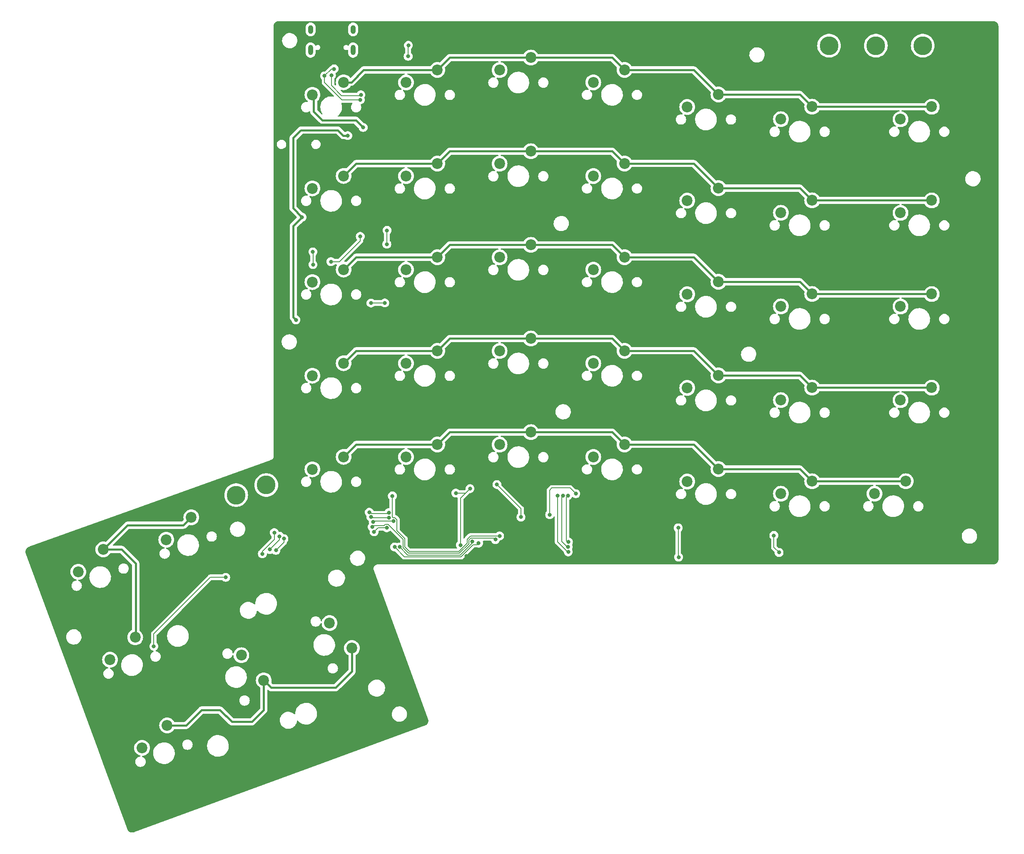
<source format=gtl>
G04 #@! TF.GenerationSoftware,KiCad,Pcbnew,7.0.5*
G04 #@! TF.CreationDate,2025-01-08T21:54:48-05:00*
G04 #@! TF.ProjectId,JasonSplitErgoKeyboard_Right,4a61736f-6e53-4706-9c69-744572676f4b,rev?*
G04 #@! TF.SameCoordinates,Original*
G04 #@! TF.FileFunction,Copper,L1,Top*
G04 #@! TF.FilePolarity,Positive*
%FSLAX46Y46*%
G04 Gerber Fmt 4.6, Leading zero omitted, Abs format (unit mm)*
G04 Created by KiCad (PCBNEW 7.0.5) date 2025-01-08 21:54:48*
%MOMM*%
%LPD*%
G01*
G04 APERTURE LIST*
G04 #@! TA.AperFunction,ComponentPad*
%ADD10C,2.200000*%
G04 #@! TD*
G04 #@! TA.AperFunction,ComponentPad*
%ADD11C,3.800000*%
G04 #@! TD*
G04 #@! TA.AperFunction,ComponentPad*
%ADD12O,1.000000X1.800000*%
G04 #@! TD*
G04 #@! TA.AperFunction,ComponentPad*
%ADD13O,1.000000X2.100000*%
G04 #@! TD*
G04 #@! TA.AperFunction,ViaPad*
%ADD14C,0.800000*%
G04 #@! TD*
G04 #@! TA.AperFunction,Conductor*
%ADD15C,0.150000*%
G04 #@! TD*
G04 #@! TA.AperFunction,Conductor*
%ADD16C,0.450000*%
G04 #@! TD*
G04 APERTURE END LIST*
D10*
X205260000Y-66950000D03*
X198910000Y-69490000D03*
X186220000Y-121600000D03*
X179870000Y-124140000D03*
D11*
X265895000Y-62020000D03*
D10*
X205260000Y-124100000D03*
X198910000Y-126640000D03*
X224370000Y-129110000D03*
X218020000Y-131650000D03*
X262450000Y-150640000D03*
X256100000Y-153180000D03*
X224370000Y-148160000D03*
X218020000Y-150700000D03*
X205260000Y-143150000D03*
X198910000Y-145690000D03*
X267730000Y-93500000D03*
X261380000Y-96040000D03*
X131914907Y-191125718D03*
X127356260Y-186027401D03*
D11*
X275420000Y-62020000D03*
D10*
X117190000Y-157970000D03*
X112091683Y-162528647D03*
X267730000Y-74450000D03*
X261380000Y-76990000D03*
D11*
X256370000Y-62020000D03*
X246845000Y-62020000D03*
D10*
X148160000Y-107560000D03*
X141810000Y-110100000D03*
X267730000Y-112550000D03*
X261380000Y-115090000D03*
X186220000Y-64450000D03*
X179870000Y-66990000D03*
X112275718Y-200315093D03*
X107177401Y-204873740D03*
X224370000Y-110060000D03*
X218020000Y-112600000D03*
X149852370Y-184579357D03*
X145293723Y-179481040D03*
X167200000Y-124110000D03*
X160850000Y-126650000D03*
X148160000Y-88510000D03*
X141810000Y-91050000D03*
X148160000Y-69460000D03*
X141810000Y-72000000D03*
X167200000Y-105060000D03*
X160850000Y-107600000D03*
X99300000Y-164490000D03*
X94201683Y-169048647D03*
X186220000Y-140650000D03*
X179870000Y-143190000D03*
X224370000Y-91010000D03*
X218020000Y-93550000D03*
X167200000Y-86010000D03*
X160850000Y-88550000D03*
X243410000Y-131590000D03*
X237060000Y-134130000D03*
X205260000Y-105050000D03*
X198910000Y-107590000D03*
X243410000Y-74440000D03*
X237060000Y-76980000D03*
X205260000Y-86000000D03*
X198910000Y-88540000D03*
X243410000Y-112540000D03*
X237060000Y-115080000D03*
X148160000Y-126610000D03*
X141810000Y-129150000D03*
X243410000Y-150640000D03*
X237060000Y-153180000D03*
X105770000Y-182390000D03*
X100671683Y-186948647D03*
X186220000Y-102550000D03*
X179870000Y-105090000D03*
X186220000Y-83500000D03*
X179870000Y-86040000D03*
X224360000Y-71960000D03*
X218010000Y-74500000D03*
X167200000Y-66960000D03*
X160850000Y-69500000D03*
X243410000Y-93490000D03*
X237060000Y-96030000D03*
X267730000Y-131600000D03*
X261380000Y-134140000D03*
X148160000Y-145660000D03*
X141810000Y-148200000D03*
X167200000Y-143160000D03*
X160850000Y-145700000D03*
D11*
X132420000Y-151410000D03*
X126310000Y-153450000D03*
D12*
X141440000Y-58720000D03*
D13*
X141440000Y-62920000D03*
D12*
X150080000Y-58720000D03*
D13*
X150080000Y-62920000D03*
D14*
X203260000Y-159190000D03*
X161700000Y-159150000D03*
X174485000Y-149680000D03*
X149620000Y-65095500D03*
X162760000Y-163830000D03*
X150550000Y-66805500D03*
X146700000Y-103020000D03*
X175099129Y-160450871D03*
X163910000Y-156090000D03*
X173139944Y-165867039D03*
X168622500Y-150395000D03*
X207050000Y-165140000D03*
X180930000Y-157540000D03*
X141290000Y-66755500D03*
X153180000Y-62975500D03*
X186275000Y-164385000D03*
X177060627Y-165464500D03*
X144280000Y-87950000D03*
X180910000Y-159320000D03*
X161320000Y-61965500D03*
X161270000Y-64190000D03*
X145580000Y-105964500D03*
X151530000Y-100820000D03*
X171918095Y-163623095D03*
X170965500Y-153049649D03*
X173850000Y-152140000D03*
X148990000Y-80320000D03*
X179008873Y-162504500D03*
X153960000Y-159929512D03*
X138450000Y-117810000D03*
X139710000Y-96920000D03*
X152130000Y-78670000D03*
X158060000Y-153620000D03*
X179870000Y-161764500D03*
X179320000Y-151300000D03*
X184206944Y-157924500D03*
X190050000Y-157446987D03*
X195360000Y-153170000D03*
X216170000Y-160130000D03*
X216270000Y-166074500D03*
X235620000Y-161670000D03*
X236680000Y-165120000D03*
X151660000Y-72025500D03*
X145670000Y-68070000D03*
X151535259Y-73017188D03*
X144274500Y-68175500D03*
X146210500Y-66750000D03*
X156980000Y-99610000D03*
X156940000Y-102410000D03*
X153720000Y-114390000D03*
X141900000Y-103970000D03*
X141920000Y-106570000D03*
X156510000Y-114360000D03*
X154165500Y-158915962D03*
X158308100Y-158731306D03*
X153720500Y-157919838D03*
X157330000Y-158030000D03*
X157330000Y-157030497D03*
X153370500Y-156944383D03*
X193820000Y-165000000D03*
X191680000Y-153535500D03*
X192740000Y-153535500D03*
X193798739Y-164000723D03*
X193739503Y-153535500D03*
X193850726Y-163002574D03*
X136010000Y-162315500D03*
X134390000Y-164689000D03*
X135131188Y-161839376D03*
X133140000Y-164530000D03*
X156924694Y-160080806D03*
X124180000Y-170190000D03*
X131640000Y-165394500D03*
X154340000Y-160915500D03*
X134061944Y-161088056D03*
X109570000Y-184220000D03*
X158530000Y-164014500D03*
X175610000Y-163220000D03*
X159550000Y-164014500D03*
X174291487Y-162855375D03*
D15*
X147325500Y-105964500D02*
X151530000Y-101760000D01*
X145580000Y-105964500D02*
X147325500Y-105964500D01*
X161270000Y-62015500D02*
X161320000Y-61965500D01*
X161270000Y-64190000D02*
X161270000Y-62015500D01*
X151530000Y-101760000D02*
X151530000Y-100820000D01*
X170965500Y-153049649D02*
X172940351Y-153049649D01*
X172940351Y-153049649D02*
X173850000Y-152140000D01*
X171918095Y-163623095D02*
X171918095Y-154071905D01*
X171918095Y-154071905D02*
X173850000Y-152140000D01*
D16*
X139710000Y-96920000D02*
X137880000Y-95090000D01*
X139710000Y-96920000D02*
X137930000Y-98700000D01*
X146950000Y-79200000D02*
X148070000Y-80320000D01*
D15*
X156360905Y-159690000D02*
X156645099Y-159405806D01*
X161380000Y-165290000D02*
X171700052Y-165290000D01*
D16*
X148070000Y-80320000D02*
X148990000Y-80320000D01*
D15*
X157204289Y-159405806D02*
X160225000Y-162426517D01*
X173616487Y-162575780D02*
X174012767Y-162179500D01*
D16*
X137930000Y-117290000D02*
X138450000Y-117810000D01*
D15*
X173616487Y-163373565D02*
X173616487Y-162575780D01*
X160225000Y-162426517D02*
X160225000Y-164135000D01*
D16*
X139480000Y-79200000D02*
X146950000Y-79200000D01*
D15*
X171700052Y-165290000D02*
X173616487Y-163373565D01*
D16*
X137880000Y-87090000D02*
X137880000Y-80800000D01*
X137880000Y-95090000D02*
X137880000Y-87090000D01*
D15*
X153960000Y-159929512D02*
X154199512Y-159690000D01*
D16*
X137930000Y-106270000D02*
X137930000Y-117290000D01*
D15*
X154199512Y-159690000D02*
X156360905Y-159690000D01*
X156645099Y-159405806D02*
X157204289Y-159405806D01*
D16*
X137880000Y-80800000D02*
X139340000Y-79340000D01*
X137930000Y-98700000D02*
X137930000Y-106270000D01*
D15*
X178683873Y-162179500D02*
X179008873Y-162504500D01*
D16*
X139340000Y-79340000D02*
X139480000Y-79200000D01*
D15*
X174012767Y-162179500D02*
X178683873Y-162179500D01*
X160225000Y-164135000D02*
X161380000Y-165290000D01*
D16*
X143820000Y-77180000D02*
X142080000Y-75440000D01*
X150640000Y-77180000D02*
X143820000Y-77180000D01*
X142080000Y-72270000D02*
X141810000Y-72000000D01*
X142080000Y-75440000D02*
X142080000Y-72270000D01*
X152130000Y-78670000D02*
X150640000Y-77180000D01*
D15*
X173266487Y-163228591D02*
X171555078Y-164940000D01*
X173932793Y-161764500D02*
X173266487Y-162430806D01*
X160575000Y-162281543D02*
X158983100Y-160689643D01*
X171555078Y-164940000D02*
X161524974Y-164940000D01*
X179870000Y-161764500D02*
X173932793Y-161764500D01*
X173266487Y-162430806D02*
X173266487Y-163228591D01*
X160575000Y-163990026D02*
X160575000Y-162281543D01*
X158587695Y-158056306D02*
X158226306Y-158056306D01*
X158983100Y-158451711D02*
X158587695Y-158056306D01*
X158060000Y-157890000D02*
X158060000Y-153620000D01*
X158226306Y-158056306D02*
X158060000Y-157890000D01*
X161524974Y-164940000D02*
X160575000Y-163990026D01*
X158983100Y-160689643D02*
X158983100Y-158451711D01*
X184206944Y-157924500D02*
X184206944Y-156186944D01*
X184206944Y-156186944D02*
X179320000Y-151300000D01*
X194190000Y-152000000D02*
X190500000Y-152000000D01*
X190050000Y-152450000D02*
X190050000Y-157446987D01*
X190500000Y-152000000D02*
X190050000Y-152450000D01*
X195360000Y-153170000D02*
X194190000Y-152000000D01*
X216170000Y-165974500D02*
X216170000Y-160130000D01*
X216270000Y-166074500D02*
X216170000Y-165974500D01*
X236680000Y-165120000D02*
X235640000Y-164080000D01*
X235640000Y-164080000D02*
X235640000Y-161690000D01*
X235640000Y-161690000D02*
X235620000Y-161670000D01*
X145670000Y-70120000D02*
X147730000Y-72180000D01*
X145670000Y-68070000D02*
X145670000Y-70120000D01*
X147730000Y-72180000D02*
X151505500Y-72180000D01*
X151505500Y-72180000D02*
X151660000Y-72025500D01*
X147840000Y-73060000D02*
X144274500Y-69494500D01*
X151492447Y-73060000D02*
X147840000Y-73060000D01*
X151535259Y-73017188D02*
X151492447Y-73060000D01*
X144274500Y-69494500D02*
X144274500Y-68175500D01*
X145700000Y-66750000D02*
X144274500Y-68175500D01*
X146210500Y-66750000D02*
X145700000Y-66750000D01*
D16*
X243410000Y-74440000D02*
X267720000Y-74440000D01*
X224360000Y-71960000D02*
X240930000Y-71960000D01*
X186220000Y-64450000D02*
X202760000Y-64450000D01*
X152215634Y-66960000D02*
X167200000Y-66960000D01*
X167200000Y-66960000D02*
X169710000Y-64450000D01*
D15*
X156940000Y-102410000D02*
X156940000Y-99650000D01*
D16*
X240930000Y-71960000D02*
X243410000Y-74440000D01*
X267720000Y-74440000D02*
X267730000Y-74450000D01*
X205260000Y-66950000D02*
X219350000Y-66950000D01*
X169710000Y-64450000D02*
X186220000Y-64450000D01*
X149715634Y-69460000D02*
X152215634Y-66960000D01*
X219350000Y-66950000D02*
X224360000Y-71960000D01*
D15*
X156940000Y-99650000D02*
X156980000Y-99610000D01*
D16*
X202760000Y-64450000D02*
X205260000Y-66950000D01*
X148160000Y-69460000D02*
X149715634Y-69460000D01*
X243410000Y-93490000D02*
X267720000Y-93490000D01*
X202760000Y-83500000D02*
X205260000Y-86000000D01*
X186220000Y-83500000D02*
X202760000Y-83500000D01*
D15*
X141920000Y-106570000D02*
X141920000Y-103990000D01*
D16*
X167200000Y-86010000D02*
X169710000Y-83500000D01*
X205260000Y-86000000D02*
X219360000Y-86000000D01*
D15*
X153750000Y-114360000D02*
X153720000Y-114390000D01*
D16*
X150660000Y-86010000D02*
X167200000Y-86010000D01*
X267720000Y-93490000D02*
X267730000Y-93500000D01*
X169710000Y-83500000D02*
X186220000Y-83500000D01*
X148160000Y-88510000D02*
X150660000Y-86010000D01*
D15*
X141920000Y-103990000D02*
X141900000Y-103970000D01*
X156510000Y-114360000D02*
X153750000Y-114360000D01*
D16*
X224370000Y-91010000D02*
X240930000Y-91010000D01*
X240930000Y-91010000D02*
X243410000Y-93490000D01*
X219360000Y-86000000D02*
X224370000Y-91010000D01*
X243410000Y-112540000D02*
X267720000Y-112540000D01*
X148160000Y-107560000D02*
X150660000Y-105060000D01*
D15*
X158308100Y-158731306D02*
X154350156Y-158731306D01*
D16*
X219360000Y-105050000D02*
X224370000Y-110060000D01*
X202760000Y-102550000D02*
X205260000Y-105050000D01*
D15*
X154350156Y-158731306D02*
X154165500Y-158915962D01*
D16*
X150660000Y-105060000D02*
X167200000Y-105060000D01*
X169710000Y-102550000D02*
X186220000Y-102550000D01*
X205260000Y-105050000D02*
X219360000Y-105050000D01*
X186220000Y-102550000D02*
X202760000Y-102550000D01*
X167200000Y-105060000D02*
X169710000Y-102550000D01*
X224370000Y-110060000D02*
X240930000Y-110060000D01*
X267720000Y-112540000D02*
X267730000Y-112550000D01*
X240930000Y-110060000D02*
X243410000Y-112540000D01*
X167200000Y-124110000D02*
X169710000Y-121600000D01*
X243410000Y-131590000D02*
X267720000Y-131590000D01*
D15*
X157330000Y-158030000D02*
X153830662Y-158030000D01*
D16*
X169710000Y-121600000D02*
X186220000Y-121600000D01*
X186220000Y-121600000D02*
X202760000Y-121600000D01*
D15*
X153830662Y-158030000D02*
X153720500Y-157919838D01*
D16*
X224370000Y-129110000D02*
X240930000Y-129110000D01*
X148160000Y-126610000D02*
X150660000Y-124110000D01*
X240930000Y-129110000D02*
X243410000Y-131590000D01*
X219360000Y-124100000D02*
X224370000Y-129110000D01*
X202760000Y-121600000D02*
X205260000Y-124100000D01*
X205260000Y-124100000D02*
X219360000Y-124100000D01*
X267720000Y-131590000D02*
X267730000Y-131600000D01*
X150660000Y-124110000D02*
X167200000Y-124110000D01*
D15*
X157330000Y-157030497D02*
X157115659Y-157244838D01*
D16*
X219360000Y-143150000D02*
X224370000Y-148160000D01*
X169710000Y-140650000D02*
X186220000Y-140650000D01*
X167200000Y-143160000D02*
X169710000Y-140650000D01*
D15*
X153850000Y-157244838D02*
X153549545Y-156944383D01*
D16*
X148160000Y-145660000D02*
X150660000Y-143160000D01*
X243410000Y-150640000D02*
X262450000Y-150640000D01*
D15*
X153549545Y-156944383D02*
X153370500Y-156944383D01*
D16*
X202760000Y-140650000D02*
X205260000Y-143150000D01*
X205260000Y-143150000D02*
X219360000Y-143150000D01*
X240930000Y-148160000D02*
X243410000Y-150640000D01*
D15*
X157115659Y-157244838D02*
X153850000Y-157244838D01*
D16*
X150660000Y-143160000D02*
X167200000Y-143160000D01*
X186220000Y-140650000D02*
X202760000Y-140650000D01*
X224370000Y-148160000D02*
X240930000Y-148160000D01*
D15*
X191680000Y-162998016D02*
X191680000Y-153535500D01*
X193811261Y-165129277D02*
X191680000Y-162998016D01*
X193790000Y-164130000D02*
X192530000Y-162870000D01*
X192530000Y-162870000D02*
X192530000Y-153745500D01*
X192530000Y-153745500D02*
X192740000Y-153535500D01*
X193430000Y-162719864D02*
X193430000Y-153845003D01*
X193430000Y-153845003D02*
X193739503Y-153535500D01*
X193841987Y-163131851D02*
X193430000Y-162719864D01*
X136010000Y-162315500D02*
X136010000Y-163069000D01*
X136010000Y-163069000D02*
X134390000Y-164689000D01*
X133140000Y-164530000D02*
X135131188Y-162538812D01*
X135131188Y-162538812D02*
X135131188Y-161839376D01*
X134061944Y-161088056D02*
X134061944Y-162468056D01*
X109570000Y-181660000D02*
X121040000Y-170190000D01*
X121040000Y-170190000D02*
X124180000Y-170190000D01*
X131640000Y-164890000D02*
X131640000Y-165394500D01*
X156924694Y-160080806D02*
X155174694Y-160080806D01*
X155174694Y-160080806D02*
X154340000Y-160915500D01*
X134061944Y-162468056D02*
X131640000Y-164890000D01*
X109570000Y-184220000D02*
X109570000Y-181660000D01*
D16*
X105770000Y-182390000D02*
X105890000Y-182270000D01*
D15*
X174450500Y-163529500D02*
X171990000Y-165990000D01*
D16*
X104210000Y-159580000D02*
X115580000Y-159580000D01*
D15*
X175300500Y-163529500D02*
X174450500Y-163529500D01*
D16*
X103030000Y-164490000D02*
X99300000Y-164490000D01*
X105890000Y-182270000D02*
X105890000Y-167350000D01*
D15*
X171990000Y-165990000D02*
X160505500Y-165990000D01*
D16*
X99300000Y-164490000D02*
X104210000Y-159580000D01*
X115580000Y-159580000D02*
X117190000Y-157970000D01*
D15*
X175610000Y-163220000D02*
X175300500Y-163529500D01*
X160505500Y-165990000D02*
X158530000Y-164014500D01*
D16*
X105890000Y-167350000D02*
X103030000Y-164490000D01*
X116124907Y-200315093D02*
X119260000Y-197180000D01*
X125420000Y-199580000D02*
X129500000Y-199580000D01*
D15*
X174291487Y-162855375D02*
X174291487Y-163193538D01*
X174291487Y-163193538D02*
X171845026Y-165640000D01*
X161175500Y-165640000D02*
X159550000Y-164014500D01*
D16*
X123020000Y-197180000D02*
X125420000Y-199580000D01*
X133409189Y-192620000D02*
X131914907Y-191125718D01*
X146560000Y-192620000D02*
X133409189Y-192620000D01*
X149852370Y-189327630D02*
X146560000Y-192620000D01*
X119260000Y-197180000D02*
X123020000Y-197180000D01*
D15*
X171845026Y-165640000D02*
X161175500Y-165640000D01*
D16*
X131914907Y-197165093D02*
X131914907Y-191125718D01*
X129500000Y-199580000D02*
X131914907Y-197165093D01*
X112275718Y-200315093D02*
X116124907Y-200315093D01*
X149852370Y-184579357D02*
X149852370Y-189327630D01*
G04 #@! TA.AperFunction,Conductor*
G36*
X280292697Y-57040736D02*
G01*
X280335491Y-57044480D01*
X280461776Y-57056918D01*
X280481685Y-57060541D01*
X280547426Y-57078156D01*
X280549208Y-57078664D01*
X280641570Y-57106682D01*
X280657959Y-57112952D01*
X280725396Y-57144399D01*
X280728375Y-57145888D01*
X280765969Y-57165982D01*
X280812327Y-57190762D01*
X280818667Y-57194657D01*
X280884828Y-57240983D01*
X280888600Y-57243844D01*
X280960808Y-57303103D01*
X280965309Y-57307182D01*
X281022815Y-57364688D01*
X281026895Y-57369190D01*
X281086154Y-57441398D01*
X281089015Y-57445170D01*
X281135341Y-57511331D01*
X281139236Y-57517671D01*
X281184101Y-57601605D01*
X281185613Y-57604630D01*
X281217041Y-57672027D01*
X281223319Y-57688436D01*
X281251303Y-57780684D01*
X281251860Y-57782636D01*
X281269454Y-57848298D01*
X281273082Y-57868238D01*
X281285522Y-57994552D01*
X281289264Y-58037300D01*
X281289500Y-58042709D01*
X281289500Y-166530185D01*
X281289264Y-166535593D01*
X281285537Y-166578174D01*
X281273074Y-166704691D01*
X281269446Y-166724627D01*
X281251919Y-166790041D01*
X281251362Y-166791993D01*
X281223298Y-166884504D01*
X281217021Y-166900911D01*
X281185664Y-166968158D01*
X281184151Y-166971184D01*
X281139206Y-167055270D01*
X281135311Y-167061610D01*
X281089071Y-167127648D01*
X281086209Y-167131420D01*
X281026844Y-167203758D01*
X281022755Y-167208269D01*
X280965375Y-167265651D01*
X280960864Y-167269740D01*
X280888530Y-167329103D01*
X280884758Y-167331965D01*
X280818718Y-167378207D01*
X280812377Y-167382102D01*
X280728283Y-167427051D01*
X280725258Y-167428564D01*
X280658014Y-167459920D01*
X280641605Y-167466198D01*
X280549107Y-167494258D01*
X280547155Y-167494815D01*
X280481741Y-167512342D01*
X280461803Y-167515970D01*
X280334799Y-167528479D01*
X280296241Y-167531853D01*
X280292775Y-167532157D01*
X280287371Y-167532393D01*
X155256603Y-167532393D01*
X155241142Y-167527853D01*
X155198105Y-167532094D01*
X155192021Y-167532393D01*
X155177790Y-167532393D01*
X155177719Y-167532400D01*
X155102468Y-167532400D01*
X155047826Y-167542034D01*
X155039356Y-167543528D01*
X155027551Y-167542211D01*
X155004366Y-167549244D01*
X154997130Y-167550973D01*
X154930060Y-167562799D01*
X154852422Y-167591057D01*
X154839374Y-167591886D01*
X154824149Y-167600024D01*
X154808110Y-167607185D01*
X154788936Y-167614164D01*
X154765559Y-167622673D01*
X154765546Y-167622679D01*
X154681033Y-167671473D01*
X154666689Y-167674952D01*
X154654817Y-167684696D01*
X154638159Y-167696226D01*
X154613947Y-167710205D01*
X154609511Y-167713312D01*
X154609248Y-167712937D01*
X154595445Y-167722266D01*
X154591921Y-167724149D01*
X154575335Y-167742604D01*
X154528615Y-167781806D01*
X154513597Y-167788378D01*
X154505018Y-167798832D01*
X154488878Y-167815149D01*
X154479841Y-167822732D01*
X154479840Y-167822733D01*
X154472253Y-167831775D01*
X154455934Y-167847916D01*
X154450899Y-167852047D01*
X154438911Y-167871511D01*
X154399705Y-167918234D01*
X154384826Y-167928132D01*
X154379370Y-167938340D01*
X154370038Y-167952143D01*
X154370415Y-167952407D01*
X154367305Y-167956847D01*
X154353325Y-167981061D01*
X154341795Y-167997721D01*
X154336093Y-168004668D01*
X154328576Y-168023928D01*
X154279779Y-168108446D01*
X154279776Y-168108451D01*
X154264294Y-168150988D01*
X154257132Y-168167027D01*
X154251679Y-168177227D01*
X154248164Y-168195304D01*
X154219901Y-168272957D01*
X154208071Y-168340041D01*
X154206342Y-168347276D01*
X154200832Y-168365438D01*
X154200630Y-168382242D01*
X154189500Y-168445360D01*
X154189500Y-168531580D01*
X154189445Y-168534194D01*
X154189199Y-168540032D01*
X154188955Y-168543495D01*
X154199135Y-168559480D01*
X165380178Y-199307348D01*
X165387206Y-199360130D01*
X165387118Y-199361183D01*
X165386548Y-199367947D01*
X165371839Y-199517392D01*
X165368533Y-199536107D01*
X165351832Y-199601101D01*
X165351133Y-199603603D01*
X165318002Y-199713257D01*
X165315284Y-199720561D01*
X165283062Y-199792895D01*
X165281163Y-199796786D01*
X165230507Y-199892009D01*
X165227402Y-199897216D01*
X165182645Y-199964549D01*
X165179048Y-199969427D01*
X165110875Y-200052979D01*
X165108022Y-200056236D01*
X165053788Y-200113964D01*
X165048106Y-200119298D01*
X164959837Y-200192287D01*
X164957801Y-200193900D01*
X164904360Y-200234446D01*
X164888362Y-200244750D01*
X164754030Y-200317342D01*
X164728955Y-200330446D01*
X164721591Y-200333704D01*
X142619795Y-208441335D01*
X105616981Y-222015125D01*
X105612192Y-222015441D01*
X105572373Y-222031403D01*
X105567196Y-222033217D01*
X105520664Y-222047244D01*
X105391113Y-222084930D01*
X105371005Y-222089012D01*
X105296834Y-222097762D01*
X105295030Y-222097948D01*
X105192093Y-222107050D01*
X105173986Y-222107324D01*
X105092860Y-222102615D01*
X105089849Y-222102367D01*
X104988491Y-222091512D01*
X104980748Y-222090182D01*
X104895143Y-222069835D01*
X104891064Y-222068717D01*
X104795720Y-222039060D01*
X104789487Y-222036748D01*
X104707970Y-222001438D01*
X104703080Y-221999060D01*
X104615789Y-221951774D01*
X104611126Y-221948977D01*
X104537022Y-221899987D01*
X104531682Y-221896030D01*
X104454762Y-221832373D01*
X104451597Y-221829567D01*
X104438634Y-221817258D01*
X104387775Y-221768963D01*
X104382452Y-221763226D01*
X104317970Y-221684231D01*
X104316126Y-221681856D01*
X104267873Y-221616484D01*
X104258212Y-221601169D01*
X104240895Y-221568681D01*
X104209570Y-221509911D01*
X104208784Y-221508382D01*
X104175584Y-221441452D01*
X104168019Y-221422384D01*
X104128863Y-221293444D01*
X104117185Y-221253597D01*
X104115048Y-221243315D01*
X104112371Y-221233950D01*
X104109660Y-221220306D01*
X104102772Y-221211954D01*
X104100400Y-221205983D01*
X99408707Y-208441335D01*
X98097424Y-204873739D01*
X105571952Y-204873739D01*
X105591718Y-205124891D01*
X105650527Y-205369850D01*
X105746934Y-205602599D01*
X105878561Y-205817393D01*
X105878562Y-205817396D01*
X105878565Y-205817399D01*
X106042177Y-206008964D01*
X106163533Y-206112612D01*
X106233744Y-206172578D01*
X106233747Y-206172579D01*
X106448541Y-206304206D01*
X106497024Y-206324288D01*
X106681290Y-206400613D01*
X106718296Y-206409497D01*
X106720544Y-206410037D01*
X106781136Y-206444827D01*
X106813301Y-206506853D01*
X106806826Y-206576422D01*
X106763766Y-206631446D01*
X106703753Y-206654014D01*
X106646790Y-206659624D01*
X106448766Y-206719694D01*
X106391863Y-206750110D01*
X106266273Y-206817240D01*
X106266271Y-206817241D01*
X106266270Y-206817242D01*
X106106312Y-206948514D01*
X105975040Y-207108472D01*
X105877492Y-207290968D01*
X105817422Y-207488992D01*
X105797140Y-207694925D01*
X105817422Y-207900857D01*
X105843821Y-207987884D01*
X105877491Y-208098879D01*
X105975038Y-208281375D01*
X105975040Y-208281377D01*
X106106312Y-208441335D01*
X106202932Y-208520627D01*
X106266273Y-208572610D01*
X106448769Y-208670157D01*
X106646789Y-208730225D01*
X106646788Y-208730225D01*
X106685370Y-208734025D01*
X106801115Y-208745425D01*
X106801118Y-208745425D01*
X106904328Y-208745425D01*
X106904331Y-208745425D01*
X107058657Y-208730225D01*
X107256677Y-208670157D01*
X107439173Y-208572610D01*
X107599133Y-208441335D01*
X107730408Y-208281375D01*
X107827955Y-208098879D01*
X107888023Y-207900859D01*
X107908306Y-207694925D01*
X107888023Y-207488991D01*
X107827955Y-207290971D01*
X107730408Y-207108475D01*
X107655620Y-207017345D01*
X107599133Y-206948514D01*
X107439175Y-206817242D01*
X107439176Y-206817242D01*
X107439173Y-206817240D01*
X107313573Y-206750105D01*
X107256678Y-206719693D01*
X107239575Y-206714505D01*
X107181137Y-206676206D01*
X107152682Y-206612393D01*
X107163244Y-206543326D01*
X107209470Y-206490934D01*
X107265838Y-206472228D01*
X107428549Y-206459423D01*
X107673512Y-206400613D01*
X107906260Y-206304206D01*
X108121060Y-206172576D01*
X108286637Y-206031160D01*
X109422168Y-206031160D01*
X109451656Y-206324288D01*
X109451657Y-206324290D01*
X109519951Y-206610868D01*
X109519956Y-206610882D01*
X109625837Y-206885796D01*
X109625841Y-206885805D01*
X109767425Y-207144163D01*
X109767429Y-207144169D01*
X109942180Y-207381344D01*
X109942183Y-207381347D01*
X110146996Y-207593121D01*
X110378207Y-207775707D01*
X110631692Y-207925846D01*
X110631698Y-207925848D01*
X110631699Y-207925849D01*
X110902918Y-208040857D01*
X110902924Y-208040858D01*
X110902927Y-208040860D01*
X111187071Y-208118695D01*
X111479055Y-208157963D01*
X111479060Y-208157963D01*
X111699940Y-208157963D01*
X111860210Y-208147233D01*
X111920315Y-208143210D01*
X112209024Y-208084527D01*
X112487335Y-207987887D01*
X112750282Y-207855014D01*
X112993173Y-207688279D01*
X113211673Y-207490658D01*
X113401883Y-207265676D01*
X113560408Y-207017350D01*
X113684421Y-206750110D01*
X113771707Y-206468725D01*
X113820710Y-206178217D01*
X113830554Y-205883769D01*
X113801065Y-205590636D01*
X113732768Y-205304049D01*
X113626882Y-205029123D01*
X113485297Y-204770763D01*
X113431466Y-204697703D01*
X113310541Y-204533581D01*
X113105726Y-204321805D01*
X113105719Y-204321799D01*
X112976809Y-204220000D01*
X115344417Y-204220000D01*
X115364699Y-204425932D01*
X115364700Y-204425934D01*
X115424768Y-204623954D01*
X115522315Y-204806450D01*
X115556969Y-204848677D01*
X115653589Y-204966410D01*
X115730003Y-205029120D01*
X115813550Y-205097685D01*
X115996046Y-205195232D01*
X116194066Y-205255300D01*
X116194065Y-205255300D01*
X116232647Y-205259100D01*
X116348392Y-205270500D01*
X116348395Y-205270500D01*
X116451605Y-205270500D01*
X116451608Y-205270500D01*
X116605934Y-205255300D01*
X116803954Y-205195232D01*
X116986450Y-205097685D01*
X117146410Y-204966410D01*
X117277685Y-204806450D01*
X117375232Y-204623954D01*
X117397469Y-204550646D01*
X120395317Y-204550646D01*
X120424805Y-204843774D01*
X120424806Y-204843776D01*
X120493100Y-205130354D01*
X120493105Y-205130368D01*
X120598986Y-205405282D01*
X120598990Y-205405291D01*
X120740574Y-205663649D01*
X120740578Y-205663655D01*
X120915329Y-205900830D01*
X121120144Y-206112606D01*
X121120151Y-206112612D01*
X121203228Y-206178217D01*
X121351356Y-206295193D01*
X121604841Y-206445332D01*
X121604847Y-206445334D01*
X121604848Y-206445335D01*
X121876067Y-206560343D01*
X121876073Y-206560344D01*
X121876076Y-206560346D01*
X122160220Y-206638181D01*
X122452204Y-206677449D01*
X122452209Y-206677449D01*
X122673089Y-206677449D01*
X122833359Y-206666719D01*
X122893464Y-206662696D01*
X123182173Y-206604013D01*
X123460484Y-206507373D01*
X123723431Y-206374500D01*
X123966322Y-206207765D01*
X124184822Y-206010144D01*
X124375032Y-205785162D01*
X124533557Y-205536836D01*
X124657570Y-205269596D01*
X124744856Y-204988211D01*
X124793859Y-204697703D01*
X124803703Y-204403255D01*
X124774214Y-204110122D01*
X124705917Y-203823535D01*
X124600031Y-203548609D01*
X124458446Y-203290249D01*
X124424936Y-203244769D01*
X124283690Y-203053067D01*
X124078875Y-202841291D01*
X124078868Y-202841285D01*
X123847665Y-202658706D01*
X123847666Y-202658706D01*
X123847664Y-202658705D01*
X123594179Y-202508566D01*
X123594175Y-202508564D01*
X123594171Y-202508562D01*
X123322952Y-202393554D01*
X123322935Y-202393549D01*
X123038802Y-202315717D01*
X122955376Y-202304497D01*
X122746816Y-202276449D01*
X122525939Y-202276449D01*
X122525931Y-202276449D01*
X122305558Y-202291201D01*
X122305549Y-202291203D01*
X122016844Y-202349885D01*
X121738534Y-202446525D01*
X121738531Y-202446527D01*
X121475594Y-202579394D01*
X121232701Y-202746130D01*
X121232698Y-202746132D01*
X121014199Y-202943752D01*
X120823989Y-203168734D01*
X120823987Y-203168736D01*
X120665460Y-203417066D01*
X120541454Y-203684293D01*
X120541450Y-203684302D01*
X120514334Y-203771715D01*
X120454164Y-203965686D01*
X120424892Y-204139220D01*
X120405161Y-204256195D01*
X120395888Y-204533581D01*
X120395317Y-204550646D01*
X117397469Y-204550646D01*
X117435300Y-204425934D01*
X117455583Y-204220000D01*
X117435300Y-204014066D01*
X117375232Y-203816046D01*
X117277685Y-203633550D01*
X117207974Y-203548606D01*
X117146410Y-203473589D01*
X117028677Y-203376969D01*
X116986450Y-203342315D01*
X116803954Y-203244768D01*
X116605934Y-203184700D01*
X116605932Y-203184699D01*
X116605934Y-203184699D01*
X116486805Y-203172966D01*
X116451608Y-203169500D01*
X116348392Y-203169500D01*
X116310298Y-203173251D01*
X116194067Y-203184699D01*
X115996043Y-203244769D01*
X115910958Y-203290249D01*
X115813550Y-203342315D01*
X115813548Y-203342316D01*
X115813547Y-203342317D01*
X115653589Y-203473589D01*
X115522317Y-203633547D01*
X115424769Y-203816043D01*
X115364699Y-204014067D01*
X115344417Y-204220000D01*
X112976809Y-204220000D01*
X112881685Y-204144881D01*
X112874515Y-204139219D01*
X112621030Y-203989080D01*
X112621026Y-203989078D01*
X112621022Y-203989076D01*
X112349803Y-203874068D01*
X112349786Y-203874063D01*
X112065653Y-203796231D01*
X111982227Y-203785011D01*
X111773667Y-203756963D01*
X111552790Y-203756963D01*
X111552782Y-203756963D01*
X111332409Y-203771715D01*
X111332400Y-203771717D01*
X111043695Y-203830399D01*
X110765385Y-203927039D01*
X110765382Y-203927041D01*
X110502445Y-204059908D01*
X110259552Y-204226644D01*
X110259549Y-204226646D01*
X110041050Y-204424266D01*
X109850840Y-204649248D01*
X109850838Y-204649250D01*
X109692311Y-204897580D01*
X109568305Y-205164807D01*
X109568301Y-205164816D01*
X109481015Y-205446201D01*
X109432012Y-205736709D01*
X109422871Y-206010145D01*
X109422168Y-206031160D01*
X108286637Y-206031160D01*
X108312625Y-206008964D01*
X108476237Y-205817399D01*
X108607867Y-205602599D01*
X108704274Y-205369851D01*
X108763084Y-205124888D01*
X108782850Y-204873740D01*
X108763084Y-204622592D01*
X108704274Y-204377629D01*
X108653975Y-204256195D01*
X108607867Y-204144880D01*
X108476240Y-203930086D01*
X108476239Y-203930083D01*
X108428393Y-203874063D01*
X108312625Y-203738516D01*
X108185972Y-203630344D01*
X108121057Y-203574901D01*
X108121054Y-203574900D01*
X107906260Y-203443273D01*
X107673511Y-203346866D01*
X107428552Y-203288057D01*
X107177401Y-203268291D01*
X106926249Y-203288057D01*
X106681290Y-203346866D01*
X106448541Y-203443273D01*
X106233747Y-203574900D01*
X106233744Y-203574901D01*
X106042177Y-203738516D01*
X105878562Y-203930083D01*
X105878561Y-203930086D01*
X105746934Y-204144880D01*
X105650527Y-204377629D01*
X105591718Y-204622588D01*
X105571952Y-204873739D01*
X98097424Y-204873739D01*
X96421877Y-200315093D01*
X110670269Y-200315093D01*
X110690035Y-200566244D01*
X110748844Y-200811203D01*
X110845251Y-201043952D01*
X110976878Y-201258746D01*
X110976879Y-201258749D01*
X110976882Y-201258752D01*
X111140494Y-201450317D01*
X111288784Y-201576968D01*
X111332061Y-201613931D01*
X111332064Y-201613932D01*
X111546858Y-201745559D01*
X111779607Y-201841965D01*
X111779607Y-201841966D01*
X112024570Y-201900776D01*
X112275718Y-201920542D01*
X112526866Y-201900776D01*
X112771829Y-201841966D01*
X113004577Y-201745559D01*
X113219377Y-201613929D01*
X113410942Y-201450317D01*
X113574554Y-201258752D01*
X113624680Y-201176953D01*
X113671959Y-201099803D01*
X113723771Y-201052928D01*
X113777686Y-201040593D01*
X116063020Y-201040593D01*
X116080989Y-201041902D01*
X116084717Y-201042447D01*
X116103663Y-201045223D01*
X116153891Y-201040828D01*
X116159292Y-201040593D01*
X116167158Y-201040593D01*
X116167163Y-201040593D01*
X116197824Y-201037008D01*
X116199449Y-201036842D01*
X116272615Y-201030442D01*
X116272621Y-201030439D01*
X116279691Y-201028981D01*
X116279710Y-201029077D01*
X116286348Y-201027605D01*
X116286326Y-201027509D01*
X116293349Y-201025843D01*
X116293358Y-201025843D01*
X116338233Y-201009509D01*
X116362289Y-201000754D01*
X116363948Y-201000176D01*
X116433604Y-200977096D01*
X116433610Y-200977091D01*
X116440152Y-200974042D01*
X116440193Y-200974131D01*
X116446316Y-200971167D01*
X116446272Y-200971079D01*
X116452727Y-200967837D01*
X116452727Y-200967836D01*
X116514017Y-200927525D01*
X116515473Y-200926597D01*
X116577951Y-200888061D01*
X116577953Y-200888058D01*
X116583615Y-200883582D01*
X116583676Y-200883659D01*
X116588955Y-200879359D01*
X116588892Y-200879283D01*
X116594414Y-200874647D01*
X116594424Y-200874642D01*
X116644790Y-200821255D01*
X116645983Y-200820026D01*
X119524192Y-197941819D01*
X119585515Y-197908334D01*
X119611873Y-197905500D01*
X122668126Y-197905500D01*
X122735165Y-197925185D01*
X122755807Y-197941819D01*
X124863231Y-200049243D01*
X124875007Y-200062868D01*
X124888698Y-200081258D01*
X124905437Y-200095304D01*
X124927325Y-200113671D01*
X124931313Y-200117326D01*
X124936868Y-200122881D01*
X124961019Y-200141978D01*
X124962418Y-200143117D01*
X125006295Y-200179933D01*
X125018617Y-200190273D01*
X125018619Y-200190274D01*
X125024653Y-200194243D01*
X125024599Y-200194324D01*
X125030333Y-200197978D01*
X125030385Y-200197895D01*
X125036534Y-200201687D01*
X125036537Y-200201689D01*
X125103042Y-200232700D01*
X125104565Y-200233437D01*
X125170175Y-200266388D01*
X125170179Y-200266389D01*
X125176964Y-200268859D01*
X125176930Y-200268951D01*
X125183359Y-200271185D01*
X125183390Y-200271093D01*
X125190240Y-200273363D01*
X125190243Y-200273363D01*
X125190244Y-200273364D01*
X125262152Y-200288211D01*
X125263789Y-200288574D01*
X125335201Y-200305500D01*
X125335207Y-200305500D01*
X125342374Y-200306338D01*
X125342362Y-200306435D01*
X125349135Y-200307127D01*
X125349144Y-200307031D01*
X125356334Y-200307660D01*
X125356337Y-200307659D01*
X125356338Y-200307660D01*
X125379788Y-200306977D01*
X125429683Y-200305526D01*
X125431486Y-200305500D01*
X129438113Y-200305500D01*
X129456082Y-200306809D01*
X129459810Y-200307354D01*
X129478756Y-200310130D01*
X129528984Y-200305735D01*
X129534385Y-200305500D01*
X129542251Y-200305500D01*
X129542256Y-200305500D01*
X129572917Y-200301915D01*
X129574542Y-200301749D01*
X129647708Y-200295349D01*
X129647714Y-200295346D01*
X129654784Y-200293888D01*
X129654803Y-200293984D01*
X129661441Y-200292512D01*
X129661419Y-200292416D01*
X129668442Y-200290750D01*
X129668451Y-200290750D01*
X129728342Y-200268951D01*
X129737382Y-200265661D01*
X129739041Y-200265083D01*
X129808697Y-200242003D01*
X129808703Y-200241998D01*
X129815245Y-200238949D01*
X129815286Y-200239038D01*
X129821409Y-200236074D01*
X129821365Y-200235986D01*
X129827820Y-200232744D01*
X129827910Y-200232685D01*
X129889110Y-200192432D01*
X129890566Y-200191504D01*
X129953044Y-200152968D01*
X129953046Y-200152965D01*
X129958708Y-200148489D01*
X129958769Y-200148566D01*
X129964048Y-200144266D01*
X129963985Y-200144190D01*
X129969507Y-200139554D01*
X129969517Y-200139549D01*
X130019882Y-200086163D01*
X130021076Y-200084934D01*
X130907734Y-199198276D01*
X135191117Y-199198276D01*
X135201264Y-199463029D01*
X135251709Y-199723136D01*
X135341264Y-199972484D01*
X135341267Y-199972491D01*
X135467835Y-200205244D01*
X135467838Y-200205249D01*
X135628452Y-200415955D01*
X135628456Y-200415960D01*
X135819358Y-200599684D01*
X136036067Y-200752114D01*
X136273505Y-200869677D01*
X136526107Y-200949618D01*
X136787951Y-200990062D01*
X136787955Y-200990062D01*
X136986565Y-200990062D01*
X137184596Y-200974858D01*
X137442576Y-200914489D01*
X137673825Y-200821287D01*
X137688308Y-200815450D01*
X137688319Y-200815445D01*
X137731363Y-200789855D01*
X137916059Y-200680053D01*
X137916061Y-200680051D01*
X137916062Y-200680051D01*
X138013509Y-200599686D01*
X138120464Y-200511481D01*
X138296741Y-200313682D01*
X138302040Y-200305499D01*
X138440757Y-200091297D01*
X138440757Y-200091295D01*
X138440759Y-200091293D01*
X138549141Y-199849527D01*
X138619348Y-199594049D01*
X138638886Y-199424805D01*
X138666128Y-199360468D01*
X138723830Y-199321071D01*
X138793673Y-199319124D01*
X138851201Y-199352824D01*
X139057607Y-199566245D01*
X139057614Y-199566251D01*
X139105169Y-199603805D01*
X139288819Y-199748832D01*
X139542304Y-199898971D01*
X139542310Y-199898973D01*
X139542311Y-199898974D01*
X139813530Y-200013982D01*
X139813536Y-200013983D01*
X139813539Y-200013985D01*
X140097683Y-200091820D01*
X140389667Y-200131088D01*
X140389672Y-200131088D01*
X140610552Y-200131088D01*
X140770822Y-200120358D01*
X140830927Y-200116335D01*
X141119636Y-200057652D01*
X141397947Y-199961012D01*
X141660894Y-199828139D01*
X141903785Y-199661404D01*
X142122285Y-199463783D01*
X142312495Y-199238801D01*
X142471020Y-198990475D01*
X142595033Y-198723235D01*
X142682319Y-198441850D01*
X142731322Y-198151342D01*
X142734288Y-198062629D01*
X157945717Y-198062629D01*
X157975892Y-198311150D01*
X158045540Y-198551601D01*
X158152860Y-198777775D01*
X158286251Y-198971024D01*
X158295068Y-198983797D01*
X158468484Y-199164341D01*
X158668615Y-199314730D01*
X158668617Y-199314731D01*
X158878349Y-199424808D01*
X158890279Y-199431069D01*
X159127734Y-199510343D01*
X159127737Y-199510343D01*
X159127739Y-199510344D01*
X159374828Y-199550500D01*
X159374831Y-199550500D01*
X159562471Y-199550500D01*
X159562481Y-199550500D01*
X159749527Y-199535400D01*
X159992591Y-199475490D01*
X160222897Y-199377366D01*
X160434481Y-199243568D01*
X160621862Y-199077563D01*
X160780188Y-198883650D01*
X160905357Y-198666850D01*
X160994128Y-198432780D01*
X161044202Y-198187500D01*
X161054282Y-197937365D01*
X161039120Y-197812493D01*
X161024107Y-197688849D01*
X160985896Y-197556931D01*
X160954459Y-197448396D01*
X160847141Y-197222228D01*
X160847140Y-197222227D01*
X160847139Y-197222224D01*
X160704933Y-197016205D01*
X160704932Y-197016203D01*
X160531516Y-196835659D01*
X160331385Y-196685270D01*
X160331383Y-196685269D01*
X160331382Y-196685268D01*
X160109726Y-196568933D01*
X160109722Y-196568931D01*
X160109721Y-196568931D01*
X159872266Y-196489657D01*
X159872265Y-196489656D01*
X159872260Y-196489655D01*
X159625172Y-196449500D01*
X159625169Y-196449500D01*
X159437519Y-196449500D01*
X159437508Y-196449500D01*
X159250473Y-196464599D01*
X159007411Y-196524509D01*
X158777106Y-196622632D01*
X158565514Y-196756435D01*
X158378143Y-196922431D01*
X158219809Y-197116353D01*
X158094643Y-197333148D01*
X158005871Y-197567222D01*
X157955798Y-197812493D01*
X157955797Y-197812503D01*
X157945717Y-198062628D01*
X157945717Y-198062629D01*
X142734288Y-198062629D01*
X142741166Y-197856894D01*
X142711677Y-197563761D01*
X142643380Y-197277174D01*
X142537494Y-197002248D01*
X142395909Y-196743888D01*
X142352718Y-196685268D01*
X142221153Y-196506706D01*
X142016338Y-196294930D01*
X142016331Y-196294924D01*
X141856376Y-196168609D01*
X141785127Y-196112344D01*
X141531642Y-195962205D01*
X141531638Y-195962203D01*
X141531634Y-195962201D01*
X141260415Y-195847193D01*
X141260398Y-195847188D01*
X140976265Y-195769356D01*
X140892838Y-195758136D01*
X140684279Y-195730088D01*
X140463402Y-195730088D01*
X140463394Y-195730088D01*
X140243021Y-195744840D01*
X140243012Y-195744842D01*
X139954307Y-195803524D01*
X139675997Y-195900164D01*
X139675994Y-195900166D01*
X139413057Y-196033033D01*
X139170164Y-196199769D01*
X139170161Y-196199771D01*
X138951662Y-196397391D01*
X138761452Y-196622373D01*
X138761450Y-196622375D01*
X138602923Y-196870705D01*
X138488932Y-197116350D01*
X138478913Y-197137941D01*
X138478912Y-197137945D01*
X138395090Y-197408163D01*
X138391627Y-197419326D01*
X138342624Y-197709834D01*
X138335425Y-197925185D01*
X138334804Y-197943746D01*
X138312890Y-198010091D01*
X138258587Y-198054056D01*
X138189135Y-198061683D01*
X138126584Y-198030550D01*
X138124924Y-198028983D01*
X138021492Y-197929440D01*
X137918354Y-197856894D01*
X137804782Y-197777009D01*
X137567346Y-197659447D01*
X137567343Y-197659446D01*
X137314745Y-197579506D01*
X137191635Y-197560491D01*
X137052899Y-197539062D01*
X136854285Y-197539062D01*
X136854280Y-197539062D01*
X136689259Y-197551731D01*
X136656254Y-197554266D01*
X136656250Y-197554266D01*
X136398276Y-197614634D01*
X136398266Y-197614637D01*
X136152541Y-197713673D01*
X136152530Y-197713678D01*
X135924788Y-197849072D01*
X135924787Y-197849072D01*
X135720388Y-198017641D01*
X135720386Y-198017642D01*
X135544109Y-198215441D01*
X135544102Y-198215450D01*
X135400092Y-198437826D01*
X135400091Y-198437830D01*
X135291708Y-198679597D01*
X135221503Y-198935069D01*
X135221502Y-198935073D01*
X135191117Y-199198276D01*
X130907734Y-199198276D01*
X132384153Y-197721857D01*
X132397779Y-197710081D01*
X132416165Y-197696395D01*
X132448580Y-197657762D01*
X132452222Y-197653789D01*
X132457792Y-197648220D01*
X132476933Y-197624010D01*
X132477956Y-197622752D01*
X132525180Y-197566476D01*
X132525183Y-197566469D01*
X132529152Y-197560437D01*
X132529235Y-197560491D01*
X132532888Y-197554757D01*
X132532803Y-197554705D01*
X132536593Y-197548559D01*
X132536596Y-197548556D01*
X132567614Y-197482034D01*
X132568338Y-197480538D01*
X132601295Y-197414918D01*
X132601296Y-197414910D01*
X132603765Y-197408130D01*
X132603857Y-197408163D01*
X132606092Y-197401732D01*
X132605999Y-197401702D01*
X132608269Y-197394852D01*
X132623101Y-197323016D01*
X132623473Y-197321334D01*
X132640407Y-197249892D01*
X132640407Y-197249888D01*
X132640408Y-197249884D01*
X132641246Y-197242719D01*
X132641341Y-197242730D01*
X132642034Y-197235951D01*
X132641937Y-197235943D01*
X132642565Y-197228759D01*
X132642566Y-197228755D01*
X132640431Y-197155376D01*
X132640406Y-197153696D01*
X132640406Y-193176590D01*
X132660091Y-193109552D01*
X132712895Y-193063797D01*
X132782053Y-193053853D01*
X132845609Y-193082878D01*
X132852087Y-193088910D01*
X132852420Y-193089243D01*
X132864196Y-193102868D01*
X132877887Y-193121258D01*
X132882994Y-193125543D01*
X132916514Y-193153671D01*
X132920502Y-193157326D01*
X132926057Y-193162881D01*
X132950208Y-193181978D01*
X132951607Y-193183117D01*
X132995484Y-193219933D01*
X133007806Y-193230273D01*
X133007808Y-193230274D01*
X133013842Y-193234243D01*
X133013788Y-193234324D01*
X133019522Y-193237978D01*
X133019574Y-193237895D01*
X133025723Y-193241687D01*
X133025726Y-193241689D01*
X133092231Y-193272700D01*
X133093754Y-193273437D01*
X133159364Y-193306388D01*
X133159368Y-193306389D01*
X133166153Y-193308859D01*
X133166119Y-193308951D01*
X133172548Y-193311185D01*
X133172579Y-193311093D01*
X133179429Y-193313363D01*
X133179432Y-193313363D01*
X133179433Y-193313364D01*
X133251341Y-193328211D01*
X133252978Y-193328574D01*
X133324390Y-193345500D01*
X133324396Y-193345500D01*
X133331563Y-193346338D01*
X133331551Y-193346435D01*
X133338324Y-193347127D01*
X133338333Y-193347031D01*
X133345523Y-193347660D01*
X133345526Y-193347659D01*
X133345527Y-193347660D01*
X133368977Y-193346977D01*
X133418872Y-193345526D01*
X133420675Y-193345500D01*
X146498113Y-193345500D01*
X146516082Y-193346809D01*
X146519810Y-193347354D01*
X146538756Y-193350130D01*
X146588984Y-193345735D01*
X146594385Y-193345500D01*
X146602251Y-193345500D01*
X146602256Y-193345500D01*
X146632917Y-193341915D01*
X146634542Y-193341749D01*
X146707708Y-193335349D01*
X146707714Y-193335346D01*
X146714784Y-193333888D01*
X146714803Y-193333984D01*
X146721441Y-193332512D01*
X146721419Y-193332416D01*
X146728442Y-193330750D01*
X146728451Y-193330750D01*
X146788342Y-193308951D01*
X146797382Y-193305661D01*
X146799041Y-193305083D01*
X146868697Y-193282003D01*
X146868703Y-193281998D01*
X146875245Y-193278949D01*
X146875286Y-193279038D01*
X146881409Y-193276074D01*
X146881365Y-193275986D01*
X146887820Y-193272744D01*
X146887910Y-193272685D01*
X146949110Y-193232432D01*
X146950566Y-193231504D01*
X147013044Y-193192968D01*
X147013046Y-193192965D01*
X147018708Y-193188489D01*
X147018769Y-193188566D01*
X147024048Y-193184266D01*
X147023985Y-193184190D01*
X147029507Y-193179554D01*
X147029517Y-193179549D01*
X147079882Y-193126163D01*
X147081075Y-193124935D01*
X147554095Y-192651915D01*
X153128580Y-192651915D01*
X153138727Y-192916668D01*
X153189172Y-193176775D01*
X153278727Y-193426123D01*
X153278730Y-193426130D01*
X153405298Y-193658883D01*
X153405301Y-193658888D01*
X153487949Y-193767312D01*
X153565919Y-193869599D01*
X153756821Y-194053323D01*
X153973530Y-194205753D01*
X154210968Y-194323316D01*
X154463570Y-194403257D01*
X154725414Y-194443701D01*
X154725418Y-194443701D01*
X154924028Y-194443701D01*
X155122059Y-194428497D01*
X155380039Y-194368128D01*
X155491227Y-194323315D01*
X155625771Y-194269089D01*
X155625782Y-194269084D01*
X155717260Y-194214700D01*
X155853522Y-194133692D01*
X155853524Y-194133690D01*
X155853525Y-194133690D01*
X155950972Y-194053325D01*
X156057927Y-193965120D01*
X156234204Y-193767321D01*
X156304425Y-193658888D01*
X156378220Y-193544936D01*
X156378220Y-193544934D01*
X156378222Y-193544932D01*
X156486604Y-193303166D01*
X156556811Y-193047688D01*
X156587196Y-192784487D01*
X156577048Y-192519732D01*
X156526604Y-192259630D01*
X156507765Y-192207177D01*
X156437048Y-192010278D01*
X156437045Y-192010271D01*
X156310477Y-191777518D01*
X156310474Y-191777513D01*
X156149860Y-191566807D01*
X156149857Y-191566803D01*
X155958955Y-191383079D01*
X155958951Y-191383076D01*
X155742245Y-191230648D01*
X155504809Y-191113086D01*
X155504806Y-191113085D01*
X155252208Y-191033145D01*
X155147468Y-191016967D01*
X154990362Y-190992701D01*
X154791748Y-190992701D01*
X154791743Y-190992701D01*
X154626722Y-191005370D01*
X154593717Y-191007905D01*
X154593713Y-191007905D01*
X154335739Y-191068273D01*
X154335729Y-191068276D01*
X154090004Y-191167312D01*
X154089993Y-191167317D01*
X153862251Y-191302711D01*
X153862250Y-191302711D01*
X153657851Y-191471280D01*
X153657849Y-191471281D01*
X153481572Y-191669080D01*
X153481565Y-191669089D01*
X153337555Y-191891465D01*
X153337554Y-191891469D01*
X153229171Y-192133236D01*
X153158966Y-192388708D01*
X153158965Y-192388712D01*
X153128580Y-192651915D01*
X147554095Y-192651915D01*
X150321616Y-189884394D01*
X150335242Y-189872618D01*
X150353628Y-189858932D01*
X150386043Y-189820299D01*
X150389685Y-189816326D01*
X150395255Y-189810757D01*
X150414430Y-189786504D01*
X150415441Y-189785265D01*
X150462643Y-189729013D01*
X150462647Y-189729004D01*
X150466616Y-189722972D01*
X150466699Y-189723026D01*
X150470350Y-189717295D01*
X150470266Y-189717243D01*
X150474057Y-189711097D01*
X150474057Y-189711095D01*
X150474059Y-189711094D01*
X150505087Y-189644550D01*
X150505811Y-189643057D01*
X150538758Y-189577455D01*
X150538760Y-189577444D01*
X150541229Y-189570665D01*
X150541320Y-189570698D01*
X150543555Y-189564269D01*
X150543462Y-189564239D01*
X150545732Y-189557389D01*
X150547665Y-189548027D01*
X150560570Y-189485524D01*
X150560936Y-189483871D01*
X150577870Y-189412429D01*
X150577870Y-189412425D01*
X150577871Y-189412421D01*
X150578709Y-189405256D01*
X150578804Y-189405267D01*
X150579497Y-189398488D01*
X150579400Y-189398480D01*
X150580028Y-189391296D01*
X150580029Y-189391292D01*
X150577894Y-189317913D01*
X150577870Y-189316233D01*
X150577870Y-186081324D01*
X150597555Y-186014285D01*
X150637076Y-185975599D01*
X150796029Y-185878193D01*
X150987594Y-185714581D01*
X151151206Y-185523016D01*
X151282836Y-185308216D01*
X151379243Y-185075468D01*
X151438053Y-184830505D01*
X151457819Y-184579357D01*
X151438053Y-184328209D01*
X151379243Y-184083246D01*
X151348829Y-184009819D01*
X151282836Y-183850497D01*
X151151209Y-183635703D01*
X151151208Y-183635700D01*
X151114245Y-183592423D01*
X150987594Y-183444133D01*
X150858239Y-183333653D01*
X150796026Y-183280518D01*
X150796023Y-183280517D01*
X150581229Y-183148890D01*
X150348480Y-183052483D01*
X150103521Y-182993674D01*
X149915156Y-182978849D01*
X149852370Y-182973908D01*
X149852369Y-182973908D01*
X149601218Y-182993674D01*
X149356259Y-183052483D01*
X149123510Y-183148890D01*
X148908716Y-183280517D01*
X148908713Y-183280518D01*
X148717146Y-183444133D01*
X148553531Y-183635700D01*
X148553530Y-183635703D01*
X148421903Y-183850497D01*
X148325496Y-184083246D01*
X148266687Y-184328205D01*
X148246921Y-184579356D01*
X148266687Y-184830508D01*
X148325496Y-185075467D01*
X148421903Y-185308216D01*
X148553530Y-185523010D01*
X148553531Y-185523013D01*
X148575296Y-185548496D01*
X148717146Y-185714581D01*
X148908711Y-185878193D01*
X149067662Y-185975599D01*
X149114535Y-186027408D01*
X149126870Y-186081324D01*
X149126870Y-188975756D01*
X149107185Y-189042795D01*
X149090551Y-189063437D01*
X146295808Y-191858181D01*
X146234485Y-191891666D01*
X146208127Y-191894500D01*
X133761063Y-191894500D01*
X133694024Y-191874815D01*
X133673382Y-191858181D01*
X133489963Y-191674763D01*
X133456478Y-191613440D01*
X133457069Y-191558141D01*
X133500590Y-191376866D01*
X133520356Y-191125718D01*
X133500590Y-190874570D01*
X133441780Y-190629607D01*
X133347779Y-190402667D01*
X133345373Y-190396858D01*
X133213746Y-190182064D01*
X133213745Y-190182061D01*
X133157122Y-190115764D01*
X133050131Y-189990494D01*
X132918428Y-189878009D01*
X132858563Y-189826879D01*
X132858560Y-189826878D01*
X132643766Y-189695251D01*
X132411017Y-189598844D01*
X132166058Y-189540035D01*
X131977693Y-189525210D01*
X131914907Y-189520269D01*
X131914906Y-189520269D01*
X131663755Y-189540035D01*
X131418796Y-189598844D01*
X131186047Y-189695251D01*
X130971253Y-189826878D01*
X130971250Y-189826879D01*
X130779683Y-189990494D01*
X130616068Y-190182061D01*
X130616067Y-190182064D01*
X130484440Y-190396858D01*
X130388033Y-190629607D01*
X130329224Y-190874566D01*
X130309458Y-191125717D01*
X130329224Y-191376869D01*
X130388033Y-191621828D01*
X130484440Y-191854577D01*
X130616067Y-192069371D01*
X130616068Y-192069374D01*
X130616071Y-192069377D01*
X130779683Y-192260942D01*
X130911954Y-192373912D01*
X130971250Y-192424556D01*
X130971253Y-192424557D01*
X131130196Y-192521958D01*
X131177071Y-192573769D01*
X131189406Y-192627685D01*
X131189406Y-196813219D01*
X131169721Y-196880258D01*
X131153087Y-196900900D01*
X129235808Y-198818181D01*
X129174485Y-198851666D01*
X129148127Y-198854500D01*
X125771874Y-198854500D01*
X125704835Y-198834815D01*
X125684193Y-198818181D01*
X123576769Y-196710758D01*
X123564988Y-196697125D01*
X123556162Y-196685270D01*
X123551305Y-196678745D01*
X123551302Y-196678743D01*
X123551302Y-196678742D01*
X123512665Y-196646321D01*
X123508679Y-196642668D01*
X123503129Y-196637117D01*
X123478973Y-196618017D01*
X123477575Y-196616878D01*
X123421386Y-196569729D01*
X123415348Y-196565758D01*
X123415401Y-196565676D01*
X123409656Y-196562017D01*
X123409605Y-196562100D01*
X123403461Y-196558310D01*
X123337027Y-196527331D01*
X123335404Y-196526546D01*
X123269825Y-196493612D01*
X123263035Y-196491140D01*
X123263067Y-196491050D01*
X123256641Y-196488816D01*
X123256611Y-196488908D01*
X123249758Y-196486637D01*
X123177928Y-196471804D01*
X123176170Y-196471414D01*
X123104796Y-196454499D01*
X123097624Y-196453661D01*
X123097635Y-196453564D01*
X123090867Y-196452872D01*
X123090859Y-196452969D01*
X123083667Y-196452339D01*
X123010317Y-196454474D01*
X123008514Y-196454500D01*
X119321887Y-196454500D01*
X119303918Y-196453191D01*
X119281241Y-196449869D01*
X119243283Y-196453191D01*
X119231015Y-196454264D01*
X119225615Y-196454500D01*
X119217736Y-196454500D01*
X119187146Y-196458075D01*
X119185372Y-196458257D01*
X119170719Y-196459539D01*
X119112290Y-196464650D01*
X119105224Y-196466110D01*
X119105205Y-196466017D01*
X119098547Y-196467493D01*
X119098569Y-196467586D01*
X119091545Y-196469250D01*
X119022657Y-196494323D01*
X119020955Y-196494915D01*
X118951310Y-196517993D01*
X118944763Y-196521047D01*
X118944722Y-196520960D01*
X118938586Y-196523931D01*
X118938630Y-196524017D01*
X118932176Y-196527258D01*
X118870899Y-196567558D01*
X118869381Y-196568525D01*
X118806958Y-196607030D01*
X118801289Y-196611513D01*
X118801230Y-196611438D01*
X118795953Y-196615737D01*
X118796014Y-196615809D01*
X118790484Y-196620449D01*
X118740128Y-196673822D01*
X118738872Y-196675114D01*
X115860715Y-199553274D01*
X115799392Y-199586759D01*
X115773034Y-199589593D01*
X113777686Y-199589593D01*
X113710647Y-199569908D01*
X113671959Y-199530383D01*
X113574557Y-199371439D01*
X113574556Y-199371436D01*
X113465346Y-199243568D01*
X113410942Y-199179869D01*
X113243348Y-199036730D01*
X113219374Y-199016254D01*
X113219371Y-199016253D01*
X113004577Y-198884626D01*
X112771828Y-198788219D01*
X112526869Y-198729410D01*
X112338504Y-198714585D01*
X112275718Y-198709644D01*
X112275717Y-198709644D01*
X112024566Y-198729410D01*
X111779607Y-198788219D01*
X111546858Y-198884626D01*
X111332064Y-199016253D01*
X111332061Y-199016254D01*
X111140494Y-199179869D01*
X110976879Y-199371436D01*
X110976878Y-199371439D01*
X110845251Y-199586233D01*
X110748844Y-199818982D01*
X110690035Y-200063941D01*
X110670269Y-200315093D01*
X96421877Y-200315093D01*
X94560184Y-195250000D01*
X126954417Y-195250000D01*
X126974699Y-195455932D01*
X126974700Y-195455934D01*
X127034768Y-195653954D01*
X127132315Y-195836450D01*
X127166969Y-195878677D01*
X127263589Y-195996410D01*
X127308220Y-196033037D01*
X127423550Y-196127685D01*
X127606046Y-196225232D01*
X127804066Y-196285300D01*
X127804065Y-196285300D01*
X127842647Y-196289100D01*
X127958392Y-196300500D01*
X127958395Y-196300500D01*
X128061605Y-196300500D01*
X128061608Y-196300500D01*
X128215934Y-196285300D01*
X128413954Y-196225232D01*
X128596450Y-196127685D01*
X128756410Y-195996410D01*
X128887685Y-195836450D01*
X128985232Y-195653954D01*
X129045300Y-195455934D01*
X129065583Y-195250000D01*
X129045300Y-195044066D01*
X128985232Y-194846046D01*
X128887685Y-194663550D01*
X128835702Y-194600209D01*
X128756410Y-194503589D01*
X128596452Y-194372317D01*
X128596453Y-194372317D01*
X128596450Y-194372315D01*
X128413954Y-194274768D01*
X128215934Y-194214700D01*
X128215932Y-194214699D01*
X128215934Y-194214699D01*
X128096805Y-194202966D01*
X128061608Y-194199500D01*
X127958392Y-194199500D01*
X127920298Y-194203251D01*
X127804067Y-194214699D01*
X127606043Y-194274769D01*
X127515222Y-194323315D01*
X127423550Y-194372315D01*
X127423548Y-194372316D01*
X127423547Y-194372317D01*
X127263589Y-194503589D01*
X127132317Y-194663547D01*
X127034769Y-194846043D01*
X126974699Y-195044067D01*
X126954417Y-195250000D01*
X94560184Y-195250000D01*
X91508992Y-186948647D01*
X99066234Y-186948647D01*
X99067998Y-186971057D01*
X99086000Y-187199798D01*
X99144809Y-187444757D01*
X99241216Y-187677506D01*
X99372843Y-187892300D01*
X99372844Y-187892303D01*
X99372847Y-187892306D01*
X99536459Y-188083871D01*
X99684749Y-188210522D01*
X99728026Y-188247485D01*
X99728029Y-188247486D01*
X99942823Y-188379113D01*
X99976263Y-188392964D01*
X100175572Y-188475520D01*
X100212578Y-188484404D01*
X100214826Y-188484944D01*
X100275418Y-188519734D01*
X100307583Y-188581760D01*
X100301108Y-188651329D01*
X100258048Y-188706353D01*
X100198035Y-188728921D01*
X100141072Y-188734531D01*
X99943048Y-188794601D01*
X99886145Y-188825017D01*
X99760555Y-188892147D01*
X99760553Y-188892148D01*
X99760552Y-188892149D01*
X99600594Y-189023421D01*
X99469322Y-189183379D01*
X99371774Y-189365875D01*
X99311704Y-189563899D01*
X99291422Y-189769832D01*
X99311704Y-189975764D01*
X99338103Y-190062791D01*
X99371773Y-190173786D01*
X99469320Y-190356282D01*
X99469322Y-190356284D01*
X99600594Y-190516242D01*
X99641800Y-190550058D01*
X99760555Y-190647517D01*
X99943051Y-190745064D01*
X100141071Y-190805132D01*
X100141070Y-190805132D01*
X100179652Y-190808932D01*
X100295397Y-190820332D01*
X100295400Y-190820332D01*
X100398610Y-190820332D01*
X100398613Y-190820332D01*
X100552939Y-190805132D01*
X100750959Y-190745064D01*
X100933455Y-190647517D01*
X101052210Y-190550058D01*
X124068344Y-190550058D01*
X124097832Y-190843186D01*
X124097833Y-190843188D01*
X124166127Y-191129766D01*
X124166132Y-191129780D01*
X124272013Y-191404694D01*
X124272017Y-191404703D01*
X124413601Y-191663061D01*
X124413605Y-191663067D01*
X124588356Y-191900242D01*
X124588359Y-191900245D01*
X124793172Y-192112019D01*
X125024383Y-192294605D01*
X125277868Y-192444744D01*
X125277874Y-192444746D01*
X125277875Y-192444747D01*
X125549094Y-192559755D01*
X125549100Y-192559756D01*
X125549103Y-192559758D01*
X125833247Y-192637593D01*
X126125231Y-192676861D01*
X126125236Y-192676861D01*
X126346116Y-192676861D01*
X126506386Y-192666131D01*
X126566491Y-192662108D01*
X126855200Y-192603425D01*
X127133511Y-192506785D01*
X127396458Y-192373912D01*
X127639349Y-192207177D01*
X127857849Y-192009556D01*
X128048059Y-191784574D01*
X128206584Y-191536248D01*
X128330597Y-191269008D01*
X128417883Y-190987623D01*
X128466886Y-190697115D01*
X128476730Y-190402667D01*
X128447241Y-190109534D01*
X128378944Y-189822947D01*
X128273058Y-189548021D01*
X128131473Y-189289661D01*
X128079466Y-189219076D01*
X127956717Y-189052479D01*
X127751902Y-188840703D01*
X127751895Y-188840697D01*
X127578335Y-188703638D01*
X144891880Y-188703638D01*
X144912162Y-188909571D01*
X144932239Y-188975756D01*
X144972231Y-189107593D01*
X145069778Y-189290089D01*
X145069780Y-189290091D01*
X145201052Y-189450049D01*
X145286617Y-189520269D01*
X145361013Y-189581324D01*
X145543509Y-189678871D01*
X145741529Y-189738939D01*
X145741528Y-189738939D01*
X145780110Y-189742739D01*
X145895855Y-189754139D01*
X145895858Y-189754139D01*
X145999068Y-189754139D01*
X145999071Y-189754139D01*
X146153397Y-189738939D01*
X146351417Y-189678871D01*
X146533913Y-189581324D01*
X146693873Y-189450049D01*
X146825148Y-189290089D01*
X146922695Y-189107593D01*
X146982763Y-188909573D01*
X147003046Y-188703639D01*
X146982763Y-188497705D01*
X146922695Y-188299685D01*
X146825148Y-188117189D01*
X146695061Y-187958676D01*
X146693873Y-187957228D01*
X146533915Y-187825956D01*
X146533916Y-187825956D01*
X146533913Y-187825954D01*
X146351417Y-187728407D01*
X146153397Y-187668339D01*
X146153395Y-187668338D01*
X146153397Y-187668338D01*
X146034268Y-187656605D01*
X145999071Y-187653139D01*
X145895855Y-187653139D01*
X145857761Y-187656890D01*
X145741530Y-187668338D01*
X145543506Y-187728408D01*
X145433360Y-187787282D01*
X145361013Y-187825954D01*
X145361011Y-187825955D01*
X145361010Y-187825956D01*
X145201052Y-187957228D01*
X145069780Y-188117186D01*
X144972232Y-188299682D01*
X144912162Y-188497706D01*
X144891880Y-188703638D01*
X127578335Y-188703638D01*
X127520692Y-188658118D01*
X127520693Y-188658118D01*
X127520691Y-188658117D01*
X127267206Y-188507978D01*
X127267202Y-188507976D01*
X127267198Y-188507974D01*
X126995979Y-188392966D01*
X126995962Y-188392961D01*
X126711829Y-188315129D01*
X126596990Y-188299685D01*
X126419843Y-188275861D01*
X126198966Y-188275861D01*
X126198958Y-188275861D01*
X125978585Y-188290613D01*
X125978576Y-188290615D01*
X125689871Y-188349297D01*
X125411561Y-188445937D01*
X125411558Y-188445939D01*
X125148621Y-188578806D01*
X124905728Y-188745542D01*
X124905725Y-188745544D01*
X124687226Y-188943164D01*
X124497016Y-189168146D01*
X124497014Y-189168148D01*
X124338487Y-189416478D01*
X124221756Y-189668028D01*
X124214477Y-189683714D01*
X124200426Y-189729011D01*
X124152224Y-189884401D01*
X124127191Y-189965099D01*
X124078188Y-190255607D01*
X124069475Y-190516242D01*
X124068344Y-190550058D01*
X101052210Y-190550058D01*
X101093415Y-190516242D01*
X101224690Y-190356282D01*
X101322237Y-190173786D01*
X101382305Y-189975766D01*
X101402588Y-189769832D01*
X101382305Y-189563898D01*
X101322237Y-189365878D01*
X101224690Y-189183382D01*
X101149902Y-189092252D01*
X101093415Y-189023421D01*
X100933457Y-188892149D01*
X100933458Y-188892149D01*
X100933455Y-188892147D01*
X100807855Y-188825012D01*
X100750960Y-188794600D01*
X100733857Y-188789412D01*
X100675419Y-188751113D01*
X100646964Y-188687300D01*
X100657526Y-188618233D01*
X100703752Y-188565841D01*
X100760120Y-188547135D01*
X100922831Y-188534330D01*
X101167794Y-188475520D01*
X101400542Y-188379113D01*
X101615342Y-188247483D01*
X101780919Y-188106067D01*
X102916450Y-188106067D01*
X102945938Y-188399195D01*
X102945939Y-188399197D01*
X103014233Y-188685775D01*
X103014238Y-188685789D01*
X103120119Y-188960703D01*
X103120123Y-188960712D01*
X103261707Y-189219070D01*
X103261711Y-189219076D01*
X103436462Y-189456251D01*
X103641277Y-189668027D01*
X103641284Y-189668033D01*
X103703665Y-189717295D01*
X103872489Y-189850614D01*
X104125974Y-190000753D01*
X104125980Y-190000755D01*
X104125981Y-190000756D01*
X104397200Y-190115764D01*
X104397206Y-190115765D01*
X104397209Y-190115767D01*
X104681353Y-190193602D01*
X104973337Y-190232870D01*
X104973342Y-190232870D01*
X105194222Y-190232870D01*
X105354492Y-190222140D01*
X105414597Y-190218117D01*
X105703306Y-190159434D01*
X105981617Y-190062794D01*
X106244564Y-189929921D01*
X106487455Y-189763186D01*
X106705955Y-189565565D01*
X106896165Y-189340583D01*
X107054690Y-189092257D01*
X107178703Y-188825017D01*
X107265989Y-188543632D01*
X107314992Y-188253124D01*
X107324836Y-187958676D01*
X107295347Y-187665543D01*
X107227050Y-187378956D01*
X107121164Y-187104030D01*
X106979579Y-186845670D01*
X106979574Y-186845663D01*
X106804823Y-186608488D01*
X106600008Y-186396712D01*
X106600001Y-186396706D01*
X106375967Y-186219788D01*
X106368797Y-186214126D01*
X106115312Y-186063987D01*
X106115308Y-186063985D01*
X106115304Y-186063983D01*
X105844085Y-185948975D01*
X105844068Y-185948970D01*
X105559935Y-185871138D01*
X105476509Y-185859918D01*
X105267949Y-185831870D01*
X105047072Y-185831870D01*
X105047064Y-185831870D01*
X104826691Y-185846622D01*
X104826682Y-185846624D01*
X104537977Y-185905306D01*
X104259667Y-186001946D01*
X104259664Y-186001948D01*
X103996727Y-186134815D01*
X103753834Y-186301551D01*
X103753831Y-186301553D01*
X103535332Y-186499173D01*
X103345122Y-186724155D01*
X103345120Y-186724157D01*
X103186593Y-186972487D01*
X103081110Y-187199798D01*
X103062583Y-187239723D01*
X103062582Y-187239727D01*
X102975297Y-187521107D01*
X102959783Y-187613083D01*
X102926294Y-187811616D01*
X102921378Y-187958676D01*
X102916450Y-188106067D01*
X101780919Y-188106067D01*
X101806907Y-188083871D01*
X101970519Y-187892306D01*
X102102149Y-187677506D01*
X102198556Y-187444758D01*
X102257366Y-187199795D01*
X102277132Y-186948647D01*
X102257366Y-186697499D01*
X102198556Y-186452536D01*
X102175431Y-186396706D01*
X102102149Y-186219787D01*
X101970522Y-186004993D01*
X101970521Y-186004990D01*
X101922675Y-185948970D01*
X101806907Y-185813423D01*
X101628230Y-185660818D01*
X101615339Y-185649808D01*
X101615336Y-185649807D01*
X101400542Y-185518180D01*
X101167793Y-185421773D01*
X100922834Y-185362964D01*
X100671683Y-185343198D01*
X100420531Y-185362964D01*
X100175572Y-185421773D01*
X99942823Y-185518180D01*
X99728029Y-185649807D01*
X99728026Y-185649808D01*
X99536459Y-185813423D01*
X99372844Y-186004990D01*
X99372843Y-186004993D01*
X99241216Y-186219787D01*
X99144809Y-186452536D01*
X99086000Y-186697495D01*
X99071530Y-186881357D01*
X99066234Y-186948647D01*
X91508992Y-186948647D01*
X90506068Y-184220000D01*
X108664540Y-184220000D01*
X108684326Y-184408256D01*
X108684327Y-184408259D01*
X108742818Y-184588277D01*
X108742821Y-184588284D01*
X108837467Y-184752216D01*
X108933022Y-184858340D01*
X108964129Y-184892888D01*
X109117265Y-185004148D01*
X109117270Y-185004151D01*
X109290191Y-185081142D01*
X109290193Y-185081142D01*
X109290197Y-185081144D01*
X109420565Y-185108854D01*
X109482043Y-185142045D01*
X109515820Y-185203207D01*
X109511168Y-185272922D01*
X109469564Y-185329055D01*
X109453235Y-185339501D01*
X109356192Y-185391372D01*
X109307832Y-185417222D01*
X109307830Y-185417223D01*
X109307829Y-185417224D01*
X109147871Y-185548496D01*
X109016599Y-185708454D01*
X109016597Y-185708457D01*
X109013324Y-185714581D01*
X108919051Y-185890950D01*
X108858981Y-186088974D01*
X108838699Y-186294907D01*
X108858981Y-186500839D01*
X108865859Y-186523512D01*
X108919050Y-186698861D01*
X109016597Y-186881357D01*
X109016599Y-186881359D01*
X109147871Y-187041317D01*
X109224285Y-187104027D01*
X109307832Y-187172592D01*
X109490328Y-187270139D01*
X109688348Y-187330207D01*
X109688347Y-187330207D01*
X109726929Y-187334007D01*
X109842674Y-187345407D01*
X109842677Y-187345407D01*
X109945887Y-187345407D01*
X109945890Y-187345407D01*
X110100216Y-187330207D01*
X110298236Y-187270139D01*
X110480732Y-187172592D01*
X110640692Y-187041317D01*
X110771967Y-186881357D01*
X110869514Y-186698861D01*
X110929582Y-186500841D01*
X110949865Y-186294907D01*
X110929582Y-186088973D01*
X110869514Y-185890953D01*
X110771967Y-185708457D01*
X110767261Y-185702723D01*
X123479492Y-185702723D01*
X123499774Y-185908655D01*
X123512005Y-185948975D01*
X123559843Y-186106677D01*
X123657390Y-186289173D01*
X123667550Y-186301553D01*
X123788664Y-186449133D01*
X123879295Y-186523511D01*
X123948625Y-186580408D01*
X124131121Y-186677955D01*
X124329141Y-186738023D01*
X124329140Y-186738023D01*
X124367722Y-186741823D01*
X124483467Y-186753223D01*
X124483470Y-186753223D01*
X124586680Y-186753223D01*
X124586683Y-186753223D01*
X124741009Y-186738023D01*
X124939029Y-186677955D01*
X125121525Y-186580408D01*
X125281485Y-186449133D01*
X125412760Y-186289173D01*
X125510307Y-186106677D01*
X125515493Y-186089579D01*
X125553789Y-186031140D01*
X125617601Y-186002683D01*
X125686668Y-186013242D01*
X125739062Y-186059465D01*
X125757772Y-186115844D01*
X125770577Y-186278552D01*
X125829386Y-186523511D01*
X125925793Y-186756260D01*
X126057420Y-186971054D01*
X126057421Y-186971057D01*
X126112864Y-187035972D01*
X126221036Y-187162625D01*
X126346919Y-187270139D01*
X126412603Y-187326239D01*
X126412605Y-187326239D01*
X126432921Y-187338689D01*
X126627400Y-187457867D01*
X126780076Y-187521107D01*
X126860149Y-187554274D01*
X127105112Y-187613084D01*
X127356260Y-187632850D01*
X127607408Y-187613084D01*
X127852371Y-187554274D01*
X128085119Y-187457867D01*
X128299919Y-187326237D01*
X128491484Y-187162625D01*
X128655096Y-186971060D01*
X128786726Y-186756260D01*
X128883133Y-186523512D01*
X128941943Y-186278549D01*
X128961709Y-186027401D01*
X128941943Y-185776253D01*
X128883133Y-185531290D01*
X128835885Y-185417222D01*
X128786726Y-185298541D01*
X128655099Y-185083747D01*
X128655098Y-185083744D01*
X128546260Y-184956312D01*
X128491484Y-184892177D01*
X128327611Y-184752216D01*
X128299916Y-184728562D01*
X128299913Y-184728561D01*
X128085119Y-184596934D01*
X127852370Y-184500527D01*
X127607411Y-184441718D01*
X127419046Y-184426893D01*
X127356260Y-184421952D01*
X127356259Y-184421952D01*
X127105108Y-184441718D01*
X126860149Y-184500527D01*
X126627400Y-184596934D01*
X126412606Y-184728561D01*
X126412603Y-184728562D01*
X126221036Y-184892177D01*
X126057421Y-185083744D01*
X126057420Y-185083747D01*
X125925793Y-185298541D01*
X125829387Y-185531289D01*
X125819962Y-185570546D01*
X125785170Y-185631138D01*
X125723144Y-185663301D01*
X125653575Y-185656825D01*
X125598551Y-185613764D01*
X125575985Y-185553751D01*
X125575467Y-185548496D01*
X125570375Y-185496789D01*
X125510307Y-185298769D01*
X125412760Y-185116273D01*
X125330765Y-185016361D01*
X125281485Y-184956312D01*
X125128190Y-184830508D01*
X125121525Y-184825038D01*
X124939029Y-184727491D01*
X124741009Y-184667423D01*
X124741007Y-184667422D01*
X124741009Y-184667422D01*
X124621880Y-184655689D01*
X124586683Y-184652223D01*
X124483467Y-184652223D01*
X124445373Y-184655974D01*
X124329142Y-184667422D01*
X124131118Y-184727492D01*
X124084864Y-184752216D01*
X123948625Y-184825038D01*
X123948623Y-184825039D01*
X123948622Y-184825040D01*
X123788664Y-184956312D01*
X123684083Y-185083747D01*
X123657390Y-185116273D01*
X123628753Y-185169848D01*
X123559844Y-185298766D01*
X123499774Y-185496790D01*
X123479492Y-185702723D01*
X110767261Y-185702723D01*
X110694255Y-185613764D01*
X110640692Y-185548496D01*
X110522959Y-185451876D01*
X110480732Y-185417222D01*
X110298236Y-185319675D01*
X110199225Y-185289640D01*
X110100214Y-185259606D01*
X110033584Y-185253044D01*
X109968797Y-185226883D01*
X109928439Y-185169848D01*
X109925322Y-185100048D01*
X109960437Y-185039643D01*
X109995299Y-185016363D01*
X110022730Y-185004151D01*
X110175871Y-184892888D01*
X110302533Y-184752216D01*
X110397179Y-184588284D01*
X110455674Y-184408256D01*
X110475460Y-184220000D01*
X110455674Y-184031744D01*
X110397179Y-183851716D01*
X110302533Y-183687784D01*
X110302533Y-183687783D01*
X110177350Y-183548753D01*
X110147120Y-183485761D01*
X110145500Y-183465781D01*
X110145500Y-182185962D01*
X112255237Y-182185962D01*
X112284725Y-182479090D01*
X112284726Y-182479092D01*
X112353020Y-182765670D01*
X112353025Y-182765684D01*
X112458906Y-183040598D01*
X112458910Y-183040607D01*
X112600494Y-183298965D01*
X112600498Y-183298971D01*
X112775249Y-183536146D01*
X112980064Y-183747922D01*
X112980071Y-183747928D01*
X113068776Y-183817978D01*
X113211276Y-183930509D01*
X113464761Y-184080648D01*
X113464767Y-184080650D01*
X113464768Y-184080651D01*
X113735987Y-184195659D01*
X113735993Y-184195660D01*
X113735996Y-184195662D01*
X114020140Y-184273497D01*
X114312124Y-184312765D01*
X114312129Y-184312765D01*
X114533009Y-184312765D01*
X114693279Y-184302035D01*
X114753384Y-184298012D01*
X115042093Y-184239329D01*
X115320404Y-184142689D01*
X115583351Y-184009816D01*
X115592265Y-184003697D01*
X142005807Y-184003697D01*
X142035295Y-184296825D01*
X142035296Y-184296827D01*
X142103590Y-184583405D01*
X142103595Y-184583419D01*
X142209476Y-184858333D01*
X142209480Y-184858342D01*
X142351064Y-185116700D01*
X142351068Y-185116706D01*
X142525819Y-185353881D01*
X142730634Y-185565657D01*
X142730641Y-185565663D01*
X142791552Y-185613764D01*
X142961846Y-185748244D01*
X143215331Y-185898383D01*
X143215337Y-185898385D01*
X143215338Y-185898386D01*
X143486557Y-186013394D01*
X143486563Y-186013395D01*
X143486566Y-186013397D01*
X143770710Y-186091232D01*
X144062694Y-186130500D01*
X144062699Y-186130500D01*
X144283579Y-186130500D01*
X144443849Y-186119770D01*
X144503954Y-186115747D01*
X144792663Y-186057064D01*
X145070974Y-185960424D01*
X145333921Y-185827551D01*
X145576812Y-185660816D01*
X145795312Y-185463195D01*
X145985522Y-185238213D01*
X146144047Y-184989887D01*
X146268060Y-184722647D01*
X146355346Y-184441262D01*
X146404349Y-184150754D01*
X146414193Y-183856306D01*
X146384704Y-183563173D01*
X146321740Y-183298965D01*
X146316409Y-183276594D01*
X146316408Y-183276593D01*
X146316407Y-183276586D01*
X146210521Y-183001660D01*
X146068936Y-182743300D01*
X146061183Y-182732777D01*
X145894180Y-182506118D01*
X145689365Y-182294342D01*
X145689358Y-182294336D01*
X145458155Y-182111757D01*
X145458156Y-182111757D01*
X145458154Y-182111756D01*
X145204669Y-181961617D01*
X145204665Y-181961615D01*
X145204661Y-181961613D01*
X144933442Y-181846605D01*
X144933425Y-181846600D01*
X144649292Y-181768768D01*
X144565866Y-181757548D01*
X144357306Y-181729500D01*
X144136429Y-181729500D01*
X144136421Y-181729500D01*
X143916048Y-181744252D01*
X143916039Y-181744254D01*
X143627334Y-181802936D01*
X143349024Y-181899576D01*
X143349021Y-181899578D01*
X143086084Y-182032445D01*
X142843191Y-182199181D01*
X142843188Y-182199183D01*
X142624689Y-182396803D01*
X142434479Y-182621785D01*
X142434477Y-182621787D01*
X142275950Y-182870117D01*
X142179587Y-183077775D01*
X142151940Y-183137353D01*
X142151939Y-183137357D01*
X142064654Y-183418737D01*
X142044849Y-183536149D01*
X142015651Y-183709246D01*
X142006744Y-183975683D01*
X142005807Y-184003697D01*
X115592265Y-184003697D01*
X115826242Y-183843081D01*
X116044742Y-183645460D01*
X116234952Y-183420478D01*
X116393477Y-183172152D01*
X116517490Y-182904912D01*
X116604776Y-182623527D01*
X116653779Y-182333019D01*
X116663623Y-182038571D01*
X116634134Y-181745438D01*
X116565837Y-181458851D01*
X116459951Y-181183925D01*
X116318366Y-180925565D01*
X116318361Y-180925558D01*
X116143610Y-180688383D01*
X115938795Y-180476607D01*
X115938788Y-180476601D01*
X115707585Y-180294022D01*
X115707586Y-180294022D01*
X115707584Y-180294021D01*
X115454099Y-180143882D01*
X115454095Y-180143880D01*
X115454091Y-180143878D01*
X115182872Y-180028870D01*
X115182855Y-180028865D01*
X114898722Y-179951033D01*
X114815296Y-179939813D01*
X114606736Y-179911765D01*
X114385859Y-179911765D01*
X114385851Y-179911765D01*
X114165478Y-179926517D01*
X114165469Y-179926519D01*
X113876764Y-179985201D01*
X113598454Y-180081841D01*
X113598451Y-180081843D01*
X113335514Y-180214710D01*
X113092621Y-180381446D01*
X113092618Y-180381448D01*
X112874119Y-180579068D01*
X112683909Y-180804050D01*
X112683907Y-180804052D01*
X112525380Y-181052382D01*
X112419879Y-181279732D01*
X112401370Y-181319618D01*
X112401369Y-181319622D01*
X112314084Y-181601002D01*
X112289920Y-181744254D01*
X112265081Y-181891511D01*
X112260165Y-182038571D01*
X112255237Y-182185962D01*
X110145500Y-182185962D01*
X110145500Y-181949741D01*
X110165185Y-181882702D01*
X110181814Y-181862065D01*
X112887518Y-179156361D01*
X141416955Y-179156361D01*
X141437237Y-179362294D01*
X141437238Y-179362296D01*
X141497306Y-179560316D01*
X141594853Y-179742812D01*
X141594855Y-179742814D01*
X141726127Y-179902772D01*
X141816758Y-179977150D01*
X141886088Y-180034047D01*
X142068584Y-180131594D01*
X142266604Y-180191662D01*
X142266603Y-180191662D01*
X142305185Y-180195462D01*
X142420930Y-180206862D01*
X142420933Y-180206862D01*
X142524143Y-180206862D01*
X142524146Y-180206862D01*
X142678472Y-180191662D01*
X142876492Y-180131594D01*
X143058988Y-180034047D01*
X143218948Y-179902772D01*
X143350223Y-179742812D01*
X143447770Y-179560316D01*
X143452956Y-179543218D01*
X143491252Y-179484779D01*
X143555064Y-179456322D01*
X143624131Y-179466881D01*
X143676525Y-179513104D01*
X143695235Y-179569483D01*
X143708040Y-179732191D01*
X143766849Y-179977150D01*
X143863256Y-180209899D01*
X143994883Y-180424693D01*
X143994884Y-180424696D01*
X144039221Y-180476607D01*
X144158499Y-180616264D01*
X144306789Y-180742915D01*
X144350066Y-180779878D01*
X144350069Y-180779879D01*
X144564863Y-180911506D01*
X144680814Y-180959534D01*
X144797612Y-181007913D01*
X145042575Y-181066723D01*
X145293723Y-181086489D01*
X145544871Y-181066723D01*
X145789834Y-181007913D01*
X146022582Y-180911506D01*
X146237382Y-180779876D01*
X146428947Y-180616264D01*
X146592559Y-180424699D01*
X146724189Y-180209899D01*
X146820596Y-179977151D01*
X146879406Y-179732188D01*
X146899172Y-179481040D01*
X146879406Y-179229892D01*
X146820596Y-178984929D01*
X146724189Y-178752181D01*
X146724189Y-178752180D01*
X146592562Y-178537386D01*
X146592561Y-178537383D01*
X146555598Y-178494106D01*
X146428947Y-178345816D01*
X146299196Y-178234998D01*
X146237379Y-178182201D01*
X146237376Y-178182200D01*
X146022582Y-178050573D01*
X145789833Y-177954166D01*
X145544874Y-177895357D01*
X145293723Y-177875591D01*
X145042571Y-177895357D01*
X144797612Y-177954166D01*
X144564863Y-178050573D01*
X144350069Y-178182200D01*
X144350066Y-178182201D01*
X144158499Y-178345816D01*
X143994884Y-178537383D01*
X143994883Y-178537386D01*
X143863256Y-178752180D01*
X143766850Y-178984928D01*
X143757425Y-179024185D01*
X143722633Y-179084777D01*
X143660607Y-179116940D01*
X143591038Y-179110464D01*
X143536014Y-179067403D01*
X143513448Y-179007390D01*
X143507838Y-178950429D01*
X143507838Y-178950428D01*
X143447770Y-178752408D01*
X143350223Y-178569912D01*
X143252439Y-178450761D01*
X143218948Y-178409951D01*
X143058990Y-178278679D01*
X143058991Y-178278679D01*
X143058988Y-178278677D01*
X142876492Y-178181130D01*
X142678472Y-178121062D01*
X142678470Y-178121061D01*
X142678472Y-178121061D01*
X142559343Y-178109328D01*
X142524146Y-178105862D01*
X142420930Y-178105862D01*
X142382836Y-178109613D01*
X142266605Y-178121061D01*
X142068581Y-178181131D01*
X141967805Y-178234998D01*
X141886088Y-178278677D01*
X141886086Y-178278678D01*
X141886085Y-178278679D01*
X141726127Y-178409951D01*
X141594855Y-178569909D01*
X141497307Y-178752405D01*
X141437237Y-178950429D01*
X141416955Y-179156361D01*
X112887518Y-179156361D01*
X115210287Y-176833592D01*
X127051038Y-176833592D01*
X127061185Y-177098345D01*
X127111630Y-177358452D01*
X127201185Y-177607800D01*
X127201188Y-177607807D01*
X127327756Y-177840560D01*
X127327759Y-177840565D01*
X127414354Y-177954167D01*
X127488377Y-178051276D01*
X127679279Y-178235000D01*
X127895988Y-178387430D01*
X128133426Y-178504993D01*
X128386028Y-178584934D01*
X128647872Y-178625378D01*
X128647876Y-178625378D01*
X128846486Y-178625378D01*
X129044517Y-178610174D01*
X129302497Y-178549805D01*
X129413685Y-178504992D01*
X129548229Y-178450766D01*
X129548240Y-178450761D01*
X129616885Y-178409951D01*
X129775980Y-178315369D01*
X129775982Y-178315367D01*
X129775983Y-178315367D01*
X129873430Y-178235002D01*
X129980385Y-178146797D01*
X130156662Y-177948998D01*
X130226883Y-177840565D01*
X130300678Y-177726613D01*
X130300678Y-177726611D01*
X130300680Y-177726609D01*
X130409062Y-177484843D01*
X130479269Y-177229365D01*
X130498807Y-177060122D01*
X130526049Y-176995785D01*
X130583751Y-176956388D01*
X130653594Y-176954441D01*
X130711122Y-176988141D01*
X130917527Y-177201561D01*
X130917534Y-177201567D01*
X131006239Y-177271617D01*
X131148739Y-177384148D01*
X131402224Y-177534287D01*
X131402230Y-177534289D01*
X131402231Y-177534290D01*
X131673450Y-177649298D01*
X131673456Y-177649299D01*
X131673459Y-177649301D01*
X131957603Y-177727136D01*
X132249587Y-177766404D01*
X132249592Y-177766404D01*
X132470472Y-177766404D01*
X132630742Y-177755674D01*
X132690847Y-177751651D01*
X132979556Y-177692968D01*
X133257867Y-177596328D01*
X133520814Y-177463455D01*
X133763705Y-177296720D01*
X133982205Y-177099099D01*
X134172415Y-176874117D01*
X134330940Y-176625791D01*
X134454953Y-176358551D01*
X134542239Y-176077166D01*
X134591242Y-175786658D01*
X134601086Y-175492210D01*
X134571597Y-175199077D01*
X134503300Y-174912490D01*
X134397414Y-174637564D01*
X134255829Y-174379204D01*
X134166298Y-174257691D01*
X134081073Y-174142022D01*
X133876258Y-173930246D01*
X133876251Y-173930240D01*
X133645048Y-173747661D01*
X133645049Y-173747661D01*
X133645047Y-173747660D01*
X133391562Y-173597521D01*
X133391558Y-173597519D01*
X133391554Y-173597517D01*
X133120335Y-173482509D01*
X133120318Y-173482504D01*
X132836185Y-173404672D01*
X132752758Y-173393452D01*
X132544199Y-173365404D01*
X132323322Y-173365404D01*
X132323314Y-173365404D01*
X132102941Y-173380156D01*
X132102932Y-173380158D01*
X131814227Y-173438840D01*
X131535917Y-173535480D01*
X131535914Y-173535482D01*
X131272977Y-173668349D01*
X131030084Y-173835085D01*
X131030081Y-173835087D01*
X130811582Y-174032707D01*
X130621372Y-174257689D01*
X130621370Y-174257691D01*
X130462843Y-174506021D01*
X130338837Y-174773248D01*
X130338833Y-174773257D01*
X130251547Y-175054642D01*
X130202544Y-175345150D01*
X130197628Y-175492210D01*
X130194724Y-175579061D01*
X130172810Y-175645406D01*
X130118507Y-175689371D01*
X130049055Y-175696998D01*
X129986504Y-175665865D01*
X129984842Y-175664296D01*
X129881413Y-175564756D01*
X129778275Y-175492210D01*
X129664703Y-175412325D01*
X129427267Y-175294763D01*
X129427264Y-175294762D01*
X129174666Y-175214822D01*
X129069926Y-175198644D01*
X128912820Y-175174378D01*
X128714206Y-175174378D01*
X128714201Y-175174378D01*
X128549180Y-175187048D01*
X128516175Y-175189582D01*
X128516171Y-175189582D01*
X128258197Y-175249950D01*
X128258187Y-175249953D01*
X128012462Y-175348989D01*
X128012451Y-175348994D01*
X127784709Y-175484388D01*
X127784708Y-175484388D01*
X127580309Y-175652957D01*
X127580307Y-175652958D01*
X127404030Y-175850757D01*
X127404023Y-175850766D01*
X127260013Y-176073142D01*
X127260012Y-176073146D01*
X127151629Y-176314913D01*
X127081424Y-176570385D01*
X127081423Y-176570389D01*
X127051038Y-176833592D01*
X115210287Y-176833592D01*
X121242060Y-170801819D01*
X121303384Y-170768334D01*
X121329742Y-170765500D01*
X123431232Y-170765500D01*
X123498271Y-170785185D01*
X123523382Y-170806528D01*
X123574129Y-170862888D01*
X123574135Y-170862893D01*
X123727265Y-170974148D01*
X123727270Y-170974151D01*
X123900192Y-171051142D01*
X123900197Y-171051144D01*
X124085354Y-171090500D01*
X124085355Y-171090500D01*
X124274644Y-171090500D01*
X124274646Y-171090500D01*
X124459803Y-171051144D01*
X124632730Y-170974151D01*
X124785871Y-170862888D01*
X124912533Y-170722216D01*
X125007179Y-170558284D01*
X125065674Y-170378256D01*
X125075241Y-170287231D01*
X144988501Y-170287231D01*
X144998648Y-170551984D01*
X145049093Y-170812091D01*
X145138648Y-171061439D01*
X145138651Y-171061446D01*
X145265219Y-171294199D01*
X145265222Y-171294204D01*
X145425836Y-171504910D01*
X145425840Y-171504915D01*
X145616742Y-171688639D01*
X145833451Y-171841069D01*
X146070889Y-171958632D01*
X146323491Y-172038573D01*
X146585335Y-172079017D01*
X146585339Y-172079017D01*
X146783949Y-172079017D01*
X146981980Y-172063813D01*
X147239960Y-172003444D01*
X147351148Y-171958631D01*
X147485692Y-171904405D01*
X147485703Y-171904400D01*
X147543849Y-171869832D01*
X147713443Y-171769008D01*
X147713445Y-171769006D01*
X147713446Y-171769006D01*
X147810893Y-171688641D01*
X147917848Y-171600436D01*
X148094125Y-171402637D01*
X148164346Y-171294204D01*
X148238141Y-171180252D01*
X148238141Y-171180250D01*
X148238143Y-171180248D01*
X148346525Y-170938482D01*
X148416732Y-170683004D01*
X148447117Y-170419803D01*
X148436969Y-170155048D01*
X148386525Y-169894946D01*
X148360226Y-169821722D01*
X148296969Y-169645594D01*
X148296966Y-169645587D01*
X148170398Y-169412834D01*
X148170395Y-169412829D01*
X148009781Y-169202123D01*
X148009778Y-169202119D01*
X147818876Y-169018395D01*
X147766222Y-168981359D01*
X147602166Y-168865964D01*
X147364730Y-168748402D01*
X147364727Y-168748401D01*
X147112129Y-168668461D01*
X147007389Y-168652283D01*
X146850283Y-168628017D01*
X146651669Y-168628017D01*
X146651664Y-168628017D01*
X146486643Y-168640687D01*
X146453638Y-168643221D01*
X146453634Y-168643221D01*
X146195660Y-168703589D01*
X146195650Y-168703592D01*
X145949925Y-168802628D01*
X145949914Y-168802633D01*
X145722172Y-168938027D01*
X145722171Y-168938027D01*
X145517772Y-169106596D01*
X145517770Y-169106597D01*
X145341493Y-169304396D01*
X145341486Y-169304405D01*
X145197476Y-169526781D01*
X145197475Y-169526785D01*
X145089092Y-169768552D01*
X145018887Y-170024024D01*
X145018886Y-170024028D01*
X144988501Y-170287231D01*
X125075241Y-170287231D01*
X125085460Y-170190000D01*
X125065674Y-170001744D01*
X125007179Y-169821716D01*
X124912533Y-169657784D01*
X124785871Y-169517112D01*
X124733354Y-169478956D01*
X124632734Y-169405851D01*
X124632729Y-169405848D01*
X124459807Y-169328857D01*
X124459802Y-169328855D01*
X124314001Y-169297865D01*
X124274646Y-169289500D01*
X124085354Y-169289500D01*
X124052897Y-169296398D01*
X123900197Y-169328855D01*
X123900192Y-169328857D01*
X123727270Y-169405848D01*
X123727265Y-169405851D01*
X123574135Y-169517106D01*
X123574129Y-169517111D01*
X123523382Y-169573472D01*
X123463895Y-169610121D01*
X123431232Y-169614500D01*
X121081786Y-169614500D01*
X121073688Y-169613969D01*
X121040000Y-169609534D01*
X121002280Y-169614500D01*
X120964774Y-169619437D01*
X120889762Y-169629313D01*
X120851104Y-169645325D01*
X120831775Y-169653332D01*
X120821025Y-169657785D01*
X120749770Y-169687299D01*
X120749767Y-169687301D01*
X120661366Y-169755132D01*
X120661367Y-169755133D01*
X120659732Y-169756388D01*
X120659729Y-169756390D01*
X120632212Y-169777506D01*
X120629548Y-169779550D01*
X120608861Y-169806507D01*
X120603510Y-169812608D01*
X109192608Y-181223510D01*
X109186507Y-181228861D01*
X109159550Y-181249548D01*
X109135133Y-181281367D01*
X109111498Y-181312170D01*
X109067302Y-181369766D01*
X109067300Y-181369769D01*
X109009313Y-181509763D01*
X109009313Y-181509764D01*
X108993968Y-181626315D01*
X108993969Y-181626316D01*
X108989535Y-181660000D01*
X108993968Y-181693680D01*
X108994499Y-181701780D01*
X108994499Y-183465783D01*
X108974814Y-183532822D01*
X108962649Y-183548755D01*
X108837466Y-183687785D01*
X108742821Y-183851715D01*
X108742818Y-183851722D01*
X108691450Y-184009819D01*
X108684326Y-184031744D01*
X108664540Y-184220000D01*
X90506068Y-184220000D01*
X89823384Y-182362629D01*
X91745717Y-182362629D01*
X91775892Y-182611150D01*
X91820654Y-182765684D01*
X91845541Y-182851604D01*
X91861915Y-182886111D01*
X91952860Y-183077775D01*
X92025941Y-183183650D01*
X92095068Y-183283797D01*
X92268484Y-183464341D01*
X92468615Y-183614730D01*
X92690279Y-183731069D01*
X92927734Y-183810343D01*
X92927737Y-183810343D01*
X92927739Y-183810344D01*
X93174828Y-183850500D01*
X93174831Y-183850500D01*
X93362471Y-183850500D01*
X93362481Y-183850500D01*
X93549527Y-183835400D01*
X93792591Y-183775490D01*
X94022897Y-183677366D01*
X94234481Y-183543568D01*
X94421862Y-183377563D01*
X94580188Y-183183650D01*
X94705357Y-182966850D01*
X94794128Y-182732780D01*
X94844202Y-182487500D01*
X94854282Y-182237365D01*
X94839120Y-182112493D01*
X94824107Y-181988849D01*
X94782904Y-181846600D01*
X94754459Y-181748396D01*
X94647141Y-181522228D01*
X94647140Y-181522227D01*
X94647139Y-181522224D01*
X94504933Y-181316205D01*
X94504932Y-181316203D01*
X94331516Y-181135659D01*
X94131385Y-180985270D01*
X94131383Y-180985269D01*
X94131382Y-180985268D01*
X93909726Y-180868933D01*
X93909722Y-180868931D01*
X93909721Y-180868931D01*
X93672266Y-180789657D01*
X93672265Y-180789656D01*
X93672260Y-180789655D01*
X93425172Y-180749500D01*
X93425169Y-180749500D01*
X93237519Y-180749500D01*
X93237508Y-180749500D01*
X93050473Y-180764599D01*
X92807411Y-180824509D01*
X92577106Y-180922632D01*
X92365514Y-181056435D01*
X92178143Y-181222431D01*
X92178138Y-181222436D01*
X92178138Y-181222437D01*
X92172893Y-181228861D01*
X92019809Y-181416353D01*
X91894643Y-181633148D01*
X91805871Y-181867222D01*
X91755798Y-182112493D01*
X91755797Y-182112503D01*
X91745717Y-182362628D01*
X91745717Y-182362629D01*
X89823384Y-182362629D01*
X84929782Y-169048647D01*
X92596234Y-169048647D01*
X92616000Y-169299798D01*
X92674809Y-169544757D01*
X92771216Y-169777506D01*
X92902843Y-169992300D01*
X92902844Y-169992303D01*
X92929937Y-170024024D01*
X93066459Y-170183871D01*
X93187478Y-170287231D01*
X93258026Y-170347485D01*
X93258029Y-170347486D01*
X93472823Y-170479113D01*
X93521306Y-170499195D01*
X93705572Y-170575520D01*
X93742578Y-170584404D01*
X93744826Y-170584944D01*
X93805418Y-170619734D01*
X93837583Y-170681760D01*
X93831108Y-170751329D01*
X93788048Y-170806353D01*
X93728035Y-170828921D01*
X93671072Y-170834531D01*
X93473048Y-170894601D01*
X93416145Y-170925017D01*
X93290555Y-170992147D01*
X93290553Y-170992148D01*
X93290552Y-170992149D01*
X93130594Y-171123421D01*
X92999322Y-171283379D01*
X92999320Y-171283382D01*
X92980244Y-171319070D01*
X92901774Y-171465875D01*
X92841704Y-171663899D01*
X92821422Y-171869832D01*
X92841704Y-172075764D01*
X92868103Y-172162791D01*
X92901773Y-172273786D01*
X92999320Y-172456282D01*
X92999322Y-172456284D01*
X93130594Y-172616242D01*
X93227214Y-172695534D01*
X93290555Y-172747517D01*
X93473051Y-172845064D01*
X93671071Y-172905132D01*
X93671070Y-172905132D01*
X93709652Y-172908932D01*
X93825397Y-172920332D01*
X93825400Y-172920332D01*
X93928610Y-172920332D01*
X93928613Y-172920332D01*
X94082939Y-172905132D01*
X94280959Y-172845064D01*
X94463455Y-172747517D01*
X94623415Y-172616242D01*
X94754690Y-172456282D01*
X94852237Y-172273786D01*
X94912305Y-172075766D01*
X94932588Y-171869832D01*
X94912305Y-171663898D01*
X94852237Y-171465878D01*
X94754690Y-171283382D01*
X94670051Y-171180248D01*
X94623415Y-171123421D01*
X94463457Y-170992149D01*
X94463458Y-170992149D01*
X94463455Y-170992147D01*
X94337855Y-170925012D01*
X94280960Y-170894600D01*
X94263857Y-170889412D01*
X94205419Y-170851113D01*
X94176964Y-170787300D01*
X94187526Y-170718233D01*
X94233752Y-170665841D01*
X94290120Y-170647135D01*
X94452831Y-170634330D01*
X94697794Y-170575520D01*
X94930542Y-170479113D01*
X95145342Y-170347483D01*
X95310919Y-170206067D01*
X96446450Y-170206067D01*
X96475938Y-170499195D01*
X96475939Y-170499197D01*
X96544233Y-170785775D01*
X96544238Y-170785789D01*
X96650119Y-171060703D01*
X96650123Y-171060712D01*
X96791707Y-171319070D01*
X96791711Y-171319076D01*
X96966462Y-171556251D01*
X97094500Y-171688641D01*
X97171278Y-171768028D01*
X97402489Y-171950614D01*
X97655974Y-172100753D01*
X97655980Y-172100755D01*
X97655981Y-172100756D01*
X97927200Y-172215764D01*
X97927206Y-172215765D01*
X97927209Y-172215767D01*
X98211353Y-172293602D01*
X98503337Y-172332870D01*
X98503342Y-172332870D01*
X98724222Y-172332870D01*
X98884492Y-172322140D01*
X98944597Y-172318117D01*
X99233306Y-172259434D01*
X99511617Y-172162794D01*
X99774564Y-172029921D01*
X100017455Y-171863186D01*
X100235955Y-171665565D01*
X100426165Y-171440583D01*
X100584690Y-171192257D01*
X100708703Y-170925017D01*
X100795989Y-170643632D01*
X100844992Y-170353124D01*
X100854836Y-170058676D01*
X100825347Y-169765543D01*
X100757050Y-169478956D01*
X100651164Y-169204030D01*
X100509579Y-168945670D01*
X100450852Y-168865965D01*
X100334823Y-168708488D01*
X100130008Y-168496712D01*
X100130001Y-168496706D01*
X100001091Y-168394907D01*
X102368699Y-168394907D01*
X102388981Y-168600839D01*
X102409494Y-168668461D01*
X102433743Y-168748401D01*
X102449051Y-168798863D01*
X102451066Y-168802633D01*
X102546597Y-168981357D01*
X102546599Y-168981359D01*
X102677871Y-169141317D01*
X102751960Y-169202119D01*
X102837832Y-169272592D01*
X103020328Y-169370139D01*
X103218348Y-169430207D01*
X103218347Y-169430207D01*
X103256929Y-169434007D01*
X103372674Y-169445407D01*
X103372677Y-169445407D01*
X103475887Y-169445407D01*
X103475890Y-169445407D01*
X103630216Y-169430207D01*
X103828236Y-169370139D01*
X104010732Y-169272592D01*
X104170692Y-169141317D01*
X104301967Y-168981357D01*
X104399514Y-168798861D01*
X104459582Y-168600841D01*
X104479865Y-168394907D01*
X104459582Y-168188973D01*
X104399514Y-167990953D01*
X104301967Y-167808457D01*
X104223884Y-167713312D01*
X104170692Y-167648496D01*
X104030445Y-167533400D01*
X104010732Y-167517222D01*
X103828236Y-167419675D01*
X103630216Y-167359607D01*
X103630214Y-167359606D01*
X103630216Y-167359606D01*
X103511087Y-167347873D01*
X103475890Y-167344407D01*
X103372674Y-167344407D01*
X103334580Y-167348158D01*
X103218349Y-167359606D01*
X103020325Y-167419676D01*
X102933290Y-167466198D01*
X102837832Y-167517222D01*
X102837830Y-167517223D01*
X102837829Y-167517224D01*
X102677871Y-167648496D01*
X102546599Y-167808454D01*
X102546597Y-167808457D01*
X102512894Y-167871511D01*
X102449051Y-167990950D01*
X102388981Y-168188974D01*
X102368699Y-168394907D01*
X100001091Y-168394907D01*
X99905967Y-168319788D01*
X99898797Y-168314126D01*
X99645312Y-168163987D01*
X99645308Y-168163985D01*
X99645304Y-168163983D01*
X99374085Y-168048975D01*
X99374068Y-168048970D01*
X99089935Y-167971138D01*
X99006508Y-167959918D01*
X98797949Y-167931870D01*
X98577072Y-167931870D01*
X98577064Y-167931870D01*
X98356691Y-167946622D01*
X98356682Y-167946624D01*
X98067977Y-168005306D01*
X97789667Y-168101946D01*
X97789664Y-168101948D01*
X97526727Y-168234815D01*
X97283834Y-168401551D01*
X97283831Y-168401553D01*
X97065332Y-168599173D01*
X96875122Y-168824155D01*
X96875120Y-168824157D01*
X96716593Y-169072487D01*
X96608976Y-169304397D01*
X96592583Y-169339723D01*
X96569905Y-169412831D01*
X96505297Y-169621107D01*
X96471458Y-169821716D01*
X96456294Y-169911616D01*
X96451378Y-170058676D01*
X96446450Y-170206067D01*
X95310919Y-170206067D01*
X95336907Y-170183871D01*
X95500519Y-169992306D01*
X95632149Y-169777506D01*
X95728556Y-169544758D01*
X95787366Y-169299795D01*
X95807132Y-169048647D01*
X95787366Y-168797499D01*
X95728556Y-168552536D01*
X95684163Y-168445361D01*
X95632149Y-168319787D01*
X95500522Y-168104993D01*
X95500521Y-168104990D01*
X95431287Y-168023928D01*
X95336907Y-167913423D01*
X95190498Y-167788378D01*
X95145339Y-167749808D01*
X95145336Y-167749807D01*
X94930542Y-167618180D01*
X94697793Y-167521773D01*
X94452834Y-167462964D01*
X94201683Y-167443198D01*
X93950531Y-167462964D01*
X93705572Y-167521773D01*
X93472823Y-167618180D01*
X93258029Y-167749807D01*
X93258026Y-167749808D01*
X93066459Y-167913423D01*
X92902844Y-168104990D01*
X92902843Y-168104993D01*
X92771216Y-168319787D01*
X92674809Y-168552536D01*
X92616000Y-168797495D01*
X92596234Y-169048647D01*
X84929782Y-169048647D01*
X83495692Y-165146931D01*
X83488831Y-165117782D01*
X83485453Y-165087235D01*
X83484949Y-165082162D01*
X83472537Y-164957528D01*
X83472185Y-164937278D01*
X83476663Y-164867842D01*
X83476812Y-164866001D01*
X83486381Y-164767803D01*
X83489315Y-164750505D01*
X83507321Y-164676587D01*
X83508191Y-164673397D01*
X83536323Y-164580312D01*
X83538886Y-164573367D01*
X83572038Y-164497808D01*
X83574083Y-164493594D01*
X83575999Y-164490000D01*
X97694551Y-164490000D01*
X97714317Y-164741151D01*
X97773126Y-164986110D01*
X97869533Y-165218859D01*
X98001160Y-165433653D01*
X98001161Y-165433656D01*
X98001164Y-165433659D01*
X98164776Y-165625224D01*
X98298498Y-165739433D01*
X98356343Y-165788838D01*
X98356346Y-165788839D01*
X98571140Y-165920466D01*
X98803888Y-166016872D01*
X98803889Y-166016873D01*
X99048852Y-166075683D01*
X99300000Y-166095449D01*
X99551148Y-166075683D01*
X99796111Y-166016873D01*
X100028859Y-165920466D01*
X100243659Y-165788836D01*
X100435224Y-165625224D01*
X100598836Y-165433659D01*
X100650206Y-165349831D01*
X100696241Y-165274710D01*
X100748053Y-165227835D01*
X100801968Y-165215500D01*
X102678126Y-165215500D01*
X102745165Y-165235185D01*
X102765807Y-165251819D01*
X105128181Y-167614193D01*
X105161666Y-167675516D01*
X105164500Y-167701874D01*
X105164500Y-180825582D01*
X105144815Y-180892621D01*
X105092011Y-180938376D01*
X105087954Y-180940143D01*
X105041138Y-180959534D01*
X104826346Y-181091160D01*
X104826343Y-181091161D01*
X104634776Y-181254776D01*
X104471161Y-181446343D01*
X104471160Y-181446346D01*
X104339533Y-181661140D01*
X104243126Y-181893889D01*
X104184317Y-182138848D01*
X104164551Y-182389999D01*
X104184317Y-182641151D01*
X104243126Y-182886110D01*
X104339533Y-183118859D01*
X104471160Y-183333653D01*
X104471161Y-183333656D01*
X104508666Y-183377568D01*
X104634776Y-183525224D01*
X104764127Y-183635700D01*
X104826343Y-183688838D01*
X104826346Y-183688839D01*
X105041140Y-183820466D01*
X105273889Y-183916872D01*
X105273889Y-183916873D01*
X105518852Y-183975683D01*
X105770000Y-183995449D01*
X106021148Y-183975683D01*
X106266111Y-183916873D01*
X106498859Y-183820466D01*
X106713659Y-183688836D01*
X106905224Y-183525224D01*
X107068836Y-183333659D01*
X107200466Y-183118859D01*
X107296873Y-182886111D01*
X107355683Y-182641148D01*
X107375449Y-182390000D01*
X107355683Y-182138852D01*
X107296873Y-181893889D01*
X107259199Y-181802936D01*
X107200466Y-181661140D01*
X107068839Y-181446346D01*
X107068838Y-181446343D01*
X107003437Y-181369769D01*
X106905224Y-181254776D01*
X106765755Y-181135658D01*
X106713656Y-181091161D01*
X106713649Y-181091157D01*
X106674708Y-181067293D01*
X106627833Y-181015481D01*
X106615499Y-180961567D01*
X106615499Y-167411886D01*
X106616809Y-167393911D01*
X106620130Y-167371243D01*
X106615735Y-167321021D01*
X106615499Y-167315606D01*
X106615500Y-167307744D01*
X106611919Y-167277112D01*
X106611747Y-167275428D01*
X106605349Y-167202293D01*
X106605347Y-167202289D01*
X106603888Y-167195217D01*
X106603984Y-167195197D01*
X106602512Y-167188558D01*
X106602416Y-167188581D01*
X106600751Y-167181557D01*
X106600750Y-167181549D01*
X106575661Y-167112621D01*
X106575083Y-167110958D01*
X106574418Y-167108952D01*
X106552003Y-167041303D01*
X106552002Y-167041302D01*
X106552002Y-167041300D01*
X106548951Y-167034758D01*
X106549038Y-167034717D01*
X106546074Y-167028593D01*
X106545987Y-167028637D01*
X106542743Y-167022179D01*
X106502442Y-166960902D01*
X106501473Y-166959382D01*
X106500213Y-166957340D01*
X106462968Y-166896956D01*
X106462966Y-166896954D01*
X106458490Y-166891293D01*
X106458566Y-166891232D01*
X106454267Y-166885954D01*
X106454193Y-166886017D01*
X106449550Y-166880484D01*
X106396194Y-166830145D01*
X106394934Y-166828922D01*
X103586768Y-164020757D01*
X103574988Y-164007125D01*
X103563497Y-163991690D01*
X103561305Y-163988745D01*
X103561302Y-163988743D01*
X103561302Y-163988742D01*
X103522665Y-163956321D01*
X103518679Y-163952668D01*
X103513129Y-163947117D01*
X103488973Y-163928017D01*
X103487575Y-163926878D01*
X103431386Y-163879729D01*
X103425348Y-163875758D01*
X103425401Y-163875676D01*
X103419656Y-163872017D01*
X103419605Y-163872100D01*
X103413461Y-163868310D01*
X103347027Y-163837331D01*
X103345404Y-163836546D01*
X103279825Y-163803612D01*
X103273035Y-163801140D01*
X103273067Y-163801050D01*
X103266641Y-163798816D01*
X103266611Y-163798908D01*
X103259758Y-163796637D01*
X103187928Y-163781804D01*
X103186170Y-163781414D01*
X103114796Y-163764499D01*
X103107624Y-163763661D01*
X103107635Y-163763564D01*
X103100867Y-163762872D01*
X103100859Y-163762969D01*
X103093667Y-163762339D01*
X103020317Y-163764474D01*
X103018514Y-163764500D01*
X101350874Y-163764500D01*
X101283835Y-163744815D01*
X101238080Y-163692011D01*
X101228136Y-163622853D01*
X101257161Y-163559297D01*
X101263193Y-163552819D01*
X102287365Y-162528647D01*
X110486234Y-162528647D01*
X110506000Y-162779798D01*
X110564809Y-163024757D01*
X110661216Y-163257506D01*
X110792843Y-163472300D01*
X110792844Y-163472303D01*
X110818728Y-163502609D01*
X110956459Y-163663871D01*
X111094084Y-163781414D01*
X111148026Y-163827485D01*
X111148029Y-163827486D01*
X111362823Y-163959113D01*
X111471556Y-164004151D01*
X111595572Y-164055520D01*
X111622730Y-164062040D01*
X111634826Y-164064944D01*
X111695418Y-164099734D01*
X111727583Y-164161760D01*
X111721108Y-164231329D01*
X111678048Y-164286353D01*
X111618035Y-164308921D01*
X111561072Y-164314531D01*
X111363048Y-164374601D01*
X111306145Y-164405017D01*
X111180555Y-164472147D01*
X111180553Y-164472148D01*
X111180552Y-164472149D01*
X111020594Y-164603421D01*
X110889322Y-164763379D01*
X110889320Y-164763382D01*
X110875277Y-164789655D01*
X110791774Y-164945875D01*
X110731704Y-165143899D01*
X110711422Y-165349832D01*
X110731704Y-165555764D01*
X110755178Y-165633148D01*
X110791773Y-165753786D01*
X110889320Y-165936282D01*
X110889322Y-165936284D01*
X111020594Y-166096242D01*
X111117214Y-166175534D01*
X111180555Y-166227517D01*
X111363051Y-166325064D01*
X111561071Y-166385132D01*
X111561070Y-166385132D01*
X111599652Y-166388932D01*
X111715397Y-166400332D01*
X111715400Y-166400332D01*
X111818610Y-166400332D01*
X111818613Y-166400332D01*
X111972939Y-166385132D01*
X112047122Y-166362629D01*
X149445717Y-166362629D01*
X149475892Y-166611150D01*
X149539147Y-166829530D01*
X149545541Y-166851604D01*
X149597404Y-166960902D01*
X149652860Y-167077775D01*
X149766949Y-167243060D01*
X149795068Y-167283797D01*
X149968484Y-167464341D01*
X150168615Y-167614730D01*
X150224030Y-167643814D01*
X150355731Y-167712937D01*
X150390279Y-167731069D01*
X150627734Y-167810343D01*
X150627737Y-167810343D01*
X150627739Y-167810344D01*
X150874828Y-167850500D01*
X150874831Y-167850500D01*
X151062471Y-167850500D01*
X151062481Y-167850500D01*
X151249527Y-167835400D01*
X151492591Y-167775490D01*
X151722897Y-167677366D01*
X151934481Y-167543568D01*
X152121862Y-167377563D01*
X152280188Y-167183650D01*
X152405357Y-166966850D01*
X152494128Y-166732780D01*
X152535037Y-166532393D01*
X152544201Y-166487506D01*
X152544202Y-166487496D01*
X152554282Y-166237371D01*
X152554282Y-166237365D01*
X152524107Y-165988849D01*
X152473134Y-165812870D01*
X152454459Y-165748396D01*
X152347141Y-165522228D01*
X152347140Y-165522227D01*
X152347139Y-165522224D01*
X152236922Y-165362549D01*
X152204932Y-165316203D01*
X152031516Y-165135659D01*
X151831385Y-164985270D01*
X151831383Y-164985269D01*
X151831382Y-164985268D01*
X151609726Y-164868933D01*
X151609722Y-164868931D01*
X151609721Y-164868931D01*
X151372266Y-164789657D01*
X151372265Y-164789656D01*
X151372260Y-164789655D01*
X151125172Y-164749500D01*
X151125169Y-164749500D01*
X150937519Y-164749500D01*
X150937508Y-164749500D01*
X150750473Y-164764599D01*
X150507411Y-164824509D01*
X150277106Y-164922632D01*
X150065514Y-165056435D01*
X149878143Y-165222431D01*
X149719809Y-165416353D01*
X149594643Y-165633148D01*
X149505871Y-165867222D01*
X149455798Y-166112493D01*
X149455797Y-166112503D01*
X149445717Y-166362628D01*
X149445717Y-166362629D01*
X112047122Y-166362629D01*
X112170959Y-166325064D01*
X112353455Y-166227517D01*
X112513415Y-166096242D01*
X112644690Y-165936282D01*
X112742237Y-165753786D01*
X112802305Y-165555766D01*
X112822588Y-165349832D01*
X112802305Y-165143898D01*
X112742237Y-164945878D01*
X112644690Y-164763382D01*
X112538945Y-164634530D01*
X112513415Y-164603421D01*
X112379588Y-164493594D01*
X112353455Y-164472147D01*
X112227855Y-164405012D01*
X112170960Y-164374600D01*
X112153857Y-164369412D01*
X112095419Y-164331113D01*
X112066964Y-164267300D01*
X112077526Y-164198233D01*
X112123752Y-164145841D01*
X112180120Y-164127135D01*
X112342831Y-164114330D01*
X112587794Y-164055520D01*
X112820542Y-163959113D01*
X113035342Y-163827483D01*
X113200919Y-163686067D01*
X114336450Y-163686067D01*
X114365938Y-163979195D01*
X114365939Y-163979197D01*
X114434233Y-164265775D01*
X114434238Y-164265789D01*
X114540119Y-164540703D01*
X114540123Y-164540712D01*
X114681707Y-164799070D01*
X114681711Y-164799076D01*
X114856462Y-165036251D01*
X115061277Y-165248027D01*
X115061284Y-165248033D01*
X115135818Y-165306892D01*
X115292489Y-165430614D01*
X115545974Y-165580753D01*
X115545980Y-165580755D01*
X115545981Y-165580756D01*
X115817200Y-165695764D01*
X115817206Y-165695765D01*
X115817209Y-165695767D01*
X116101353Y-165773602D01*
X116393337Y-165812870D01*
X116393342Y-165812870D01*
X116614222Y-165812870D01*
X116774492Y-165802140D01*
X116834597Y-165798117D01*
X117123306Y-165739434D01*
X117401617Y-165642794D01*
X117664564Y-165509921D01*
X117832703Y-165394500D01*
X130734540Y-165394500D01*
X130754326Y-165582756D01*
X130754327Y-165582759D01*
X130812818Y-165762777D01*
X130812821Y-165762784D01*
X130907467Y-165926716D01*
X130963412Y-165988849D01*
X131034129Y-166067388D01*
X131187265Y-166178648D01*
X131187270Y-166178651D01*
X131360192Y-166255642D01*
X131360197Y-166255644D01*
X131545354Y-166295000D01*
X131545355Y-166295000D01*
X131734644Y-166295000D01*
X131734646Y-166295000D01*
X131919803Y-166255644D01*
X132092730Y-166178651D01*
X132245871Y-166067388D01*
X132372533Y-165926716D01*
X132467179Y-165762784D01*
X132525674Y-165582756D01*
X132542027Y-165427160D01*
X132568610Y-165362549D01*
X132625907Y-165322564D01*
X132695726Y-165319904D01*
X132715783Y-165326846D01*
X132860192Y-165391142D01*
X132860197Y-165391144D01*
X133045354Y-165430500D01*
X133045355Y-165430500D01*
X133234644Y-165430500D01*
X133234646Y-165430500D01*
X133419803Y-165391144D01*
X133592730Y-165314151D01*
X133592738Y-165314144D01*
X133598357Y-165310902D01*
X133599059Y-165312119D01*
X133657916Y-165291111D01*
X133725972Y-165306928D01*
X133757160Y-165331936D01*
X133784129Y-165361888D01*
X133784135Y-165361893D01*
X133937265Y-165473148D01*
X133937270Y-165473151D01*
X134110192Y-165550142D01*
X134110197Y-165550144D01*
X134295354Y-165589500D01*
X134295355Y-165589500D01*
X134484644Y-165589500D01*
X134484646Y-165589500D01*
X134669803Y-165550144D01*
X134842730Y-165473151D01*
X134995871Y-165361888D01*
X135122533Y-165221216D01*
X135217179Y-165057284D01*
X135275674Y-164877256D01*
X135295460Y-164689000D01*
X135292932Y-164664947D01*
X135305502Y-164596218D01*
X135328569Y-164564309D01*
X136387398Y-163505480D01*
X136393489Y-163500138D01*
X136420451Y-163479451D01*
X136425934Y-163472306D01*
X136437394Y-163457370D01*
X136437405Y-163457358D01*
X136512699Y-163359232D01*
X136524598Y-163330505D01*
X136542101Y-163288249D01*
X136570687Y-163219236D01*
X136585500Y-163106720D01*
X136585500Y-163106714D01*
X136590465Y-163069000D01*
X136590465Y-163064203D01*
X136610150Y-162997164D01*
X136622315Y-162981231D01*
X136742533Y-162847716D01*
X136837179Y-162683784D01*
X136895674Y-162503756D01*
X136915460Y-162315500D01*
X136895674Y-162127244D01*
X136837179Y-161947216D01*
X136742533Y-161783284D01*
X136615871Y-161642612D01*
X136585120Y-161620270D01*
X136462734Y-161531351D01*
X136462729Y-161531348D01*
X136289807Y-161454357D01*
X136289802Y-161454355D01*
X136144001Y-161423365D01*
X136104646Y-161415000D01*
X136104645Y-161415000D01*
X135997574Y-161415000D01*
X135930535Y-161395315D01*
X135890187Y-161353000D01*
X135863722Y-161307161D01*
X135737058Y-161166487D01*
X135583922Y-161055227D01*
X135583917Y-161055224D01*
X135410995Y-160978233D01*
X135410990Y-160978231D01*
X135265188Y-160947241D01*
X135225834Y-160938876D01*
X135050406Y-160938876D01*
X134983367Y-160919191D01*
X134937612Y-160866387D01*
X134932475Y-160853194D01*
X134889125Y-160719778D01*
X134889124Y-160719777D01*
X134889123Y-160719772D01*
X134794477Y-160555840D01*
X134667815Y-160415168D01*
X134667814Y-160415167D01*
X134514678Y-160303907D01*
X134514673Y-160303904D01*
X134341751Y-160226913D01*
X134341746Y-160226911D01*
X134195944Y-160195921D01*
X134156590Y-160187556D01*
X133967298Y-160187556D01*
X133934841Y-160194454D01*
X133782141Y-160226911D01*
X133782136Y-160226913D01*
X133609214Y-160303904D01*
X133609209Y-160303907D01*
X133456073Y-160415167D01*
X133329410Y-160555841D01*
X133234765Y-160719771D01*
X133234762Y-160719778D01*
X133176310Y-160899676D01*
X133176270Y-160899800D01*
X133156484Y-161088056D01*
X133176270Y-161276312D01*
X133176271Y-161276315D01*
X133234762Y-161456333D01*
X133234765Y-161456340D01*
X133329411Y-161620272D01*
X133434848Y-161737371D01*
X133454594Y-161759301D01*
X133484824Y-161822292D01*
X133486444Y-161842273D01*
X133486444Y-162178313D01*
X133466759Y-162245352D01*
X133450125Y-162265994D01*
X131262608Y-164453510D01*
X131256507Y-164458861D01*
X131229550Y-164479548D01*
X131205133Y-164511367D01*
X131205132Y-164511366D01*
X131146498Y-164587783D01*
X131137302Y-164599766D01*
X131122902Y-164634530D01*
X131081229Y-164687391D01*
X131034128Y-164721612D01*
X131034123Y-164721616D01*
X130907466Y-164862285D01*
X130812821Y-165026215D01*
X130812818Y-165026222D01*
X130760169Y-165188260D01*
X130754326Y-165206244D01*
X130734540Y-165394500D01*
X117832703Y-165394500D01*
X117907455Y-165343186D01*
X118125955Y-165145565D01*
X118316165Y-164920583D01*
X118474690Y-164672257D01*
X118598703Y-164405017D01*
X118685989Y-164123632D01*
X118734992Y-163833124D01*
X118744836Y-163538676D01*
X118715347Y-163245543D01*
X118652358Y-162981231D01*
X118647052Y-162958964D01*
X118647051Y-162958963D01*
X118647050Y-162958956D01*
X118541164Y-162684030D01*
X118399579Y-162425670D01*
X118382143Y-162402005D01*
X118224823Y-162188488D01*
X118020008Y-161976712D01*
X118020001Y-161976706D01*
X117891091Y-161874907D01*
X120258699Y-161874907D01*
X120259353Y-161881551D01*
X120278981Y-162080839D01*
X120304611Y-162165329D01*
X120339050Y-162278861D01*
X120436597Y-162461357D01*
X120443984Y-162470358D01*
X120567871Y-162621317D01*
X120644285Y-162684027D01*
X120727832Y-162752592D01*
X120910328Y-162850139D01*
X121108348Y-162910207D01*
X121108347Y-162910207D01*
X121146929Y-162914007D01*
X121262674Y-162925407D01*
X121262677Y-162925407D01*
X121365887Y-162925407D01*
X121365890Y-162925407D01*
X121520216Y-162910207D01*
X121718236Y-162850139D01*
X121900732Y-162752592D01*
X122060692Y-162621317D01*
X122191967Y-162461357D01*
X122289514Y-162278861D01*
X122349582Y-162080841D01*
X122369865Y-161874907D01*
X122349582Y-161668973D01*
X122289514Y-161470953D01*
X122191967Y-161288457D01*
X122122502Y-161203813D01*
X122060692Y-161128496D01*
X121931197Y-161022224D01*
X121900732Y-160997222D01*
X121730836Y-160906409D01*
X121718238Y-160899676D01*
X121718237Y-160899675D01*
X121718236Y-160899675D01*
X121520216Y-160839607D01*
X121520214Y-160839606D01*
X121520216Y-160839606D01*
X121401087Y-160827873D01*
X121365890Y-160824407D01*
X121262674Y-160824407D01*
X121224580Y-160828158D01*
X121108349Y-160839606D01*
X120910325Y-160899676D01*
X120803998Y-160956510D01*
X120727832Y-160997222D01*
X120727830Y-160997223D01*
X120727829Y-160997224D01*
X120567871Y-161128496D01*
X120440432Y-161283784D01*
X120436597Y-161288457D01*
X120414588Y-161329632D01*
X120339051Y-161470950D01*
X120278981Y-161668974D01*
X120261913Y-161842273D01*
X120258699Y-161874907D01*
X117891091Y-161874907D01*
X117795967Y-161799788D01*
X117788797Y-161794126D01*
X117535312Y-161643987D01*
X117535308Y-161643985D01*
X117535304Y-161643983D01*
X117264085Y-161528975D01*
X117264068Y-161528970D01*
X116979935Y-161451138D01*
X116896509Y-161439918D01*
X116687949Y-161411870D01*
X116467072Y-161411870D01*
X116467064Y-161411870D01*
X116246691Y-161426622D01*
X116246682Y-161426624D01*
X115957977Y-161485306D01*
X115679667Y-161581946D01*
X115679664Y-161581948D01*
X115416727Y-161714815D01*
X115173834Y-161881551D01*
X115173831Y-161881553D01*
X114955332Y-162079173D01*
X114765122Y-162304155D01*
X114765120Y-162304157D01*
X114606593Y-162552487D01*
X114501110Y-162779798D01*
X114482583Y-162819723D01*
X114462473Y-162884551D01*
X114395297Y-163101107D01*
X114373376Y-163231066D01*
X114346294Y-163391616D01*
X114339038Y-163608669D01*
X114336450Y-163686067D01*
X113200919Y-163686067D01*
X113226907Y-163663871D01*
X113390519Y-163472306D01*
X113522149Y-163257506D01*
X113618556Y-163024758D01*
X113677366Y-162779795D01*
X113697132Y-162528647D01*
X113677366Y-162277499D01*
X113618556Y-162032536D01*
X113618555Y-162032535D01*
X113522149Y-161799787D01*
X113402971Y-161605308D01*
X113390521Y-161584992D01*
X113390521Y-161584990D01*
X113308410Y-161488851D01*
X113226907Y-161393423D01*
X113057105Y-161248398D01*
X113035339Y-161229808D01*
X113035336Y-161229807D01*
X112820542Y-161098180D01*
X112587793Y-161001773D01*
X112342834Y-160942964D01*
X112091683Y-160923198D01*
X111840531Y-160942964D01*
X111595572Y-161001773D01*
X111362823Y-161098180D01*
X111148029Y-161229807D01*
X111148026Y-161229808D01*
X110956459Y-161393423D01*
X110792844Y-161584990D01*
X110792843Y-161584993D01*
X110661216Y-161799787D01*
X110564809Y-162032536D01*
X110506000Y-162277495D01*
X110486234Y-162528647D01*
X102287365Y-162528647D01*
X104353383Y-160462629D01*
X125045717Y-160462629D01*
X125075892Y-160711150D01*
X125137313Y-160923198D01*
X125145541Y-160951604D01*
X125194709Y-161055224D01*
X125252860Y-161177775D01*
X125358549Y-161330890D01*
X125395068Y-161383797D01*
X125568484Y-161564341D01*
X125768615Y-161714730D01*
X125768617Y-161714731D01*
X125961567Y-161816000D01*
X125990279Y-161831069D01*
X126227734Y-161910343D01*
X126227737Y-161910343D01*
X126227739Y-161910344D01*
X126474828Y-161950500D01*
X126474831Y-161950500D01*
X126662471Y-161950500D01*
X126662481Y-161950500D01*
X126849527Y-161935400D01*
X127092591Y-161875490D01*
X127322897Y-161777366D01*
X127534481Y-161643568D01*
X127721862Y-161477563D01*
X127880188Y-161283650D01*
X128005357Y-161066850D01*
X128094128Y-160832780D01*
X128144202Y-160587500D01*
X128149270Y-160461728D01*
X128154282Y-160337371D01*
X128154282Y-160337365D01*
X128124107Y-160088849D01*
X128077954Y-159929512D01*
X128054459Y-159848396D01*
X127947141Y-159622228D01*
X127947140Y-159622227D01*
X127947139Y-159622224D01*
X127804933Y-159416205D01*
X127804932Y-159416203D01*
X127631516Y-159235659D01*
X127431385Y-159085270D01*
X127431383Y-159085269D01*
X127431382Y-159085268D01*
X127209726Y-158968933D01*
X127209722Y-158968931D01*
X127209721Y-158968931D01*
X126972266Y-158889657D01*
X126972265Y-158889656D01*
X126972260Y-158889655D01*
X126725172Y-158849500D01*
X126725169Y-158849500D01*
X126537519Y-158849500D01*
X126537508Y-158849500D01*
X126350473Y-158864599D01*
X126107411Y-158924509D01*
X125877106Y-159022632D01*
X125665514Y-159156435D01*
X125478143Y-159322431D01*
X125319809Y-159516353D01*
X125194643Y-159733148D01*
X125105871Y-159967222D01*
X125055798Y-160212493D01*
X125055797Y-160212503D01*
X125045717Y-160462628D01*
X125045717Y-160462629D01*
X104353383Y-160462629D01*
X104474193Y-160341819D01*
X104535516Y-160308334D01*
X104561874Y-160305500D01*
X115518113Y-160305500D01*
X115536082Y-160306809D01*
X115539810Y-160307354D01*
X115558756Y-160310130D01*
X115608984Y-160305735D01*
X115614385Y-160305500D01*
X115622251Y-160305500D01*
X115622256Y-160305500D01*
X115652917Y-160301915D01*
X115654542Y-160301749D01*
X115727708Y-160295349D01*
X115727714Y-160295346D01*
X115734784Y-160293888D01*
X115734803Y-160293984D01*
X115741441Y-160292512D01*
X115741419Y-160292416D01*
X115748442Y-160290750D01*
X115748451Y-160290750D01*
X115793326Y-160274416D01*
X115817382Y-160265661D01*
X115819041Y-160265083D01*
X115888697Y-160242003D01*
X115888703Y-160241998D01*
X115895245Y-160238949D01*
X115895286Y-160239038D01*
X115901409Y-160236074D01*
X115901365Y-160235986D01*
X115907820Y-160232744D01*
X115969110Y-160192432D01*
X115970566Y-160191504D01*
X116033044Y-160152968D01*
X116033046Y-160152965D01*
X116038708Y-160148489D01*
X116038769Y-160148566D01*
X116044048Y-160144266D01*
X116043985Y-160144190D01*
X116049507Y-160139554D01*
X116049517Y-160139549D01*
X116099882Y-160086163D01*
X116101076Y-160084934D01*
X116640956Y-159545054D01*
X116702277Y-159511571D01*
X116757576Y-159512162D01*
X116938852Y-159555683D01*
X117190000Y-159575449D01*
X117441148Y-159555683D01*
X117686111Y-159496873D01*
X117918859Y-159400466D01*
X118133659Y-159268836D01*
X118325224Y-159105224D01*
X118488836Y-158913659D01*
X118620466Y-158698859D01*
X118716873Y-158466111D01*
X118775683Y-158221148D01*
X118795449Y-157970000D01*
X118775683Y-157718852D01*
X118716873Y-157473889D01*
X118675244Y-157373388D01*
X118620466Y-157241140D01*
X118489983Y-157028213D01*
X118488838Y-157026345D01*
X118488838Y-157026343D01*
X118418837Y-156944383D01*
X152465040Y-156944383D01*
X152484826Y-157132639D01*
X152484827Y-157132642D01*
X152543318Y-157312660D01*
X152543321Y-157312667D01*
X152637967Y-157476599D01*
X152709654Y-157556215D01*
X152764629Y-157617271D01*
X152783089Y-157630683D01*
X152825755Y-157686012D01*
X152833524Y-157743961D01*
X152815040Y-157919838D01*
X152834826Y-158108094D01*
X152834827Y-158108097D01*
X152893318Y-158288115D01*
X152893321Y-158288122D01*
X152987967Y-158452054D01*
X153114629Y-158592726D01*
X153223369Y-158671730D01*
X153266033Y-158727057D01*
X153273803Y-158785006D01*
X153262313Y-158894331D01*
X153260040Y-158915962D01*
X153270405Y-159014582D01*
X153279826Y-159104218D01*
X153279827Y-159104221D01*
X153313794Y-159208761D01*
X153315789Y-159278602D01*
X153288014Y-159330050D01*
X153227468Y-159397294D01*
X153227464Y-159397299D01*
X153132821Y-159561227D01*
X153132818Y-159561234D01*
X153074327Y-159741252D01*
X153074326Y-159741256D01*
X153054540Y-159929512D01*
X153074326Y-160117768D01*
X153074327Y-160117771D01*
X153132818Y-160297789D01*
X153132821Y-160297796D01*
X153227467Y-160461728D01*
X153354129Y-160602400D01*
X153401490Y-160636809D01*
X153444154Y-160692137D01*
X153451924Y-160750086D01*
X153436190Y-160899800D01*
X153434540Y-160915500D01*
X153454326Y-161103756D01*
X153454327Y-161103759D01*
X153512818Y-161283777D01*
X153512821Y-161283784D01*
X153607467Y-161447716D01*
X153728329Y-161581946D01*
X153734129Y-161588388D01*
X153887265Y-161699648D01*
X153887270Y-161699651D01*
X154060192Y-161776642D01*
X154060197Y-161776644D01*
X154245354Y-161816000D01*
X154245355Y-161816000D01*
X154434644Y-161816000D01*
X154434646Y-161816000D01*
X154619803Y-161776644D01*
X154792730Y-161699651D01*
X154945871Y-161588388D01*
X155072533Y-161447716D01*
X155167179Y-161283784D01*
X155225674Y-161103756D01*
X155245460Y-160915500D01*
X155242932Y-160891448D01*
X155255502Y-160822720D01*
X155278568Y-160790810D01*
X155376756Y-160692623D01*
X155438079Y-160659140D01*
X155464436Y-160656306D01*
X156175926Y-160656306D01*
X156242965Y-160675991D01*
X156268076Y-160697334D01*
X156318823Y-160753694D01*
X156318829Y-160753699D01*
X156471959Y-160864954D01*
X156471964Y-160864957D01*
X156644886Y-160941948D01*
X156644891Y-160941950D01*
X156830048Y-160981306D01*
X156830049Y-160981306D01*
X157019338Y-160981306D01*
X157019340Y-160981306D01*
X157204497Y-160941950D01*
X157377424Y-160864957D01*
X157530565Y-160753694D01*
X157541552Y-160741491D01*
X157601037Y-160704842D01*
X157670894Y-160706171D01*
X157721384Y-160736781D01*
X159613181Y-162628578D01*
X159646666Y-162689901D01*
X159649500Y-162716259D01*
X159649500Y-162990000D01*
X159629815Y-163057039D01*
X159577011Y-163102794D01*
X159525500Y-163114000D01*
X159455354Y-163114000D01*
X159422897Y-163120898D01*
X159270197Y-163153355D01*
X159270192Y-163153357D01*
X159091334Y-163232992D01*
X159090218Y-163230485D01*
X159034052Y-163244088D01*
X158989544Y-163231019D01*
X158988666Y-163232992D01*
X158809807Y-163153357D01*
X158809802Y-163153355D01*
X158664001Y-163122365D01*
X158624646Y-163114000D01*
X158435354Y-163114000D01*
X158402897Y-163120898D01*
X158250197Y-163153355D01*
X158250192Y-163153357D01*
X158077270Y-163230348D01*
X158077265Y-163230351D01*
X157924129Y-163341611D01*
X157797466Y-163482285D01*
X157702821Y-163646215D01*
X157702818Y-163646222D01*
X157648802Y-163812467D01*
X157644326Y-163826244D01*
X157624540Y-164014500D01*
X157644326Y-164202756D01*
X157644327Y-164202759D01*
X157702818Y-164382777D01*
X157702821Y-164382784D01*
X157797467Y-164546716D01*
X157910505Y-164672257D01*
X157924129Y-164687388D01*
X158077265Y-164798648D01*
X158077270Y-164798651D01*
X158250192Y-164875642D01*
X158250197Y-164875644D01*
X158435354Y-164915000D01*
X158565258Y-164915000D01*
X158632297Y-164934685D01*
X158652939Y-164951319D01*
X160069020Y-166367400D01*
X160074361Y-166373490D01*
X160095049Y-166400451D01*
X160095048Y-166400451D01*
X160125224Y-166423606D01*
X160125227Y-166423607D01*
X160125229Y-166423609D01*
X160125232Y-166423612D01*
X160215267Y-166492699D01*
X160311099Y-166532393D01*
X160355264Y-166550687D01*
X160467780Y-166565500D01*
X160467781Y-166565500D01*
X160469794Y-166565765D01*
X160469817Y-166565767D01*
X160505500Y-166570465D01*
X160505501Y-166570465D01*
X160515313Y-166569173D01*
X160539183Y-166566030D01*
X160547281Y-166565500D01*
X171948219Y-166565500D01*
X171956317Y-166566030D01*
X171976734Y-166568718D01*
X171989999Y-166570465D01*
X171990000Y-166570465D01*
X172025785Y-166565754D01*
X172025809Y-166565751D01*
X172027715Y-166565500D01*
X172027720Y-166565500D01*
X172140236Y-166550687D01*
X172280233Y-166492698D01*
X172317039Y-166464454D01*
X172345283Y-166442784D01*
X172345284Y-166442782D01*
X172370268Y-166423612D01*
X172370267Y-166423612D01*
X172378359Y-166417404D01*
X172378364Y-166417398D01*
X172400451Y-166400451D01*
X172421138Y-166373489D01*
X172426480Y-166367398D01*
X174652560Y-164141319D01*
X174713884Y-164107834D01*
X174740242Y-164105000D01*
X175258719Y-164105000D01*
X175266817Y-164105530D01*
X175284313Y-164107834D01*
X175300499Y-164109965D01*
X175300500Y-164109965D01*
X175336502Y-164105225D01*
X175336515Y-164105224D01*
X175338216Y-164105000D01*
X175338220Y-164105000D01*
X175381448Y-164099308D01*
X175423412Y-164100956D01*
X175515354Y-164120500D01*
X175515355Y-164120500D01*
X175704644Y-164120500D01*
X175704646Y-164120500D01*
X175889803Y-164081144D01*
X176062730Y-164004151D01*
X176215871Y-163892888D01*
X176342533Y-163752216D01*
X176437179Y-163588284D01*
X176495674Y-163408256D01*
X176515460Y-163220000D01*
X176495674Y-163031744D01*
X176472022Y-162958950D01*
X176458495Y-162917318D01*
X176456500Y-162847477D01*
X176492580Y-162787644D01*
X176555281Y-162756816D01*
X176576426Y-162755000D01*
X178053332Y-162755000D01*
X178120371Y-162774685D01*
X178166126Y-162827489D01*
X178171263Y-162840682D01*
X178181691Y-162872777D01*
X178181694Y-162872784D01*
X178276340Y-163036716D01*
X178381364Y-163153357D01*
X178403002Y-163177388D01*
X178556138Y-163288648D01*
X178556143Y-163288651D01*
X178729065Y-163365642D01*
X178729070Y-163365644D01*
X178914227Y-163405000D01*
X178914228Y-163405000D01*
X179103517Y-163405000D01*
X179103519Y-163405000D01*
X179288676Y-163365644D01*
X179461603Y-163288651D01*
X179614744Y-163177388D01*
X179741406Y-163036716D01*
X179836052Y-162872784D01*
X179876911Y-162747031D01*
X179916347Y-162689358D01*
X179969058Y-162664062D01*
X180149803Y-162625644D01*
X180322730Y-162548651D01*
X180475871Y-162437388D01*
X180602533Y-162296716D01*
X180697179Y-162132784D01*
X180755674Y-161952756D01*
X180775460Y-161764500D01*
X180755674Y-161576244D01*
X180697179Y-161396216D01*
X180602533Y-161232284D01*
X180475871Y-161091612D01*
X180470977Y-161088056D01*
X180322734Y-160980351D01*
X180322729Y-160980348D01*
X180149807Y-160903357D01*
X180149802Y-160903355D01*
X180004000Y-160872365D01*
X179964646Y-160864000D01*
X179775354Y-160864000D01*
X179742897Y-160870898D01*
X179590197Y-160903355D01*
X179590192Y-160903357D01*
X179417270Y-160980348D01*
X179417265Y-160980351D01*
X179264135Y-161091606D01*
X179264129Y-161091611D01*
X179213382Y-161147972D01*
X179153895Y-161184621D01*
X179121232Y-161189000D01*
X173974574Y-161189000D01*
X173966475Y-161188469D01*
X173946058Y-161185781D01*
X173932794Y-161184035D01*
X173932793Y-161184035D01*
X173928342Y-161184621D01*
X173899109Y-161188469D01*
X173899108Y-161188468D01*
X173782557Y-161203813D01*
X173782556Y-161203813D01*
X173686914Y-161243430D01*
X173642558Y-161261802D01*
X173554159Y-161329632D01*
X173554160Y-161329633D01*
X173522341Y-161354050D01*
X173501654Y-161381007D01*
X173496303Y-161387108D01*
X172889095Y-161994316D01*
X172882994Y-161999667D01*
X172856037Y-162020354D01*
X172831620Y-162052173D01*
X172794577Y-162100450D01*
X172763789Y-162140572D01*
X172763787Y-162140575D01*
X172732156Y-162216941D01*
X172688315Y-162271344D01*
X172622021Y-162293409D01*
X172554322Y-162276130D01*
X172506711Y-162224993D01*
X172493595Y-162169488D01*
X172493595Y-154361645D01*
X172513280Y-154294606D01*
X172529909Y-154273969D01*
X173317749Y-153486129D01*
X173323840Y-153480787D01*
X173350802Y-153460100D01*
X173371489Y-153433138D01*
X173376831Y-153427047D01*
X173727060Y-153076819D01*
X173788384Y-153043334D01*
X173814742Y-153040500D01*
X173944644Y-153040500D01*
X173944646Y-153040500D01*
X174129803Y-153001144D01*
X174302730Y-152924151D01*
X174455871Y-152812888D01*
X174582533Y-152672216D01*
X174677179Y-152508284D01*
X174735674Y-152328256D01*
X174755460Y-152140000D01*
X174735674Y-151951744D01*
X174677179Y-151771716D01*
X174582533Y-151607784D01*
X174455871Y-151467112D01*
X174432839Y-151450378D01*
X174302734Y-151355851D01*
X174302729Y-151355848D01*
X174177294Y-151300000D01*
X178414540Y-151300000D01*
X178434326Y-151488256D01*
X178434327Y-151488259D01*
X178492818Y-151668277D01*
X178492821Y-151668284D01*
X178587467Y-151832216D01*
X178683470Y-151938838D01*
X178714129Y-151972888D01*
X178867265Y-152084148D01*
X178867270Y-152084151D01*
X179040192Y-152161142D01*
X179040197Y-152161144D01*
X179225354Y-152200500D01*
X179355258Y-152200500D01*
X179422297Y-152220185D01*
X179442939Y-152236819D01*
X183595125Y-156389005D01*
X183628610Y-156450328D01*
X183631444Y-156476686D01*
X183631444Y-157170281D01*
X183611759Y-157237320D01*
X183599594Y-157253253D01*
X183474410Y-157392284D01*
X183379765Y-157556215D01*
X183379762Y-157556222D01*
X183321271Y-157736240D01*
X183321270Y-157736244D01*
X183301484Y-157924500D01*
X183321270Y-158112756D01*
X183321271Y-158112759D01*
X183379762Y-158292777D01*
X183379765Y-158292784D01*
X183474411Y-158456716D01*
X183596873Y-158592723D01*
X183601073Y-158597388D01*
X183754209Y-158708648D01*
X183754214Y-158708651D01*
X183927136Y-158785642D01*
X183927141Y-158785644D01*
X184112298Y-158825000D01*
X184112299Y-158825000D01*
X184301588Y-158825000D01*
X184301590Y-158825000D01*
X184486747Y-158785644D01*
X184659674Y-158708651D01*
X184812815Y-158597388D01*
X184939477Y-158456716D01*
X185034123Y-158292784D01*
X185092618Y-158112756D01*
X185112404Y-157924500D01*
X185092618Y-157736244D01*
X185034123Y-157556216D01*
X184971060Y-157446987D01*
X189144540Y-157446987D01*
X189164326Y-157635243D01*
X189164327Y-157635246D01*
X189222818Y-157815264D01*
X189222821Y-157815271D01*
X189317467Y-157979203D01*
X189400518Y-158071440D01*
X189444129Y-158119875D01*
X189597265Y-158231135D01*
X189597270Y-158231138D01*
X189770192Y-158308129D01*
X189770197Y-158308131D01*
X189955354Y-158347487D01*
X189955355Y-158347487D01*
X190144644Y-158347487D01*
X190144646Y-158347487D01*
X190329803Y-158308131D01*
X190502730Y-158231138D01*
X190655871Y-158119875D01*
X190782533Y-157979203D01*
X190873113Y-157822312D01*
X190923679Y-157774098D01*
X190992286Y-157760874D01*
X191057151Y-157786842D01*
X191097680Y-157843756D01*
X191104500Y-157884313D01*
X191104500Y-162956235D01*
X191103969Y-162964337D01*
X191099535Y-162998014D01*
X191103970Y-163031711D01*
X191105531Y-163043568D01*
X191113590Y-163104785D01*
X191119313Y-163148251D01*
X191119313Y-163148252D01*
X191164568Y-163257506D01*
X191177302Y-163288250D01*
X191248258Y-163380721D01*
X191248278Y-163380747D01*
X191269546Y-163408464D01*
X191269547Y-163408465D01*
X191269549Y-163408467D01*
X191293053Y-163426502D01*
X191296506Y-163429152D01*
X191302609Y-163434505D01*
X192888943Y-165020839D01*
X192922428Y-165082162D01*
X192924583Y-165095558D01*
X192934326Y-165188257D01*
X192934327Y-165188260D01*
X192992818Y-165368277D01*
X192992821Y-165368284D01*
X193087467Y-165532216D01*
X193187031Y-165642793D01*
X193214129Y-165672888D01*
X193367265Y-165784148D01*
X193367270Y-165784151D01*
X193540192Y-165861142D01*
X193540197Y-165861144D01*
X193725354Y-165900500D01*
X193725355Y-165900500D01*
X193914644Y-165900500D01*
X193914646Y-165900500D01*
X194099803Y-165861144D01*
X194272730Y-165784151D01*
X194425871Y-165672888D01*
X194552533Y-165532216D01*
X194647179Y-165368284D01*
X194705674Y-165188256D01*
X194725460Y-165000000D01*
X194705674Y-164811744D01*
X194647179Y-164631716D01*
X194596505Y-164543945D01*
X194580033Y-164476049D01*
X194596506Y-164419948D01*
X194625918Y-164369007D01*
X194684413Y-164188979D01*
X194704199Y-164000723D01*
X194684413Y-163812467D01*
X194625918Y-163632439D01*
X194612193Y-163608667D01*
X194595723Y-163540769D01*
X194612194Y-163484672D01*
X194677905Y-163370858D01*
X194736400Y-163190830D01*
X194756186Y-163002574D01*
X194736400Y-162814318D01*
X194677905Y-162634290D01*
X194583259Y-162470358D01*
X194456597Y-162329686D01*
X194456596Y-162329685D01*
X194303460Y-162218425D01*
X194303455Y-162218422D01*
X194130533Y-162141431D01*
X194130529Y-162141430D01*
X194103718Y-162135731D01*
X194042237Y-162102538D01*
X194008461Y-162041375D01*
X194005500Y-162014441D01*
X194005500Y-160130000D01*
X215264540Y-160130000D01*
X215284326Y-160318256D01*
X215284327Y-160318259D01*
X215342818Y-160498277D01*
X215342821Y-160498284D01*
X215437467Y-160662216D01*
X215496019Y-160727244D01*
X215562649Y-160801245D01*
X215592879Y-160864237D01*
X215594499Y-160884217D01*
X215594499Y-165431343D01*
X215574814Y-165498382D01*
X215562651Y-165514313D01*
X215537468Y-165542282D01*
X215537464Y-165542287D01*
X215442821Y-165706215D01*
X215442818Y-165706222D01*
X215384327Y-165886240D01*
X215384326Y-165886244D01*
X215364540Y-166074500D01*
X215384326Y-166262756D01*
X215384327Y-166262759D01*
X215442818Y-166442777D01*
X215442820Y-166442781D01*
X215442821Y-166442784D01*
X215537467Y-166606716D01*
X215627273Y-166706455D01*
X215664129Y-166747388D01*
X215817265Y-166858648D01*
X215817270Y-166858651D01*
X215990192Y-166935642D01*
X215990197Y-166935644D01*
X216175354Y-166975000D01*
X216175355Y-166975000D01*
X216364644Y-166975000D01*
X216364646Y-166975000D01*
X216549803Y-166935644D01*
X216722730Y-166858651D01*
X216875871Y-166747388D01*
X217002533Y-166606716D01*
X217097179Y-166442784D01*
X217155674Y-166262756D01*
X217175460Y-166074500D01*
X217155674Y-165886244D01*
X217097179Y-165706216D01*
X217002533Y-165542284D01*
X216875871Y-165401612D01*
X216866082Y-165394500D01*
X216796615Y-165344029D01*
X216753949Y-165288699D01*
X216745500Y-165243711D01*
X216745500Y-161670000D01*
X234714540Y-161670000D01*
X234734326Y-161858256D01*
X234734327Y-161858259D01*
X234792818Y-162038277D01*
X234792821Y-162038284D01*
X234887467Y-162202216D01*
X234989224Y-162315228D01*
X235014129Y-162342888D01*
X235018959Y-162347237D01*
X235017986Y-162348316D01*
X235056049Y-162397674D01*
X235064499Y-162442665D01*
X235064500Y-164038219D01*
X235063969Y-164046316D01*
X235059535Y-164080000D01*
X235059686Y-164081144D01*
X235063970Y-164113695D01*
X235079313Y-164230236D01*
X235107934Y-164299332D01*
X235137302Y-164370234D01*
X235208258Y-164462705D01*
X235208278Y-164462731D01*
X235229546Y-164490448D01*
X235229547Y-164490449D01*
X235229549Y-164490451D01*
X235253053Y-164508486D01*
X235256506Y-164511136D01*
X235262609Y-164516489D01*
X235741427Y-164995307D01*
X235774912Y-165056630D01*
X235777067Y-165095945D01*
X235774773Y-165117782D01*
X235774540Y-165120000D01*
X235794326Y-165308256D01*
X235794327Y-165308259D01*
X235852818Y-165488277D01*
X235852821Y-165488284D01*
X235947467Y-165652216D01*
X236038923Y-165753788D01*
X236074129Y-165792888D01*
X236227265Y-165904148D01*
X236227270Y-165904151D01*
X236400192Y-165981142D01*
X236400197Y-165981144D01*
X236585354Y-166020500D01*
X236585355Y-166020500D01*
X236774644Y-166020500D01*
X236774646Y-166020500D01*
X236959803Y-165981144D01*
X237132730Y-165904151D01*
X237285871Y-165792888D01*
X237412533Y-165652216D01*
X237507179Y-165488284D01*
X237565674Y-165308256D01*
X237585460Y-165120000D01*
X237565674Y-164931744D01*
X237507179Y-164751716D01*
X237412533Y-164587784D01*
X237285871Y-164447112D01*
X237280981Y-164443559D01*
X237132734Y-164335851D01*
X237132729Y-164335848D01*
X236959807Y-164258857D01*
X236959802Y-164258855D01*
X236802526Y-164225426D01*
X236774646Y-164219500D01*
X236774645Y-164219500D01*
X236644742Y-164219500D01*
X236577703Y-164199815D01*
X236557061Y-164183181D01*
X236251819Y-163877939D01*
X236218334Y-163816616D01*
X236215500Y-163790258D01*
X236215500Y-162402005D01*
X236235185Y-162334966D01*
X236247350Y-162319033D01*
X236250776Y-162315228D01*
X236352533Y-162202216D01*
X236447179Y-162038284D01*
X236504253Y-161862629D01*
X273845717Y-161862629D01*
X273875892Y-162111150D01*
X273945540Y-162351601D01*
X273945541Y-162351604D01*
X273980685Y-162425669D01*
X274052860Y-162577775D01*
X274148450Y-162716259D01*
X274195068Y-162783797D01*
X274368484Y-162964341D01*
X274568615Y-163114730D01*
X274568617Y-163114731D01*
X274790183Y-163231019D01*
X274790279Y-163231069D01*
X275027734Y-163310343D01*
X275027737Y-163310343D01*
X275027739Y-163310344D01*
X275274828Y-163350500D01*
X275274831Y-163350500D01*
X275462471Y-163350500D01*
X275462481Y-163350500D01*
X275649527Y-163335400D01*
X275892591Y-163275490D01*
X276122897Y-163177366D01*
X276334481Y-163043568D01*
X276521862Y-162877563D01*
X276680188Y-162683650D01*
X276805357Y-162466850D01*
X276894128Y-162232780D01*
X276942811Y-161994316D01*
X276944201Y-161987506D01*
X276944202Y-161987496D01*
X276946302Y-161935400D01*
X276951113Y-161816000D01*
X276954282Y-161737371D01*
X276954282Y-161737365D01*
X276924107Y-161488849D01*
X276869903Y-161301715D01*
X276854459Y-161248396D01*
X276747141Y-161022228D01*
X276747140Y-161022227D01*
X276747139Y-161022224D01*
X276651879Y-160884217D01*
X276604932Y-160816203D01*
X276431516Y-160635659D01*
X276231385Y-160485270D01*
X276231383Y-160485269D01*
X276231382Y-160485268D01*
X276009726Y-160368933D01*
X276009722Y-160368931D01*
X276009721Y-160368931D01*
X275772266Y-160289657D01*
X275772265Y-160289656D01*
X275772260Y-160289655D01*
X275525172Y-160249500D01*
X275525169Y-160249500D01*
X275337519Y-160249500D01*
X275337508Y-160249500D01*
X275150473Y-160264599D01*
X274907411Y-160324509D01*
X274677106Y-160422632D01*
X274465514Y-160556435D01*
X274278143Y-160722431D01*
X274119809Y-160916353D01*
X273994643Y-161133148D01*
X273905871Y-161367222D01*
X273855798Y-161612493D01*
X273855797Y-161612503D01*
X273845717Y-161862628D01*
X273845717Y-161862629D01*
X236504253Y-161862629D01*
X236505674Y-161858256D01*
X236525460Y-161670000D01*
X236505674Y-161481744D01*
X236447179Y-161301716D01*
X236352533Y-161137784D01*
X236225871Y-160997112D01*
X236204116Y-160981306D01*
X236072734Y-160885851D01*
X236072729Y-160885848D01*
X235899807Y-160808857D01*
X235899802Y-160808855D01*
X235754001Y-160777865D01*
X235714646Y-160769500D01*
X235525354Y-160769500D01*
X235492897Y-160776398D01*
X235340197Y-160808855D01*
X235340192Y-160808857D01*
X235167270Y-160885848D01*
X235167265Y-160885851D01*
X235014129Y-160997111D01*
X234887466Y-161137785D01*
X234792821Y-161301715D01*
X234792818Y-161301722D01*
X234742580Y-161456340D01*
X234734326Y-161481744D01*
X234714540Y-161670000D01*
X216745500Y-161670000D01*
X216745500Y-160884217D01*
X216765185Y-160817178D01*
X216777350Y-160801245D01*
X216902533Y-160662216D01*
X216997179Y-160498284D01*
X217055674Y-160318256D01*
X217075460Y-160130000D01*
X217055674Y-159941744D01*
X216997179Y-159761716D01*
X216902533Y-159597784D01*
X216775871Y-159457112D01*
X216775870Y-159457111D01*
X216622734Y-159345851D01*
X216622729Y-159345848D01*
X216449807Y-159268857D01*
X216449802Y-159268855D01*
X216293617Y-159235658D01*
X216264646Y-159229500D01*
X216075354Y-159229500D01*
X216046383Y-159235658D01*
X215890197Y-159268855D01*
X215890192Y-159268857D01*
X215717270Y-159345848D01*
X215717265Y-159345851D01*
X215564129Y-159457111D01*
X215437466Y-159597785D01*
X215342821Y-159761715D01*
X215342818Y-159761722D01*
X215288300Y-159929512D01*
X215284326Y-159941744D01*
X215264540Y-160130000D01*
X194005500Y-160130000D01*
X194005500Y-155719999D01*
X234734417Y-155719999D01*
X234754699Y-155925932D01*
X234784733Y-156024943D01*
X234814768Y-156123954D01*
X234912315Y-156306450D01*
X234912317Y-156306452D01*
X235043589Y-156466410D01*
X235056111Y-156476686D01*
X235203550Y-156597685D01*
X235386046Y-156695232D01*
X235584066Y-156755300D01*
X235584065Y-156755300D01*
X235622647Y-156759100D01*
X235738392Y-156770500D01*
X235738395Y-156770500D01*
X235841605Y-156770500D01*
X235841608Y-156770500D01*
X235995934Y-156755300D01*
X236193954Y-156695232D01*
X236376450Y-156597685D01*
X236536410Y-156466410D01*
X236667685Y-156306450D01*
X236765232Y-156123954D01*
X236825300Y-155925934D01*
X236838324Y-155793697D01*
X238665807Y-155793697D01*
X238695295Y-156086825D01*
X238695296Y-156086827D01*
X238763590Y-156373405D01*
X238763595Y-156373419D01*
X238869476Y-156648333D01*
X238869480Y-156648342D01*
X239011064Y-156906700D01*
X239011068Y-156906706D01*
X239185819Y-157143881D01*
X239390634Y-157355657D01*
X239390641Y-157355663D01*
X239437015Y-157392284D01*
X239621846Y-157538244D01*
X239875331Y-157688383D01*
X239875337Y-157688385D01*
X239875338Y-157688386D01*
X240146557Y-157803394D01*
X240146563Y-157803395D01*
X240146566Y-157803397D01*
X240430710Y-157881232D01*
X240722694Y-157920500D01*
X240722699Y-157920500D01*
X240943579Y-157920500D01*
X241103849Y-157909770D01*
X241163954Y-157905747D01*
X241452663Y-157847064D01*
X241730974Y-157750424D01*
X241993921Y-157617551D01*
X242236812Y-157450816D01*
X242455312Y-157253195D01*
X242645522Y-157028213D01*
X242804047Y-156779887D01*
X242928060Y-156512647D01*
X243015346Y-156231262D01*
X243064349Y-155940754D01*
X243071729Y-155719999D01*
X244894417Y-155719999D01*
X244914699Y-155925932D01*
X244944733Y-156024943D01*
X244974768Y-156123954D01*
X245072315Y-156306450D01*
X245072317Y-156306452D01*
X245203589Y-156466410D01*
X245216111Y-156476686D01*
X245363550Y-156597685D01*
X245546046Y-156695232D01*
X245744066Y-156755300D01*
X245744065Y-156755300D01*
X245782647Y-156759100D01*
X245898392Y-156770500D01*
X245898395Y-156770500D01*
X246001605Y-156770500D01*
X246001608Y-156770500D01*
X246155934Y-156755300D01*
X246353954Y-156695232D01*
X246536450Y-156597685D01*
X246696410Y-156466410D01*
X246827685Y-156306450D01*
X246925232Y-156123954D01*
X246985300Y-155925934D01*
X247005583Y-155720000D01*
X246985300Y-155514066D01*
X246925232Y-155316046D01*
X246827685Y-155133550D01*
X246765882Y-155058242D01*
X246696410Y-154973589D01*
X246562591Y-154863768D01*
X246536450Y-154842315D01*
X246353954Y-154744768D01*
X246155934Y-154684700D01*
X246155932Y-154684699D01*
X246155934Y-154684699D01*
X246036805Y-154672966D01*
X246001608Y-154669500D01*
X245898392Y-154669500D01*
X245860298Y-154673251D01*
X245744067Y-154684699D01*
X245546043Y-154744769D01*
X245458318Y-154791660D01*
X245363550Y-154842315D01*
X245363548Y-154842316D01*
X245363547Y-154842317D01*
X245203589Y-154973589D01*
X245072317Y-155133547D01*
X245072315Y-155133550D01*
X245070175Y-155137554D01*
X244974769Y-155316043D01*
X244914699Y-155514067D01*
X244894417Y-155719999D01*
X243071729Y-155719999D01*
X243074193Y-155646306D01*
X243044704Y-155353173D01*
X242976407Y-155066586D01*
X242870521Y-154791660D01*
X242728936Y-154533300D01*
X242688807Y-154478836D01*
X242554180Y-154296118D01*
X242349365Y-154084342D01*
X242349358Y-154084336D01*
X242129639Y-153910826D01*
X242118154Y-153901756D01*
X241864669Y-153751617D01*
X241864665Y-153751615D01*
X241864661Y-153751613D01*
X241593442Y-153636605D01*
X241593425Y-153636600D01*
X241309292Y-153558768D01*
X241225866Y-153547548D01*
X241017306Y-153519500D01*
X240796429Y-153519500D01*
X240796421Y-153519500D01*
X240576048Y-153534252D01*
X240576039Y-153534254D01*
X240287334Y-153592936D01*
X240009024Y-153689576D01*
X240009021Y-153689578D01*
X239746084Y-153822445D01*
X239503191Y-153989181D01*
X239503188Y-153989183D01*
X239284689Y-154186803D01*
X239094479Y-154411785D01*
X239094477Y-154411787D01*
X238935950Y-154660117D01*
X238811944Y-154927344D01*
X238811940Y-154927353D01*
X238811939Y-154927357D01*
X238724654Y-155208737D01*
X238692184Y-155401231D01*
X238675651Y-155499246D01*
X238670735Y-155646306D01*
X238665807Y-155793697D01*
X236838324Y-155793697D01*
X236845583Y-155720000D01*
X236825300Y-155514066D01*
X236765232Y-155316046D01*
X236667685Y-155133550D01*
X236536410Y-154973590D01*
X236536409Y-154973589D01*
X236482928Y-154929698D01*
X236443594Y-154871953D01*
X236441723Y-154802108D01*
X236477910Y-154742340D01*
X236540666Y-154711624D01*
X236590538Y-154713270D01*
X236808852Y-154765683D01*
X237060000Y-154785449D01*
X237311148Y-154765683D01*
X237556111Y-154706873D01*
X237788859Y-154610466D01*
X238003659Y-154478836D01*
X238195224Y-154315224D01*
X238358836Y-154123659D01*
X238490466Y-153908859D01*
X238586873Y-153676111D01*
X238645683Y-153431148D01*
X238665449Y-153180000D01*
X238645683Y-152928852D01*
X238586873Y-152683889D01*
X238574305Y-152653547D01*
X238490466Y-152451140D01*
X238358839Y-152236346D01*
X238358838Y-152236343D01*
X238296949Y-152163881D01*
X238195224Y-152044776D01*
X238056975Y-151926700D01*
X238003656Y-151881161D01*
X238003653Y-151881160D01*
X237788859Y-151749533D01*
X237556110Y-151653126D01*
X237311151Y-151594317D01*
X237060000Y-151574551D01*
X236808848Y-151594317D01*
X236563889Y-151653126D01*
X236331140Y-151749533D01*
X236116346Y-151881160D01*
X236116343Y-151881161D01*
X235924776Y-152044776D01*
X235761161Y-152236343D01*
X235761160Y-152236346D01*
X235629533Y-152451140D01*
X235533126Y-152683889D01*
X235474317Y-152928848D01*
X235454551Y-153180000D01*
X235474317Y-153431151D01*
X235533126Y-153676110D01*
X235629533Y-153908859D01*
X235761160Y-154123653D01*
X235761161Y-154123656D01*
X235761164Y-154123659D01*
X235924776Y-154315224D01*
X236037837Y-154411787D01*
X236105773Y-154469810D01*
X236143966Y-154528317D01*
X236144464Y-154598185D01*
X236107111Y-154657231D01*
X236043764Y-154686709D01*
X236001049Y-154685717D01*
X235995937Y-154684700D01*
X235918771Y-154677100D01*
X235841608Y-154669500D01*
X235738392Y-154669500D01*
X235700298Y-154673251D01*
X235584067Y-154684699D01*
X235386043Y-154744769D01*
X235298318Y-154791660D01*
X235203550Y-154842315D01*
X235203548Y-154842316D01*
X235203547Y-154842317D01*
X235043589Y-154973589D01*
X234912317Y-155133547D01*
X234912315Y-155133550D01*
X234910175Y-155137554D01*
X234814769Y-155316043D01*
X234754699Y-155514067D01*
X234734417Y-155719999D01*
X194005500Y-155719999D01*
X194005500Y-154483316D01*
X194025185Y-154416277D01*
X194077989Y-154370522D01*
X194078870Y-154370123D01*
X194192233Y-154319651D01*
X194345374Y-154208388D01*
X194472036Y-154067716D01*
X194566682Y-153903784D01*
X194566684Y-153903775D01*
X194569328Y-153897841D01*
X194571210Y-153898679D01*
X194605164Y-153848999D01*
X194669516Y-153821786D01*
X194738365Y-153833685D01*
X194756564Y-153844657D01*
X194907265Y-153954148D01*
X194907270Y-153954151D01*
X195080192Y-154031142D01*
X195080197Y-154031144D01*
X195265354Y-154070500D01*
X195265355Y-154070500D01*
X195454644Y-154070500D01*
X195454646Y-154070500D01*
X195639803Y-154031144D01*
X195812730Y-153954151D01*
X195965871Y-153842888D01*
X196092533Y-153702216D01*
X196187179Y-153538284D01*
X196245674Y-153358256D01*
X196258103Y-153240000D01*
X215694417Y-153240000D01*
X215714699Y-153445932D01*
X215725271Y-153480782D01*
X215774768Y-153643954D01*
X215872315Y-153826450D01*
X215891714Y-153850088D01*
X216003589Y-153986410D01*
X216078833Y-154048160D01*
X216163550Y-154117685D01*
X216346046Y-154215232D01*
X216544066Y-154275300D01*
X216544065Y-154275300D01*
X216582647Y-154279100D01*
X216698392Y-154290500D01*
X216698395Y-154290500D01*
X216801605Y-154290500D01*
X216801608Y-154290500D01*
X216955934Y-154275300D01*
X217153954Y-154215232D01*
X217336450Y-154117685D01*
X217496410Y-153986410D01*
X217627685Y-153826450D01*
X217725232Y-153643954D01*
X217785300Y-153445934D01*
X217798324Y-153313697D01*
X219625807Y-153313697D01*
X219655295Y-153606825D01*
X219655296Y-153606827D01*
X219723590Y-153893405D01*
X219723595Y-153893419D01*
X219829476Y-154168333D01*
X219829480Y-154168342D01*
X219971064Y-154426700D01*
X219971068Y-154426706D01*
X220145819Y-154663881D01*
X220350634Y-154875657D01*
X220350641Y-154875663D01*
X220439346Y-154945713D01*
X220581846Y-155058244D01*
X220835331Y-155208383D01*
X220835337Y-155208385D01*
X220835338Y-155208386D01*
X221106557Y-155323394D01*
X221106563Y-155323395D01*
X221106566Y-155323397D01*
X221390710Y-155401232D01*
X221682694Y-155440500D01*
X221682699Y-155440500D01*
X221903579Y-155440500D01*
X222063849Y-155429770D01*
X222123954Y-155425747D01*
X222412663Y-155367064D01*
X222690974Y-155270424D01*
X222953921Y-155137551D01*
X223196812Y-154970816D01*
X223415312Y-154773195D01*
X223605522Y-154548213D01*
X223764047Y-154299887D01*
X223888060Y-154032647D01*
X223975346Y-153751262D01*
X224024349Y-153460754D01*
X224031729Y-153240000D01*
X225854417Y-153240000D01*
X225874699Y-153445932D01*
X225885271Y-153480782D01*
X225934768Y-153643954D01*
X226032315Y-153826450D01*
X226051714Y-153850088D01*
X226163589Y-153986410D01*
X226238833Y-154048160D01*
X226323550Y-154117685D01*
X226506046Y-154215232D01*
X226704066Y-154275300D01*
X226704065Y-154275300D01*
X226742647Y-154279100D01*
X226858392Y-154290500D01*
X226858395Y-154290500D01*
X226961605Y-154290500D01*
X226961608Y-154290500D01*
X227115934Y-154275300D01*
X227313954Y-154215232D01*
X227496450Y-154117685D01*
X227656410Y-153986410D01*
X227787685Y-153826450D01*
X227885232Y-153643954D01*
X227945300Y-153445934D01*
X227965583Y-153240000D01*
X227945300Y-153034066D01*
X227885232Y-152836046D01*
X227787685Y-152653550D01*
X227725957Y-152578334D01*
X227656410Y-152493589D01*
X227525125Y-152385848D01*
X227496450Y-152362315D01*
X227322807Y-152269500D01*
X227313956Y-152264769D01*
X227313955Y-152264768D01*
X227313954Y-152264768D01*
X227115934Y-152204700D01*
X227115932Y-152204699D01*
X227115934Y-152204699D01*
X226996805Y-152192966D01*
X226961608Y-152189500D01*
X226858392Y-152189500D01*
X226820298Y-152193251D01*
X226704067Y-152204699D01*
X226506043Y-152264769D01*
X226418318Y-152311660D01*
X226323550Y-152362315D01*
X226323548Y-152362316D01*
X226323547Y-152362317D01*
X226163589Y-152493589D01*
X226033537Y-152652061D01*
X226032315Y-152653550D01*
X226013698Y-152688380D01*
X225934769Y-152836043D01*
X225874699Y-153034067D01*
X225854417Y-153240000D01*
X224031729Y-153240000D01*
X224034193Y-153166306D01*
X224004704Y-152873173D01*
X223936407Y-152586586D01*
X223830521Y-152311660D01*
X223688936Y-152053300D01*
X223685187Y-152048212D01*
X223514180Y-151816118D01*
X223309365Y-151604342D01*
X223309358Y-151604336D01*
X223102686Y-151441129D01*
X223078154Y-151421756D01*
X222824669Y-151271617D01*
X222824665Y-151271615D01*
X222824661Y-151271613D01*
X222553442Y-151156605D01*
X222553425Y-151156600D01*
X222269292Y-151078768D01*
X222185866Y-151067548D01*
X221977306Y-151039500D01*
X221756429Y-151039500D01*
X221756421Y-151039500D01*
X221536048Y-151054252D01*
X221536039Y-151054254D01*
X221247334Y-151112936D01*
X220969024Y-151209576D01*
X220969021Y-151209578D01*
X220706084Y-151342445D01*
X220463191Y-151509181D01*
X220463188Y-151509183D01*
X220244689Y-151706803D01*
X220054479Y-151931785D01*
X220054477Y-151931787D01*
X219895950Y-152180117D01*
X219778544Y-152433121D01*
X219771940Y-152447353D01*
X219770765Y-152451141D01*
X219684654Y-152728737D01*
X219668625Y-152823763D01*
X219635651Y-153019246D01*
X219627493Y-153263280D01*
X219625807Y-153313697D01*
X217798324Y-153313697D01*
X217805583Y-153240000D01*
X217785300Y-153034066D01*
X217725232Y-152836046D01*
X217627685Y-152653550D01*
X217496410Y-152493590D01*
X217496409Y-152493589D01*
X217442928Y-152449698D01*
X217403594Y-152391953D01*
X217401723Y-152322108D01*
X217437910Y-152262340D01*
X217500666Y-152231624D01*
X217550538Y-152233270D01*
X217768852Y-152285683D01*
X218020000Y-152305449D01*
X218271148Y-152285683D01*
X218516111Y-152226873D01*
X218748859Y-152130466D01*
X218963659Y-151998836D01*
X219155224Y-151835224D01*
X219318836Y-151643659D01*
X219450466Y-151428859D01*
X219546873Y-151196111D01*
X219605683Y-150951148D01*
X219625449Y-150700000D01*
X219605683Y-150448852D01*
X219546873Y-150203889D01*
X219486545Y-150058244D01*
X219450466Y-149971140D01*
X219318839Y-149756346D01*
X219318838Y-149756343D01*
X219274730Y-149704700D01*
X219155224Y-149564776D01*
X218993558Y-149426700D01*
X218963656Y-149401161D01*
X218963653Y-149401160D01*
X218748859Y-149269533D01*
X218516110Y-149173126D01*
X218271151Y-149114317D01*
X218020000Y-149094551D01*
X217768848Y-149114317D01*
X217523889Y-149173126D01*
X217291140Y-149269533D01*
X217076346Y-149401160D01*
X217076343Y-149401161D01*
X216884776Y-149564776D01*
X216721161Y-149756343D01*
X216721160Y-149756346D01*
X216589533Y-149971140D01*
X216493126Y-150203889D01*
X216434317Y-150448848D01*
X216414551Y-150699999D01*
X216434317Y-150951151D01*
X216493126Y-151196110D01*
X216589533Y-151428859D01*
X216721160Y-151643653D01*
X216721161Y-151643656D01*
X216742245Y-151668342D01*
X216884776Y-151835224D01*
X217045960Y-151972888D01*
X217065773Y-151989810D01*
X217103966Y-152048317D01*
X217104464Y-152118185D01*
X217067111Y-152177231D01*
X217003764Y-152206709D01*
X216961049Y-152205717D01*
X216955937Y-152204700D01*
X216878771Y-152197100D01*
X216801608Y-152189500D01*
X216698392Y-152189500D01*
X216660298Y-152193251D01*
X216544067Y-152204699D01*
X216346043Y-152264769D01*
X216258318Y-152311660D01*
X216163550Y-152362315D01*
X216163548Y-152362316D01*
X216163547Y-152362317D01*
X216003589Y-152493589D01*
X215873537Y-152652061D01*
X215872315Y-152653550D01*
X215853698Y-152688380D01*
X215774769Y-152836043D01*
X215714699Y-153034067D01*
X215694417Y-153240000D01*
X196258103Y-153240000D01*
X196265460Y-153170000D01*
X196245674Y-152981744D01*
X196187179Y-152801716D01*
X196092533Y-152637784D01*
X195965871Y-152497112D01*
X195965870Y-152497111D01*
X195812734Y-152385851D01*
X195812729Y-152385848D01*
X195639807Y-152308857D01*
X195639802Y-152308855D01*
X195472034Y-152273196D01*
X195454646Y-152269500D01*
X195454645Y-152269500D01*
X195324742Y-152269500D01*
X195257703Y-152249815D01*
X195237061Y-152233181D01*
X194626489Y-151622609D01*
X194621136Y-151616506D01*
X194611797Y-151604336D01*
X194600451Y-151589549D01*
X194600449Y-151589547D01*
X194600448Y-151589546D01*
X194572731Y-151568278D01*
X194572705Y-151568258D01*
X194480234Y-151497302D01*
X194458394Y-151488256D01*
X194407348Y-151467112D01*
X194340236Y-151439313D01*
X194260830Y-151428859D01*
X194223695Y-151423970D01*
X194223695Y-151423969D01*
X194194092Y-151420073D01*
X194190000Y-151419535D01*
X194189999Y-151419535D01*
X194189998Y-151419535D01*
X194173129Y-151421756D01*
X194156317Y-151423969D01*
X194148219Y-151424500D01*
X190541781Y-151424500D01*
X190533682Y-151423969D01*
X190513265Y-151421281D01*
X190500001Y-151419535D01*
X190499999Y-151419535D01*
X190464654Y-151424188D01*
X190464625Y-151424191D01*
X190335957Y-151441129D01*
X190323050Y-151450378D01*
X190209767Y-151497301D01*
X190121366Y-151565132D01*
X190121367Y-151565133D01*
X190119732Y-151566388D01*
X190119729Y-151566390D01*
X190097233Y-151583653D01*
X190089548Y-151589550D01*
X190068861Y-151616507D01*
X190063510Y-151622608D01*
X189672608Y-152013510D01*
X189666507Y-152018861D01*
X189639550Y-152039548D01*
X189615133Y-152071367D01*
X189615132Y-152071366D01*
X189554616Y-152150235D01*
X189547302Y-152159765D01*
X189489313Y-152299763D01*
X189489313Y-152299764D01*
X189473968Y-152416315D01*
X189473969Y-152416316D01*
X189469535Y-152450000D01*
X189472275Y-152470816D01*
X189473969Y-152483678D01*
X189474500Y-152491780D01*
X189474500Y-156692768D01*
X189454815Y-156759807D01*
X189442650Y-156775740D01*
X189317466Y-156914771D01*
X189222821Y-157078702D01*
X189222818Y-157078709D01*
X189166124Y-157253196D01*
X189164326Y-157258731D01*
X189144540Y-157446987D01*
X184971060Y-157446987D01*
X184939477Y-157392284D01*
X184922463Y-157373388D01*
X184814294Y-157253253D01*
X184784064Y-157190261D01*
X184782444Y-157170281D01*
X184782444Y-156228724D01*
X184782975Y-156220622D01*
X184787409Y-156186943D01*
X184785093Y-156169352D01*
X184782710Y-156151257D01*
X184782709Y-156151238D01*
X184782444Y-156149224D01*
X184767631Y-156036708D01*
X184709642Y-155896711D01*
X184674183Y-155850500D01*
X184640556Y-155806676D01*
X184638084Y-155803454D01*
X184638083Y-155803454D01*
X184617393Y-155776491D01*
X184605286Y-155767201D01*
X184590434Y-155755805D01*
X184584344Y-155750464D01*
X180258572Y-151424692D01*
X180225087Y-151363369D01*
X180222932Y-151324049D01*
X180225460Y-151300000D01*
X180205674Y-151111744D01*
X180147179Y-150931716D01*
X180052533Y-150767784D01*
X179925871Y-150627112D01*
X179925870Y-150627111D01*
X179772734Y-150515851D01*
X179772729Y-150515848D01*
X179599807Y-150438857D01*
X179599802Y-150438855D01*
X179422794Y-150401232D01*
X179414646Y-150399500D01*
X179225354Y-150399500D01*
X179217206Y-150401232D01*
X179040197Y-150438855D01*
X179040192Y-150438857D01*
X178867270Y-150515848D01*
X178867265Y-150515851D01*
X178714129Y-150627111D01*
X178587466Y-150767785D01*
X178492821Y-150931715D01*
X178492818Y-150931722D01*
X178435366Y-151108543D01*
X178434326Y-151111744D01*
X178414540Y-151300000D01*
X174177294Y-151300000D01*
X174129807Y-151278857D01*
X174129802Y-151278855D01*
X173984000Y-151247865D01*
X173944646Y-151239500D01*
X173755354Y-151239500D01*
X173722897Y-151246398D01*
X173570197Y-151278855D01*
X173570192Y-151278857D01*
X173397270Y-151355848D01*
X173397265Y-151355851D01*
X173244129Y-151467111D01*
X173117466Y-151607785D01*
X173022821Y-151771715D01*
X173022818Y-151771722D01*
X172972463Y-151926700D01*
X172964326Y-151951744D01*
X172950410Y-152084148D01*
X172944540Y-152140002D01*
X172947067Y-152164052D01*
X172934496Y-152232782D01*
X172911427Y-152264691D01*
X172738288Y-152437831D01*
X172676968Y-152471315D01*
X172650609Y-152474149D01*
X171714268Y-152474149D01*
X171647229Y-152454464D01*
X171622118Y-152433121D01*
X171571370Y-152376760D01*
X171571364Y-152376755D01*
X171418234Y-152265500D01*
X171418229Y-152265497D01*
X171245307Y-152188506D01*
X171245302Y-152188504D01*
X171099501Y-152157514D01*
X171060146Y-152149149D01*
X170870854Y-152149149D01*
X170838397Y-152156047D01*
X170685697Y-152188504D01*
X170685692Y-152188506D01*
X170512770Y-152265497D01*
X170512765Y-152265500D01*
X170359629Y-152376760D01*
X170232966Y-152517434D01*
X170138321Y-152681364D01*
X170138318Y-152681371D01*
X170082930Y-152851840D01*
X170079826Y-152861393D01*
X170060040Y-153049649D01*
X170079826Y-153237905D01*
X170079827Y-153237908D01*
X170138318Y-153417926D01*
X170138321Y-153417933D01*
X170232967Y-153581865D01*
X170337107Y-153697524D01*
X170359629Y-153722537D01*
X170512765Y-153833797D01*
X170512770Y-153833800D01*
X170685692Y-153910791D01*
X170685697Y-153910793D01*
X170870854Y-153950149D01*
X170870855Y-153950149D01*
X171060144Y-153950149D01*
X171060146Y-153950149D01*
X171190488Y-153922444D01*
X171260154Y-153927760D01*
X171315888Y-153969897D01*
X171339993Y-154035477D01*
X171339208Y-154059914D01*
X171338181Y-154067716D01*
X171337630Y-154071905D01*
X171339267Y-154084342D01*
X171342064Y-154105583D01*
X171342595Y-154113685D01*
X171342595Y-162868876D01*
X171322910Y-162935915D01*
X171310745Y-162951848D01*
X171185561Y-163090879D01*
X171090916Y-163254810D01*
X171090913Y-163254817D01*
X171032422Y-163434835D01*
X171032421Y-163434839D01*
X171012635Y-163623095D01*
X171032421Y-163811351D01*
X171032422Y-163811354D01*
X171090913Y-163991372D01*
X171090916Y-163991379D01*
X171185562Y-164155311D01*
X171187554Y-164157523D01*
X171187560Y-164157530D01*
X171188310Y-164159094D01*
X171189380Y-164160566D01*
X171189110Y-164160761D01*
X171217788Y-164220522D01*
X171209162Y-164289857D01*
X171164419Y-164343522D01*
X171097766Y-164364478D01*
X171095408Y-164364500D01*
X161814716Y-164364500D01*
X161747677Y-164344815D01*
X161727035Y-164328181D01*
X161186819Y-163787964D01*
X161153334Y-163726641D01*
X161150500Y-163700283D01*
X161150500Y-162323329D01*
X161151031Y-162315228D01*
X161155466Y-162281543D01*
X161155466Y-162281542D01*
X161140166Y-162165329D01*
X161135881Y-162132784D01*
X161135687Y-162131307D01*
X161110800Y-162071224D01*
X161077699Y-161991311D01*
X161034797Y-161935400D01*
X161006911Y-161899057D01*
X161006897Y-161899040D01*
X160993476Y-161881551D01*
X160985451Y-161871092D01*
X160985449Y-161871091D01*
X160985449Y-161871090D01*
X160968723Y-161858256D01*
X160958490Y-161850404D01*
X160952400Y-161845063D01*
X159594918Y-160487581D01*
X159561433Y-160426258D01*
X159558599Y-160399900D01*
X159558599Y-159495481D01*
X159558599Y-158493474D01*
X159559128Y-158485411D01*
X159563565Y-158451711D01*
X159558866Y-158416024D01*
X159558865Y-158416005D01*
X159557076Y-158402417D01*
X159543787Y-158301475D01*
X159485798Y-158161478D01*
X159477636Y-158150841D01*
X159416712Y-158071443D01*
X159416711Y-158071442D01*
X159415010Y-158069225D01*
X159414997Y-158069208D01*
X159393549Y-158041258D01*
X159381442Y-158031968D01*
X159366590Y-158020572D01*
X159360500Y-158015231D01*
X159024184Y-157678914D01*
X159018831Y-157672812D01*
X159016181Y-157669359D01*
X158998146Y-157645855D01*
X158998144Y-157645853D01*
X158998143Y-157645852D01*
X158970426Y-157624584D01*
X158970400Y-157624564D01*
X158877927Y-157553607D01*
X158796509Y-157519883D01*
X158737927Y-157495617D01*
X158730080Y-157493515D01*
X158730807Y-157490801D01*
X158679389Y-157468036D01*
X158640936Y-157409700D01*
X158635500Y-157373388D01*
X158635500Y-154374217D01*
X158655185Y-154307178D01*
X158667350Y-154291245D01*
X158686717Y-154269736D01*
X158792533Y-154152216D01*
X158887179Y-153988284D01*
X158945674Y-153808256D01*
X158965460Y-153620000D01*
X158945674Y-153431744D01*
X158887179Y-153251716D01*
X158792533Y-153087784D01*
X158665871Y-152947112D01*
X158665870Y-152947111D01*
X158512734Y-152835851D01*
X158512729Y-152835848D01*
X158339807Y-152758857D01*
X158339802Y-152758855D01*
X158194001Y-152727865D01*
X158154646Y-152719500D01*
X157965354Y-152719500D01*
X157932897Y-152726398D01*
X157780197Y-152758855D01*
X157780192Y-152758857D01*
X157607270Y-152835848D01*
X157607265Y-152835851D01*
X157454129Y-152947111D01*
X157327466Y-153087785D01*
X157232821Y-153251715D01*
X157232818Y-153251722D01*
X157174327Y-153431740D01*
X157174326Y-153431744D01*
X157154540Y-153620000D01*
X157174326Y-153808256D01*
X157174327Y-153808259D01*
X157232818Y-153988277D01*
X157232821Y-153988284D01*
X157327467Y-154152216D01*
X157433283Y-154269736D01*
X157452650Y-154291245D01*
X157482880Y-154354236D01*
X157484500Y-154374217D01*
X157484500Y-156005997D01*
X157464815Y-156073036D01*
X157412011Y-156118791D01*
X157360500Y-156129997D01*
X157235354Y-156129997D01*
X157202897Y-156136895D01*
X157050197Y-156169352D01*
X157050192Y-156169354D01*
X156877270Y-156246345D01*
X156877265Y-156246348D01*
X156724129Y-156357608D01*
X156597465Y-156498282D01*
X156534502Y-156607338D01*
X156483935Y-156655554D01*
X156427115Y-156669338D01*
X154318065Y-156669338D01*
X154251026Y-156649653D01*
X154205271Y-156596849D01*
X154200133Y-156583653D01*
X154197679Y-156576099D01*
X154103033Y-156412167D01*
X153976371Y-156271495D01*
X153976370Y-156271494D01*
X153823234Y-156160234D01*
X153823229Y-156160231D01*
X153650307Y-156083240D01*
X153650302Y-156083238D01*
X153504501Y-156052248D01*
X153465146Y-156043883D01*
X153275854Y-156043883D01*
X153243397Y-156050781D01*
X153090697Y-156083238D01*
X153090692Y-156083240D01*
X152917770Y-156160231D01*
X152917765Y-156160234D01*
X152764629Y-156271494D01*
X152637966Y-156412168D01*
X152543321Y-156576098D01*
X152543318Y-156576105D01*
X152484827Y-156756123D01*
X152484826Y-156756127D01*
X152465040Y-156944383D01*
X118418837Y-156944383D01*
X118386658Y-156906706D01*
X118325224Y-156834776D01*
X118158954Y-156692768D01*
X118133656Y-156671161D01*
X118133653Y-156671160D01*
X117918859Y-156539533D01*
X117686110Y-156443126D01*
X117441151Y-156384317D01*
X117252786Y-156369492D01*
X117190000Y-156364551D01*
X117189999Y-156364551D01*
X116938848Y-156384317D01*
X116693889Y-156443126D01*
X116461140Y-156539533D01*
X116246346Y-156671160D01*
X116246343Y-156671161D01*
X116054776Y-156834776D01*
X115891161Y-157026343D01*
X115891160Y-157026346D01*
X115759533Y-157241140D01*
X115663126Y-157473889D01*
X115604317Y-157718848D01*
X115584551Y-157970000D01*
X115604317Y-158221151D01*
X115647835Y-158402417D01*
X115644344Y-158472200D01*
X115614942Y-158519045D01*
X115315806Y-158818182D01*
X115254486Y-158851666D01*
X115228127Y-158854500D01*
X104271888Y-158854500D01*
X104253919Y-158853191D01*
X104231242Y-158849869D01*
X104193284Y-158853191D01*
X104181016Y-158854264D01*
X104175616Y-158854500D01*
X104167734Y-158854500D01*
X104137150Y-158858075D01*
X104135358Y-158858258D01*
X104062296Y-158864650D01*
X104055229Y-158866110D01*
X104055209Y-158866016D01*
X104048556Y-158867491D01*
X104048578Y-158867583D01*
X104041553Y-158869248D01*
X103972637Y-158894331D01*
X103970935Y-158894923D01*
X103901308Y-158917995D01*
X103894757Y-158921050D01*
X103894716Y-158920962D01*
X103888591Y-158923927D01*
X103888635Y-158924014D01*
X103882180Y-158927255D01*
X103820880Y-158967572D01*
X103819361Y-158968540D01*
X103756956Y-159007031D01*
X103751290Y-159011512D01*
X103751231Y-159011437D01*
X103745953Y-159015737D01*
X103746014Y-159015809D01*
X103740484Y-159020449D01*
X103690128Y-159073822D01*
X103688872Y-159075114D01*
X99849045Y-162914942D01*
X99787722Y-162948427D01*
X99732417Y-162947835D01*
X99551151Y-162904317D01*
X99362786Y-162889492D01*
X99300000Y-162884551D01*
X99299999Y-162884551D01*
X99048848Y-162904317D01*
X98803889Y-162963126D01*
X98571140Y-163059533D01*
X98356346Y-163191160D01*
X98356343Y-163191161D01*
X98164776Y-163354776D01*
X98001161Y-163546343D01*
X98001160Y-163546346D01*
X97869533Y-163761140D01*
X97773126Y-163993889D01*
X97714317Y-164238848D01*
X97694551Y-164490000D01*
X83575999Y-164490000D01*
X83618989Y-164409370D01*
X83622084Y-164404193D01*
X83668152Y-164335092D01*
X83671746Y-164330236D01*
X83732212Y-164256400D01*
X83735332Y-164252874D01*
X83792319Y-164193220D01*
X83797724Y-164188202D01*
X83872883Y-164126389D01*
X83875452Y-164124392D01*
X83936781Y-164079325D01*
X83951588Y-164069985D01*
X84038606Y-164023356D01*
X84040180Y-164022545D01*
X84102599Y-163991683D01*
X84121412Y-163984226D01*
X84245521Y-163946437D01*
X84274532Y-163937948D01*
X84287579Y-163934131D01*
X84292884Y-163932829D01*
X84313528Y-163928718D01*
X84317806Y-163924613D01*
X84333024Y-163917959D01*
X113455478Y-153450005D01*
X123904754Y-153450005D01*
X123923718Y-153751446D01*
X123923719Y-153751453D01*
X123934983Y-153810499D01*
X123961622Y-153950149D01*
X123980320Y-154048164D01*
X124073659Y-154335431D01*
X124073661Y-154335436D01*
X124202265Y-154608732D01*
X124202268Y-154608738D01*
X124364111Y-154863763D01*
X124364114Y-154863767D01*
X124364115Y-154863768D01*
X124556651Y-155096504D01*
X124741856Y-155270424D01*
X124776836Y-155303272D01*
X124776846Y-155303280D01*
X125021193Y-155480808D01*
X125021198Y-155480810D01*
X125021205Y-155480816D01*
X125285896Y-155626332D01*
X125285901Y-155626334D01*
X125285903Y-155626335D01*
X125285904Y-155626336D01*
X125566734Y-155737524D01*
X125566737Y-155737525D01*
X125637954Y-155755810D01*
X125859302Y-155812642D01*
X126006039Y-155831179D01*
X126158963Y-155850499D01*
X126158969Y-155850499D01*
X126158973Y-155850500D01*
X126158975Y-155850500D01*
X126461025Y-155850500D01*
X126461027Y-155850500D01*
X126461032Y-155850499D01*
X126461036Y-155850499D01*
X126540591Y-155840448D01*
X126760698Y-155812642D01*
X127053262Y-155737525D01*
X127053265Y-155737524D01*
X127334095Y-155626336D01*
X127334096Y-155626335D01*
X127334094Y-155626335D01*
X127334104Y-155626332D01*
X127598795Y-155480816D01*
X127843162Y-155303274D01*
X128063349Y-155096504D01*
X128255885Y-154863768D01*
X128417733Y-154608736D01*
X128546341Y-154335430D01*
X128639681Y-154048160D01*
X128696280Y-153751457D01*
X128696281Y-153751446D01*
X128715246Y-153450005D01*
X128715246Y-153449994D01*
X128696281Y-153148553D01*
X128696280Y-153148546D01*
X128696280Y-153148543D01*
X128639681Y-152851840D01*
X128546341Y-152564570D01*
X128543363Y-152558242D01*
X128476578Y-152416316D01*
X128417733Y-152291264D01*
X128376114Y-152225683D01*
X128255888Y-152036236D01*
X128239470Y-152016390D01*
X128063349Y-151803496D01*
X128059500Y-151799882D01*
X127893134Y-151643653D01*
X127843162Y-151596726D01*
X127843159Y-151596724D01*
X127843153Y-151596719D01*
X127598800Y-151419187D01*
X127598797Y-151419185D01*
X127598795Y-151419184D01*
X127582099Y-151410005D01*
X130014754Y-151410005D01*
X130033718Y-151711446D01*
X130033719Y-151711453D01*
X130045215Y-151771715D01*
X130088540Y-151998836D01*
X130090320Y-152008164D01*
X130183659Y-152295431D01*
X130183661Y-152295436D01*
X130312265Y-152568732D01*
X130312268Y-152568738D01*
X130474111Y-152823763D01*
X130474114Y-152823767D01*
X130474115Y-152823768D01*
X130666651Y-153056504D01*
X130874536Y-153251722D01*
X130886836Y-153263272D01*
X130886846Y-153263280D01*
X131131193Y-153440808D01*
X131131198Y-153440810D01*
X131131205Y-153440816D01*
X131395896Y-153586332D01*
X131395901Y-153586334D01*
X131395903Y-153586335D01*
X131395904Y-153586336D01*
X131676734Y-153697524D01*
X131676737Y-153697525D01*
X131695008Y-153702216D01*
X131969302Y-153772642D01*
X132116039Y-153791179D01*
X132268963Y-153810499D01*
X132268969Y-153810499D01*
X132268973Y-153810500D01*
X132268975Y-153810500D01*
X132571025Y-153810500D01*
X132571027Y-153810500D01*
X132571032Y-153810499D01*
X132571036Y-153810499D01*
X132650591Y-153800448D01*
X132870698Y-153772642D01*
X133163262Y-153697525D01*
X133217348Y-153676111D01*
X133444095Y-153586336D01*
X133444096Y-153586335D01*
X133444094Y-153586335D01*
X133444104Y-153586332D01*
X133708795Y-153440816D01*
X133953162Y-153263274D01*
X134173349Y-153056504D01*
X134365885Y-152823768D01*
X134527733Y-152568736D01*
X134656341Y-152295430D01*
X134749681Y-152008160D01*
X134806280Y-151711457D01*
X134808993Y-151668333D01*
X134825246Y-151410005D01*
X134825246Y-151409994D01*
X134806281Y-151108553D01*
X134806280Y-151108546D01*
X134806280Y-151108543D01*
X134749681Y-150811840D01*
X134726338Y-150739999D01*
X139484417Y-150739999D01*
X139504699Y-150945932D01*
X139533083Y-151039500D01*
X139564768Y-151143954D01*
X139662315Y-151326450D01*
X139694362Y-151365500D01*
X139793589Y-151486410D01*
X139821340Y-151509184D01*
X139953550Y-151617685D01*
X140136046Y-151715232D01*
X140334066Y-151775300D01*
X140334065Y-151775300D01*
X140372647Y-151779100D01*
X140488392Y-151790500D01*
X140488395Y-151790500D01*
X140591605Y-151790500D01*
X140591608Y-151790500D01*
X140745934Y-151775300D01*
X140943954Y-151715232D01*
X141126450Y-151617685D01*
X141286410Y-151486410D01*
X141417685Y-151326450D01*
X141515232Y-151143954D01*
X141575300Y-150945934D01*
X141588324Y-150813697D01*
X143415807Y-150813697D01*
X143445295Y-151106825D01*
X143445296Y-151106827D01*
X143513590Y-151393405D01*
X143513595Y-151393419D01*
X143619476Y-151668333D01*
X143619480Y-151668342D01*
X143761064Y-151926700D01*
X143761068Y-151926706D01*
X143935819Y-152163881D01*
X144140634Y-152375657D01*
X144140641Y-152375663D01*
X144187010Y-152412280D01*
X144371846Y-152558244D01*
X144625331Y-152708383D01*
X144625337Y-152708385D01*
X144625338Y-152708386D01*
X144896557Y-152823394D01*
X144896563Y-152823395D01*
X144896566Y-152823397D01*
X145180710Y-152901232D01*
X145472694Y-152940500D01*
X145472699Y-152940500D01*
X145693579Y-152940500D01*
X145853849Y-152929770D01*
X145913954Y-152925747D01*
X146202663Y-152867064D01*
X146480974Y-152770424D01*
X146743921Y-152637551D01*
X146986812Y-152470816D01*
X147205312Y-152273195D01*
X147395522Y-152048213D01*
X147554047Y-151799887D01*
X147678060Y-151532647D01*
X147765346Y-151251262D01*
X147814349Y-150960754D01*
X147821729Y-150739999D01*
X149644417Y-150739999D01*
X149664699Y-150945932D01*
X149693083Y-151039500D01*
X149724768Y-151143954D01*
X149822315Y-151326450D01*
X149854362Y-151365500D01*
X149953589Y-151486410D01*
X149981340Y-151509184D01*
X150113550Y-151617685D01*
X150296046Y-151715232D01*
X150494066Y-151775300D01*
X150494065Y-151775300D01*
X150532647Y-151779100D01*
X150648392Y-151790500D01*
X150648395Y-151790500D01*
X150751605Y-151790500D01*
X150751608Y-151790500D01*
X150905934Y-151775300D01*
X151103954Y-151715232D01*
X151286450Y-151617685D01*
X151446410Y-151486410D01*
X151577685Y-151326450D01*
X151675232Y-151143954D01*
X151735300Y-150945934D01*
X151755583Y-150740000D01*
X151735300Y-150534066D01*
X151675232Y-150336046D01*
X151577685Y-150153550D01*
X151491263Y-150048244D01*
X151446410Y-149993589D01*
X151322564Y-149891953D01*
X151286450Y-149862315D01*
X151103954Y-149764768D01*
X150905934Y-149704700D01*
X150905932Y-149704699D01*
X150905934Y-149704699D01*
X150786805Y-149692966D01*
X150751608Y-149689500D01*
X150648392Y-149689500D01*
X150610298Y-149693251D01*
X150494067Y-149704699D01*
X150323826Y-149756341D01*
X150300240Y-149763496D01*
X150296043Y-149764769D01*
X150208318Y-149811660D01*
X150113550Y-149862315D01*
X150113548Y-149862316D01*
X150113547Y-149862317D01*
X149953589Y-149993589D01*
X149822317Y-150153547D01*
X149822315Y-150153550D01*
X149795408Y-150203889D01*
X149724769Y-150336043D01*
X149664699Y-150534067D01*
X149644417Y-150739999D01*
X147821729Y-150739999D01*
X147824193Y-150666306D01*
X147794704Y-150373173D01*
X147726407Y-150086586D01*
X147620521Y-149811660D01*
X147478936Y-149553300D01*
X147467819Y-149538212D01*
X147304180Y-149316118D01*
X147099365Y-149104342D01*
X147099358Y-149104336D01*
X146897221Y-148944710D01*
X146868154Y-148921756D01*
X146614669Y-148771617D01*
X146614665Y-148771615D01*
X146614661Y-148771613D01*
X146343442Y-148656605D01*
X146343425Y-148656600D01*
X146059292Y-148578768D01*
X145975866Y-148567548D01*
X145767306Y-148539500D01*
X145546429Y-148539500D01*
X145546421Y-148539500D01*
X145326048Y-148554252D01*
X145326039Y-148554254D01*
X145037334Y-148612936D01*
X144759024Y-148709576D01*
X144759021Y-148709578D01*
X144496084Y-148842445D01*
X144253191Y-149009181D01*
X144253188Y-149009183D01*
X144034689Y-149206803D01*
X143844479Y-149431785D01*
X143844477Y-149431787D01*
X143685950Y-149680117D01*
X143578744Y-149911141D01*
X143561940Y-149947353D01*
X143527542Y-150058242D01*
X143474654Y-150228737D01*
X143456554Y-150336043D01*
X143425651Y-150519246D01*
X143420735Y-150666306D01*
X143415807Y-150813697D01*
X141588324Y-150813697D01*
X141595583Y-150740000D01*
X141575300Y-150534066D01*
X141515232Y-150336046D01*
X141417685Y-150153550D01*
X141286410Y-149993590D01*
X141259056Y-149971141D01*
X141232928Y-149949698D01*
X141193594Y-149891953D01*
X141191723Y-149822108D01*
X141227910Y-149762340D01*
X141290666Y-149731624D01*
X141340538Y-149733270D01*
X141558852Y-149785683D01*
X141810000Y-149805449D01*
X142061148Y-149785683D01*
X142306111Y-149726873D01*
X142538859Y-149630466D01*
X142753659Y-149498836D01*
X142945224Y-149335224D01*
X143108836Y-149143659D01*
X143240466Y-148928859D01*
X143336873Y-148696111D01*
X143395683Y-148451148D01*
X143415449Y-148200000D01*
X143395683Y-147948852D01*
X143336873Y-147703889D01*
X143273018Y-147549729D01*
X143240466Y-147471140D01*
X143108839Y-147256346D01*
X143108838Y-147256343D01*
X143064730Y-147204700D01*
X142945224Y-147064776D01*
X142789512Y-146931785D01*
X142753656Y-146901161D01*
X142753653Y-146901160D01*
X142538859Y-146769533D01*
X142306110Y-146673126D01*
X142061151Y-146614317D01*
X141810000Y-146594551D01*
X141558848Y-146614317D01*
X141313889Y-146673126D01*
X141081140Y-146769533D01*
X140866346Y-146901160D01*
X140866343Y-146901161D01*
X140674776Y-147064776D01*
X140511161Y-147256343D01*
X140511160Y-147256346D01*
X140379533Y-147471140D01*
X140283126Y-147703889D01*
X140224317Y-147948848D01*
X140204551Y-148199999D01*
X140224317Y-148451151D01*
X140283126Y-148696110D01*
X140379533Y-148928859D01*
X140511160Y-149143653D01*
X140511161Y-149143656D01*
X140532245Y-149168342D01*
X140674776Y-149335224D01*
X140819511Y-149458839D01*
X140855773Y-149489810D01*
X140893966Y-149548317D01*
X140894464Y-149618185D01*
X140857111Y-149677231D01*
X140793764Y-149706709D01*
X140751049Y-149705717D01*
X140745937Y-149704700D01*
X140668770Y-149697100D01*
X140591608Y-149689500D01*
X140488392Y-149689500D01*
X140450298Y-149693251D01*
X140334067Y-149704699D01*
X140163826Y-149756341D01*
X140140240Y-149763496D01*
X140136043Y-149764769D01*
X140048318Y-149811660D01*
X139953550Y-149862315D01*
X139953548Y-149862316D01*
X139953547Y-149862317D01*
X139793589Y-149993589D01*
X139662317Y-150153547D01*
X139662315Y-150153550D01*
X139635408Y-150203889D01*
X139564769Y-150336043D01*
X139504699Y-150534067D01*
X139484417Y-150739999D01*
X134726338Y-150739999D01*
X134656341Y-150524570D01*
X134609837Y-150425745D01*
X134585099Y-150373173D01*
X134527733Y-150251264D01*
X134455569Y-150137551D01*
X134365888Y-149996236D01*
X134363699Y-149993590D01*
X134173349Y-149763496D01*
X134173028Y-149763195D01*
X133953163Y-149556727D01*
X133953153Y-149556719D01*
X133708806Y-149379191D01*
X133708799Y-149379186D01*
X133708795Y-149379184D01*
X133444104Y-149233668D01*
X133444101Y-149233666D01*
X133444096Y-149233664D01*
X133444095Y-149233663D01*
X133163265Y-149122475D01*
X133163262Y-149122474D01*
X132870695Y-149047357D01*
X132571036Y-149009500D01*
X132571027Y-149009500D01*
X132268973Y-149009500D01*
X132268963Y-149009500D01*
X131969304Y-149047357D01*
X131676737Y-149122474D01*
X131676734Y-149122475D01*
X131395904Y-149233663D01*
X131395903Y-149233664D01*
X131131205Y-149379184D01*
X131131193Y-149379191D01*
X130886846Y-149556719D01*
X130886836Y-149556727D01*
X130666652Y-149763494D01*
X130474111Y-149996236D01*
X130312268Y-150251261D01*
X130312265Y-150251267D01*
X130183661Y-150524563D01*
X130183659Y-150524568D01*
X130090320Y-150811835D01*
X130033719Y-151108546D01*
X130033718Y-151108553D01*
X130014754Y-151409994D01*
X130014754Y-151410005D01*
X127582099Y-151410005D01*
X127334104Y-151273668D01*
X127334101Y-151273666D01*
X127334096Y-151273664D01*
X127334095Y-151273663D01*
X127053265Y-151162475D01*
X127053262Y-151162474D01*
X126760695Y-151087357D01*
X126461036Y-151049500D01*
X126461027Y-151049500D01*
X126158973Y-151049500D01*
X126158963Y-151049500D01*
X125859304Y-151087357D01*
X125566737Y-151162474D01*
X125566734Y-151162475D01*
X125285904Y-151273663D01*
X125285903Y-151273664D01*
X125021205Y-151419184D01*
X125021200Y-151419187D01*
X124776846Y-151596719D01*
X124776836Y-151596727D01*
X124556652Y-151803494D01*
X124364111Y-152036236D01*
X124202268Y-152291261D01*
X124202265Y-152291267D01*
X124073661Y-152564563D01*
X124073659Y-152564568D01*
X123980320Y-152851835D01*
X123923719Y-153148546D01*
X123923718Y-153148553D01*
X123904754Y-153449994D01*
X123904754Y-153450005D01*
X113455478Y-153450005D01*
X133245683Y-146336492D01*
X133263331Y-146331588D01*
X133328025Y-146318670D01*
X133369349Y-146302340D01*
X133387574Y-146300682D01*
X133411233Y-146287153D01*
X133427200Y-146279480D01*
X133467826Y-146263427D01*
X133526383Y-146227100D01*
X133546055Y-146221663D01*
X133561786Y-146207467D01*
X133579494Y-146194153D01*
X133595563Y-146184185D01*
X133595574Y-146184174D01*
X133600004Y-146180846D01*
X133600285Y-146181220D01*
X133614546Y-146170888D01*
X133620626Y-146167411D01*
X133640884Y-146143284D01*
X133651220Y-146133956D01*
X133661836Y-146124375D01*
X133682288Y-146114531D01*
X133691988Y-146100999D01*
X133703726Y-146087869D01*
X133703382Y-146087551D01*
X133707151Y-146083479D01*
X133707158Y-146083474D01*
X133718711Y-146068516D01*
X133733768Y-146052262D01*
X133742966Y-146043960D01*
X133756919Y-146019049D01*
X133799047Y-145964510D01*
X133813880Y-145935934D01*
X133819159Y-145925763D01*
X133828435Y-145910645D01*
X133839640Y-145895013D01*
X133847828Y-145870530D01*
X133868294Y-145831100D01*
X133868297Y-145831093D01*
X133868298Y-145831092D01*
X133889566Y-145762223D01*
X133891661Y-145756468D01*
X133894950Y-145748658D01*
X133896101Y-145744978D01*
X133899269Y-145737632D01*
X133890555Y-145710957D01*
X133890499Y-145707219D01*
X133890499Y-145660000D01*
X146554551Y-145660000D01*
X146574317Y-145911151D01*
X146633126Y-146156110D01*
X146729533Y-146388859D01*
X146861160Y-146603653D01*
X146861161Y-146603656D01*
X146873271Y-146617835D01*
X147024776Y-146795224D01*
X147101982Y-146861164D01*
X147216343Y-146958838D01*
X147216346Y-146958839D01*
X147431140Y-147090466D01*
X147663889Y-147186872D01*
X147663889Y-147186873D01*
X147908852Y-147245683D01*
X148160000Y-147265449D01*
X148411148Y-147245683D01*
X148656111Y-147186873D01*
X148888859Y-147090466D01*
X149103659Y-146958836D01*
X149295224Y-146795224D01*
X149458836Y-146603659D01*
X149590466Y-146388859D01*
X149686873Y-146156111D01*
X149745683Y-145911148D01*
X149765449Y-145660000D01*
X149745683Y-145408852D01*
X149702163Y-145227577D01*
X149705654Y-145157800D01*
X149735054Y-145110956D01*
X150924192Y-143921819D01*
X150985516Y-143888334D01*
X151011874Y-143885500D01*
X160504272Y-143885500D01*
X160571311Y-143905185D01*
X160617066Y-143957989D01*
X160627010Y-144027147D01*
X160597985Y-144090703D01*
X160539207Y-144128477D01*
X160533219Y-144130074D01*
X160353889Y-144173126D01*
X160121140Y-144269533D01*
X159906346Y-144401160D01*
X159906343Y-144401161D01*
X159714776Y-144564776D01*
X159551161Y-144756343D01*
X159551160Y-144756346D01*
X159419533Y-144971140D01*
X159323126Y-145203889D01*
X159264317Y-145448848D01*
X159244551Y-145700000D01*
X159264317Y-145951151D01*
X159323126Y-146196110D01*
X159419533Y-146428859D01*
X159551160Y-146643653D01*
X159551161Y-146643656D01*
X159563704Y-146658342D01*
X159714776Y-146835224D01*
X159894633Y-146988836D01*
X159895773Y-146989810D01*
X159933966Y-147048317D01*
X159934464Y-147118185D01*
X159897111Y-147177231D01*
X159833764Y-147206709D01*
X159791049Y-147205717D01*
X159785937Y-147204700D01*
X159694729Y-147195717D01*
X159631608Y-147189500D01*
X159528392Y-147189500D01*
X159490298Y-147193251D01*
X159374067Y-147204699D01*
X159176043Y-147264769D01*
X159088318Y-147311660D01*
X158993550Y-147362315D01*
X158993548Y-147362316D01*
X158993547Y-147362317D01*
X158833589Y-147493589D01*
X158702317Y-147653547D01*
X158702315Y-147653550D01*
X158675408Y-147703889D01*
X158604769Y-147836043D01*
X158544699Y-148034067D01*
X158524417Y-148240000D01*
X158544699Y-148445932D01*
X158573083Y-148539500D01*
X158604768Y-148643954D01*
X158702315Y-148826450D01*
X158702317Y-148826452D01*
X158833589Y-148986410D01*
X158929282Y-149064942D01*
X158993550Y-149117685D01*
X159176046Y-149215232D01*
X159374066Y-149275300D01*
X159374065Y-149275300D01*
X159412647Y-149279100D01*
X159528392Y-149290500D01*
X159528395Y-149290500D01*
X159631605Y-149290500D01*
X159631608Y-149290500D01*
X159785934Y-149275300D01*
X159983954Y-149215232D01*
X160166450Y-149117685D01*
X160326410Y-148986410D01*
X160457685Y-148826450D01*
X160555232Y-148643954D01*
X160615300Y-148445934D01*
X160628324Y-148313697D01*
X162455807Y-148313697D01*
X162485295Y-148606825D01*
X162485296Y-148606827D01*
X162553590Y-148893405D01*
X162553595Y-148893419D01*
X162659476Y-149168333D01*
X162659480Y-149168342D01*
X162801064Y-149426700D01*
X162801068Y-149426706D01*
X162975819Y-149663881D01*
X163180634Y-149875657D01*
X163180641Y-149875663D01*
X163229821Y-149914500D01*
X163411846Y-150058244D01*
X163665331Y-150208383D01*
X163665337Y-150208385D01*
X163665338Y-150208386D01*
X163936557Y-150323394D01*
X163936563Y-150323395D01*
X163936566Y-150323397D01*
X164220710Y-150401232D01*
X164512694Y-150440500D01*
X164512699Y-150440500D01*
X164733579Y-150440500D01*
X164893849Y-150429770D01*
X164953954Y-150425747D01*
X165242663Y-150367064D01*
X165520974Y-150270424D01*
X165783921Y-150137551D01*
X166026812Y-149970816D01*
X166245312Y-149773195D01*
X166435522Y-149548213D01*
X166594047Y-149299887D01*
X166718060Y-149032647D01*
X166805346Y-148751262D01*
X166854349Y-148460754D01*
X166861729Y-148240000D01*
X168684417Y-148240000D01*
X168704699Y-148445932D01*
X168733083Y-148539500D01*
X168764768Y-148643954D01*
X168862315Y-148826450D01*
X168862317Y-148826452D01*
X168993589Y-148986410D01*
X169089282Y-149064942D01*
X169153550Y-149117685D01*
X169336046Y-149215232D01*
X169534066Y-149275300D01*
X169534065Y-149275300D01*
X169572647Y-149279100D01*
X169688392Y-149290500D01*
X169688395Y-149290500D01*
X169791605Y-149290500D01*
X169791608Y-149290500D01*
X169945934Y-149275300D01*
X170143954Y-149215232D01*
X170326450Y-149117685D01*
X170486410Y-148986410D01*
X170617685Y-148826450D01*
X170715232Y-148643954D01*
X170775300Y-148445934D01*
X170795583Y-148240000D01*
X170794598Y-148229999D01*
X196584417Y-148229999D01*
X196604699Y-148435932D01*
X196612229Y-148460754D01*
X196664768Y-148633954D01*
X196762315Y-148816450D01*
X196783652Y-148842449D01*
X196893589Y-148976410D01*
X196949924Y-149022642D01*
X197053550Y-149107685D01*
X197236046Y-149205232D01*
X197434066Y-149265300D01*
X197434065Y-149265300D01*
X197472647Y-149269100D01*
X197588392Y-149280500D01*
X197588395Y-149280500D01*
X197691605Y-149280500D01*
X197691608Y-149280500D01*
X197845934Y-149265300D01*
X198043954Y-149205232D01*
X198226450Y-149107685D01*
X198386410Y-148976410D01*
X198517685Y-148816450D01*
X198615232Y-148633954D01*
X198675300Y-148435934D01*
X198688324Y-148303697D01*
X200515807Y-148303697D01*
X200545295Y-148596825D01*
X200545296Y-148596827D01*
X200613590Y-148883405D01*
X200613595Y-148883419D01*
X200719476Y-149158333D01*
X200719480Y-149158342D01*
X200861064Y-149416700D01*
X200861068Y-149416706D01*
X201035819Y-149653881D01*
X201240634Y-149865657D01*
X201240641Y-149865663D01*
X201277557Y-149894815D01*
X201471846Y-150048244D01*
X201725331Y-150198383D01*
X201725337Y-150198385D01*
X201725338Y-150198386D01*
X201996557Y-150313394D01*
X201996563Y-150313395D01*
X201996566Y-150313397D01*
X202280710Y-150391232D01*
X202572694Y-150430500D01*
X202572699Y-150430500D01*
X202793579Y-150430500D01*
X202953849Y-150419770D01*
X203013954Y-150415747D01*
X203302663Y-150357064D01*
X203580974Y-150260424D01*
X203843921Y-150127551D01*
X204086812Y-149960816D01*
X204305312Y-149763195D01*
X204495522Y-149538213D01*
X204654047Y-149289887D01*
X204778060Y-149022647D01*
X204865346Y-148741262D01*
X204914349Y-148450754D01*
X204921729Y-148230000D01*
X206744417Y-148230000D01*
X206764699Y-148435932D01*
X206772229Y-148460754D01*
X206824768Y-148633954D01*
X206922315Y-148816450D01*
X206943652Y-148842449D01*
X207053589Y-148976410D01*
X207109924Y-149022642D01*
X207213550Y-149107685D01*
X207396046Y-149205232D01*
X207594066Y-149265300D01*
X207594065Y-149265300D01*
X207632647Y-149269100D01*
X207748392Y-149280500D01*
X207748395Y-149280500D01*
X207851605Y-149280500D01*
X207851608Y-149280500D01*
X208005934Y-149265300D01*
X208203954Y-149205232D01*
X208386450Y-149107685D01*
X208546410Y-148976410D01*
X208677685Y-148816450D01*
X208775232Y-148633954D01*
X208835300Y-148435934D01*
X208855583Y-148230000D01*
X208835300Y-148024066D01*
X208775232Y-147826046D01*
X208677685Y-147643550D01*
X208597430Y-147545758D01*
X208546410Y-147483589D01*
X208414445Y-147375290D01*
X208386450Y-147352315D01*
X208203954Y-147254768D01*
X208005934Y-147194700D01*
X208005932Y-147194699D01*
X208005934Y-147194699D01*
X207886805Y-147182966D01*
X207851608Y-147179500D01*
X207748392Y-147179500D01*
X207710298Y-147183251D01*
X207594067Y-147194699D01*
X207396043Y-147254769D01*
X207308318Y-147301660D01*
X207213550Y-147352315D01*
X207213548Y-147352316D01*
X207213547Y-147352317D01*
X207053589Y-147483589D01*
X206922317Y-147643547D01*
X206922315Y-147643550D01*
X206906960Y-147672277D01*
X206824769Y-147826043D01*
X206824768Y-147826045D01*
X206824768Y-147826046D01*
X206821735Y-147836046D01*
X206764699Y-148024067D01*
X206744417Y-148230000D01*
X204921729Y-148230000D01*
X204924193Y-148156306D01*
X204894704Y-147863173D01*
X204826407Y-147576586D01*
X204720521Y-147301660D01*
X204578936Y-147043300D01*
X204575187Y-147038212D01*
X204404180Y-146806118D01*
X204199365Y-146594342D01*
X204199358Y-146594336D01*
X203980817Y-146421756D01*
X203968154Y-146411756D01*
X203714669Y-146261617D01*
X203714665Y-146261615D01*
X203714661Y-146261613D01*
X203443442Y-146146605D01*
X203443425Y-146146600D01*
X203159292Y-146068768D01*
X203075865Y-146057548D01*
X202867306Y-146029500D01*
X202646429Y-146029500D01*
X202646421Y-146029500D01*
X202426048Y-146044252D01*
X202426039Y-146044254D01*
X202137334Y-146102936D01*
X201859024Y-146199576D01*
X201859021Y-146199578D01*
X201596084Y-146332445D01*
X201353191Y-146499181D01*
X201353188Y-146499183D01*
X201134689Y-146696803D01*
X200944479Y-146921785D01*
X200944477Y-146921787D01*
X200785950Y-147170117D01*
X200664267Y-147432339D01*
X200661940Y-147437353D01*
X200647598Y-147483589D01*
X200574654Y-147718737D01*
X200556554Y-147826043D01*
X200525651Y-148009246D01*
X200520735Y-148156306D01*
X200515807Y-148303697D01*
X198688324Y-148303697D01*
X198695583Y-148230000D01*
X198675300Y-148024066D01*
X198615232Y-147826046D01*
X198517685Y-147643550D01*
X198386410Y-147483590D01*
X198374252Y-147473612D01*
X198332928Y-147439698D01*
X198293594Y-147381953D01*
X198291723Y-147312108D01*
X198327910Y-147252340D01*
X198390666Y-147221624D01*
X198440538Y-147223270D01*
X198658852Y-147275683D01*
X198910000Y-147295449D01*
X199161148Y-147275683D01*
X199406111Y-147216873D01*
X199638859Y-147120466D01*
X199853659Y-146988836D01*
X200045224Y-146825224D01*
X200208836Y-146633659D01*
X200340466Y-146418859D01*
X200436873Y-146186111D01*
X200495683Y-145941148D01*
X200515449Y-145690000D01*
X200495683Y-145438852D01*
X200436873Y-145193889D01*
X200349765Y-144983590D01*
X200340466Y-144961140D01*
X200208839Y-144746346D01*
X200208838Y-144746343D01*
X200164730Y-144694700D01*
X200045224Y-144554776D01*
X199889512Y-144421785D01*
X199853656Y-144391161D01*
X199853653Y-144391160D01*
X199638859Y-144259533D01*
X199406110Y-144163126D01*
X199161151Y-144104317D01*
X198910000Y-144084551D01*
X198658848Y-144104317D01*
X198413889Y-144163126D01*
X198181140Y-144259533D01*
X197966346Y-144391160D01*
X197966343Y-144391161D01*
X197774776Y-144554776D01*
X197611161Y-144746343D01*
X197611160Y-144746346D01*
X197479533Y-144961140D01*
X197383126Y-145193889D01*
X197324317Y-145438848D01*
X197304551Y-145690000D01*
X197324317Y-145941151D01*
X197383126Y-146186110D01*
X197479533Y-146418859D01*
X197611160Y-146633653D01*
X197611161Y-146633656D01*
X197632245Y-146658342D01*
X197774776Y-146825224D01*
X197931216Y-146958836D01*
X197955773Y-146979810D01*
X197993966Y-147038317D01*
X197994464Y-147108185D01*
X197957111Y-147167231D01*
X197893764Y-147196709D01*
X197851049Y-147195717D01*
X197845937Y-147194700D01*
X197766466Y-147186873D01*
X197691608Y-147179500D01*
X197588392Y-147179500D01*
X197550298Y-147183251D01*
X197434067Y-147194699D01*
X197236043Y-147254769D01*
X197148318Y-147301660D01*
X197053550Y-147352315D01*
X197053548Y-147352316D01*
X197053547Y-147352317D01*
X196893589Y-147483589D01*
X196762317Y-147643547D01*
X196762315Y-147643550D01*
X196746960Y-147672277D01*
X196664769Y-147826043D01*
X196664768Y-147826045D01*
X196664768Y-147826046D01*
X196661735Y-147836046D01*
X196604699Y-148024067D01*
X196584417Y-148229999D01*
X170794598Y-148229999D01*
X170775300Y-148034066D01*
X170715232Y-147836046D01*
X170617685Y-147653550D01*
X170532482Y-147549729D01*
X170486410Y-147493589D01*
X170342260Y-147375290D01*
X170326450Y-147362315D01*
X170143954Y-147264768D01*
X169945934Y-147204700D01*
X169945932Y-147204699D01*
X169945934Y-147204699D01*
X169826805Y-147192966D01*
X169791608Y-147189500D01*
X169688392Y-147189500D01*
X169650298Y-147193251D01*
X169534067Y-147204699D01*
X169336043Y-147264769D01*
X169248318Y-147311660D01*
X169153550Y-147362315D01*
X169153548Y-147362316D01*
X169153547Y-147362317D01*
X168993589Y-147493589D01*
X168862317Y-147653547D01*
X168862315Y-147653550D01*
X168835408Y-147703889D01*
X168764769Y-147836043D01*
X168704699Y-148034067D01*
X168684417Y-148240000D01*
X166861729Y-148240000D01*
X166864193Y-148166306D01*
X166834704Y-147873173D01*
X166766407Y-147586586D01*
X166660521Y-147311660D01*
X166518936Y-147053300D01*
X166511563Y-147043293D01*
X166344180Y-146816118D01*
X166139365Y-146604342D01*
X166139358Y-146604336D01*
X165977363Y-146476410D01*
X165908154Y-146421756D01*
X165654669Y-146271617D01*
X165654665Y-146271615D01*
X165654661Y-146271613D01*
X165383442Y-146156605D01*
X165383425Y-146156600D01*
X165099292Y-146078768D01*
X165015865Y-146067548D01*
X164807306Y-146039500D01*
X164586429Y-146039500D01*
X164586421Y-146039500D01*
X164366048Y-146054252D01*
X164366039Y-146054254D01*
X164077334Y-146112936D01*
X163799024Y-146209576D01*
X163799021Y-146209578D01*
X163536084Y-146342445D01*
X163293191Y-146509181D01*
X163293188Y-146509183D01*
X163074689Y-146706803D01*
X162884479Y-146931785D01*
X162884477Y-146931787D01*
X162725950Y-147180117D01*
X162605492Y-147439698D01*
X162601940Y-147447353D01*
X162570183Y-147549727D01*
X162514654Y-147728737D01*
X162498240Y-147826046D01*
X162465651Y-148019246D01*
X162460735Y-148166306D01*
X162455807Y-148313697D01*
X160628324Y-148313697D01*
X160635583Y-148240000D01*
X160615300Y-148034066D01*
X160555232Y-147836046D01*
X160457685Y-147653550D01*
X160326410Y-147493590D01*
X160302067Y-147473612D01*
X160272928Y-147449698D01*
X160233594Y-147391953D01*
X160231723Y-147322108D01*
X160267910Y-147262340D01*
X160330666Y-147231624D01*
X160380538Y-147233270D01*
X160598852Y-147285683D01*
X160850000Y-147305449D01*
X161101148Y-147285683D01*
X161346111Y-147226873D01*
X161578859Y-147130466D01*
X161793659Y-146998836D01*
X161985224Y-146835224D01*
X162148836Y-146643659D01*
X162280466Y-146428859D01*
X162376873Y-146196111D01*
X162435683Y-145951148D01*
X162455449Y-145700000D01*
X162435683Y-145448852D01*
X162376873Y-145203889D01*
X162285623Y-144983590D01*
X162280466Y-144971140D01*
X162148839Y-144756346D01*
X162148838Y-144756343D01*
X162097058Y-144695717D01*
X161985224Y-144564776D01*
X161849476Y-144448836D01*
X161793656Y-144401161D01*
X161793653Y-144401160D01*
X161578859Y-144269533D01*
X161346110Y-144173126D01*
X161166781Y-144130074D01*
X161106189Y-144095283D01*
X161074025Y-144033257D01*
X161080501Y-143963688D01*
X161123560Y-143908664D01*
X161189533Y-143885655D01*
X161195728Y-143885500D01*
X165698032Y-143885500D01*
X165765071Y-143905185D01*
X165803759Y-143944710D01*
X165901160Y-144103653D01*
X165901161Y-144103656D01*
X165926331Y-144133126D01*
X166064776Y-144295224D01*
X166188811Y-144401160D01*
X166256343Y-144458838D01*
X166256346Y-144458839D01*
X166471140Y-144590466D01*
X166663436Y-144670117D01*
X166703889Y-144686873D01*
X166948852Y-144745683D01*
X167200000Y-144765449D01*
X167451148Y-144745683D01*
X167696111Y-144686873D01*
X167928859Y-144590466D01*
X168143659Y-144458836D01*
X168335224Y-144295224D01*
X168498836Y-144103659D01*
X168630466Y-143888859D01*
X168726873Y-143656111D01*
X168785683Y-143411148D01*
X168805449Y-143160000D01*
X168785683Y-142908852D01*
X168742163Y-142727577D01*
X168745654Y-142657799D01*
X168775054Y-142610955D01*
X169974191Y-141411819D01*
X170035515Y-141378334D01*
X170061873Y-141375500D01*
X179524272Y-141375500D01*
X179591311Y-141395185D01*
X179637066Y-141447989D01*
X179647010Y-141517147D01*
X179617985Y-141580703D01*
X179559207Y-141618477D01*
X179553219Y-141620074D01*
X179373889Y-141663126D01*
X179141140Y-141759533D01*
X178926346Y-141891160D01*
X178926343Y-141891161D01*
X178734776Y-142054776D01*
X178571161Y-142246343D01*
X178571160Y-142246346D01*
X178439533Y-142461140D01*
X178343126Y-142693889D01*
X178284317Y-142938848D01*
X178264551Y-143190000D01*
X178284317Y-143441151D01*
X178343126Y-143686110D01*
X178439533Y-143918859D01*
X178571160Y-144133653D01*
X178571161Y-144133656D01*
X178596331Y-144163126D01*
X178734776Y-144325224D01*
X178879511Y-144448839D01*
X178915773Y-144479810D01*
X178953966Y-144538317D01*
X178954464Y-144608185D01*
X178917111Y-144667231D01*
X178853764Y-144696709D01*
X178811049Y-144695717D01*
X178805937Y-144694700D01*
X178726466Y-144686873D01*
X178651608Y-144679500D01*
X178548392Y-144679500D01*
X178510298Y-144683251D01*
X178394067Y-144694699D01*
X178196043Y-144754769D01*
X178108318Y-144801660D01*
X178013550Y-144852315D01*
X178013548Y-144852316D01*
X178013547Y-144852317D01*
X177853589Y-144983589D01*
X177722317Y-145143547D01*
X177722315Y-145143550D01*
X177695408Y-145193889D01*
X177624769Y-145326043D01*
X177564699Y-145524067D01*
X177544417Y-145729999D01*
X177564699Y-145935932D01*
X177569315Y-145951148D01*
X177624768Y-146133954D01*
X177722315Y-146316450D01*
X177743652Y-146342449D01*
X177853589Y-146476410D01*
X177893524Y-146509183D01*
X178013550Y-146607685D01*
X178196046Y-146705232D01*
X178394066Y-146765300D01*
X178394065Y-146765300D01*
X178432647Y-146769100D01*
X178548392Y-146780500D01*
X178548395Y-146780500D01*
X178651605Y-146780500D01*
X178651608Y-146780500D01*
X178805934Y-146765300D01*
X179003954Y-146705232D01*
X179186450Y-146607685D01*
X179346410Y-146476410D01*
X179477685Y-146316450D01*
X179575232Y-146133954D01*
X179635300Y-145935934D01*
X179648324Y-145803697D01*
X181475807Y-145803697D01*
X181505295Y-146096825D01*
X181505296Y-146096827D01*
X181573590Y-146383405D01*
X181573595Y-146383419D01*
X181679476Y-146658333D01*
X181679480Y-146658342D01*
X181821064Y-146916700D01*
X181821068Y-146916706D01*
X181995819Y-147153881D01*
X182200634Y-147365657D01*
X182200641Y-147365663D01*
X182262883Y-147414815D01*
X182431846Y-147548244D01*
X182685331Y-147698383D01*
X182685337Y-147698385D01*
X182685338Y-147698386D01*
X182956557Y-147813394D01*
X182956563Y-147813395D01*
X182956566Y-147813397D01*
X183240710Y-147891232D01*
X183532694Y-147930500D01*
X183532699Y-147930500D01*
X183753579Y-147930500D01*
X183913849Y-147919770D01*
X183973954Y-147915747D01*
X184262663Y-147857064D01*
X184540974Y-147760424D01*
X184803921Y-147627551D01*
X185046812Y-147460816D01*
X185265312Y-147263195D01*
X185455522Y-147038213D01*
X185614047Y-146789887D01*
X185738060Y-146522647D01*
X185825346Y-146241262D01*
X185874349Y-145950754D01*
X185881729Y-145730000D01*
X187704417Y-145730000D01*
X187724699Y-145935932D01*
X187729315Y-145951148D01*
X187784768Y-146133954D01*
X187882315Y-146316450D01*
X187903652Y-146342449D01*
X188013589Y-146476410D01*
X188053524Y-146509183D01*
X188173550Y-146607685D01*
X188356046Y-146705232D01*
X188554066Y-146765300D01*
X188554065Y-146765300D01*
X188592647Y-146769100D01*
X188708392Y-146780500D01*
X188708395Y-146780500D01*
X188811605Y-146780500D01*
X188811608Y-146780500D01*
X188965934Y-146765300D01*
X189163954Y-146705232D01*
X189346450Y-146607685D01*
X189506410Y-146476410D01*
X189637685Y-146316450D01*
X189735232Y-146133954D01*
X189795300Y-145935934D01*
X189815583Y-145730000D01*
X189795300Y-145524066D01*
X189735232Y-145326046D01*
X189637685Y-145143550D01*
X189582724Y-145076580D01*
X189506410Y-144983589D01*
X189346452Y-144852317D01*
X189346453Y-144852317D01*
X189346450Y-144852315D01*
X189163954Y-144754768D01*
X188965934Y-144694700D01*
X188965932Y-144694699D01*
X188965934Y-144694699D01*
X188846805Y-144682966D01*
X188811608Y-144679500D01*
X188708392Y-144679500D01*
X188670298Y-144683251D01*
X188554067Y-144694699D01*
X188356043Y-144754769D01*
X188268318Y-144801660D01*
X188173550Y-144852315D01*
X188173548Y-144852316D01*
X188173547Y-144852317D01*
X188013589Y-144983589D01*
X187882317Y-145143547D01*
X187882315Y-145143550D01*
X187855408Y-145193889D01*
X187784769Y-145326043D01*
X187724699Y-145524067D01*
X187704417Y-145730000D01*
X185881729Y-145730000D01*
X185884193Y-145656306D01*
X185854704Y-145363173D01*
X185786407Y-145076586D01*
X185680521Y-144801660D01*
X185538936Y-144543300D01*
X185535265Y-144538317D01*
X185364180Y-144306118D01*
X185159365Y-144094342D01*
X185159358Y-144094336D01*
X184940897Y-143921819D01*
X184928154Y-143911756D01*
X184674669Y-143761617D01*
X184674665Y-143761615D01*
X184674661Y-143761613D01*
X184403442Y-143646605D01*
X184403425Y-143646600D01*
X184119292Y-143568768D01*
X184035866Y-143557548D01*
X183827306Y-143529500D01*
X183606429Y-143529500D01*
X183606421Y-143529500D01*
X183386048Y-143544252D01*
X183386039Y-143544254D01*
X183097334Y-143602936D01*
X182819024Y-143699576D01*
X182819021Y-143699578D01*
X182556084Y-143832445D01*
X182313191Y-143999181D01*
X182313188Y-143999183D01*
X182094689Y-144196803D01*
X181904479Y-144421785D01*
X181904477Y-144421787D01*
X181745950Y-144670117D01*
X181621944Y-144937344D01*
X181621940Y-144937353D01*
X181534654Y-145218738D01*
X181485651Y-145509246D01*
X181480735Y-145656306D01*
X181475807Y-145803697D01*
X179648324Y-145803697D01*
X179655583Y-145730000D01*
X179635300Y-145524066D01*
X179575232Y-145326046D01*
X179477685Y-145143550D01*
X179346410Y-144983590D01*
X179319056Y-144961141D01*
X179292928Y-144939698D01*
X179253594Y-144881953D01*
X179251723Y-144812108D01*
X179287910Y-144752340D01*
X179350666Y-144721624D01*
X179400538Y-144723270D01*
X179618852Y-144775683D01*
X179870000Y-144795449D01*
X180121148Y-144775683D01*
X180366111Y-144716873D01*
X180598859Y-144620466D01*
X180813659Y-144488836D01*
X181005224Y-144325224D01*
X181168836Y-144133659D01*
X181300466Y-143918859D01*
X181396873Y-143686111D01*
X181455683Y-143441148D01*
X181475449Y-143190000D01*
X181455683Y-142938852D01*
X181396873Y-142693889D01*
X181352548Y-142586878D01*
X181300466Y-142461140D01*
X181168839Y-142246346D01*
X181168838Y-142246343D01*
X181027165Y-142080466D01*
X181005224Y-142054776D01*
X180878571Y-141946604D01*
X180813656Y-141891161D01*
X180813653Y-141891160D01*
X180598859Y-141759533D01*
X180366110Y-141663126D01*
X180186781Y-141620074D01*
X180126189Y-141585283D01*
X180094025Y-141523257D01*
X180100501Y-141453688D01*
X180143560Y-141398664D01*
X180209533Y-141375655D01*
X180215728Y-141375500D01*
X184718032Y-141375500D01*
X184785071Y-141395185D01*
X184823759Y-141434710D01*
X184921160Y-141593653D01*
X184921161Y-141593656D01*
X184946331Y-141623126D01*
X185084776Y-141785224D01*
X185208811Y-141891160D01*
X185276343Y-141948838D01*
X185276346Y-141948839D01*
X185491140Y-142080466D01*
X185723889Y-142176873D01*
X185968852Y-142235683D01*
X186220000Y-142255449D01*
X186471148Y-142235683D01*
X186716111Y-142176873D01*
X186948859Y-142080466D01*
X187163659Y-141948836D01*
X187355224Y-141785224D01*
X187518836Y-141593659D01*
X187608103Y-141447989D01*
X187616241Y-141434710D01*
X187668053Y-141387835D01*
X187721968Y-141375500D01*
X202408126Y-141375500D01*
X202475165Y-141395185D01*
X202495807Y-141411819D01*
X203684942Y-142600954D01*
X203718427Y-142662277D01*
X203717835Y-142717581D01*
X203674318Y-142898847D01*
X203674317Y-142898852D01*
X203671169Y-142938852D01*
X203654551Y-143150000D01*
X203674317Y-143401151D01*
X203733126Y-143646110D01*
X203829533Y-143878859D01*
X203961160Y-144093653D01*
X203961161Y-144093656D01*
X203981812Y-144117835D01*
X204124776Y-144285224D01*
X204248811Y-144391160D01*
X204316343Y-144448838D01*
X204316346Y-144448839D01*
X204531140Y-144580466D01*
X204763888Y-144676872D01*
X204763889Y-144676873D01*
X205008852Y-144735683D01*
X205260000Y-144755449D01*
X205511148Y-144735683D01*
X205756111Y-144676873D01*
X205988859Y-144580466D01*
X206203659Y-144448836D01*
X206395224Y-144285224D01*
X206558836Y-144093659D01*
X206641975Y-143957989D01*
X206656241Y-143934710D01*
X206708053Y-143887835D01*
X206761968Y-143875500D01*
X219008126Y-143875500D01*
X219075165Y-143895185D01*
X219095807Y-143911819D01*
X222794942Y-147610954D01*
X222828427Y-147672277D01*
X222827835Y-147727581D01*
X222792882Y-147873174D01*
X222784317Y-147908852D01*
X222764842Y-148156298D01*
X222764551Y-148160000D01*
X222784317Y-148411151D01*
X222843126Y-148656110D01*
X222939533Y-148888859D01*
X223071160Y-149103653D01*
X223071161Y-149103656D01*
X223087234Y-149122475D01*
X223234776Y-149295224D01*
X223333081Y-149379184D01*
X223426343Y-149458838D01*
X223426346Y-149458839D01*
X223641140Y-149590466D01*
X223873888Y-149686873D01*
X223873889Y-149686873D01*
X224118852Y-149745683D01*
X224370000Y-149765449D01*
X224621148Y-149745683D01*
X224866111Y-149686873D01*
X225098859Y-149590466D01*
X225313659Y-149458836D01*
X225505224Y-149295224D01*
X225668836Y-149103659D01*
X225726732Y-149009181D01*
X225766241Y-148944710D01*
X225818053Y-148897835D01*
X225871968Y-148885500D01*
X240578126Y-148885500D01*
X240645165Y-148905185D01*
X240665807Y-148921819D01*
X241834942Y-150090954D01*
X241868427Y-150152277D01*
X241867835Y-150207581D01*
X241829548Y-150367063D01*
X241824317Y-150388852D01*
X241819595Y-150448852D01*
X241804551Y-150639999D01*
X241824317Y-150891151D01*
X241883126Y-151136110D01*
X241979533Y-151368859D01*
X242111160Y-151583653D01*
X242111161Y-151583656D01*
X242144430Y-151622609D01*
X242274776Y-151775224D01*
X242398811Y-151881160D01*
X242466343Y-151938838D01*
X242466346Y-151938839D01*
X242681140Y-152070466D01*
X242900053Y-152161142D01*
X242913889Y-152166873D01*
X243158852Y-152225683D01*
X243410000Y-152245449D01*
X243661148Y-152225683D01*
X243906111Y-152166873D01*
X244138859Y-152070466D01*
X244353659Y-151938836D01*
X244545224Y-151775224D01*
X244708836Y-151583659D01*
X244767299Y-151488256D01*
X244806241Y-151424710D01*
X244858053Y-151377835D01*
X244911968Y-151365500D01*
X255754272Y-151365500D01*
X255821311Y-151385185D01*
X255867066Y-151437989D01*
X255877010Y-151507147D01*
X255847985Y-151570703D01*
X255789207Y-151608477D01*
X255783219Y-151610074D01*
X255603889Y-151653126D01*
X255371140Y-151749533D01*
X255156346Y-151881160D01*
X255156343Y-151881161D01*
X254964776Y-152044776D01*
X254801161Y-152236343D01*
X254801160Y-152236346D01*
X254669533Y-152451140D01*
X254573126Y-152683889D01*
X254514317Y-152928848D01*
X254494551Y-153180000D01*
X254514317Y-153431151D01*
X254573126Y-153676110D01*
X254669533Y-153908859D01*
X254801160Y-154123653D01*
X254801161Y-154123656D01*
X254801164Y-154123659D01*
X254964776Y-154315224D01*
X255077837Y-154411787D01*
X255145773Y-154469810D01*
X255183966Y-154528317D01*
X255184464Y-154598185D01*
X255147111Y-154657231D01*
X255083764Y-154686709D01*
X255041049Y-154685717D01*
X255035937Y-154684700D01*
X254958771Y-154677100D01*
X254881608Y-154669500D01*
X254778392Y-154669500D01*
X254740298Y-154673251D01*
X254624067Y-154684699D01*
X254426043Y-154744769D01*
X254338318Y-154791660D01*
X254243550Y-154842315D01*
X254243548Y-154842316D01*
X254243547Y-154842317D01*
X254083589Y-154973589D01*
X253952317Y-155133547D01*
X253952315Y-155133550D01*
X253950175Y-155137554D01*
X253854769Y-155316043D01*
X253794699Y-155514067D01*
X253774417Y-155719999D01*
X253794699Y-155925932D01*
X253824733Y-156024943D01*
X253854768Y-156123954D01*
X253952315Y-156306450D01*
X253952317Y-156306452D01*
X254083589Y-156466410D01*
X254096111Y-156476686D01*
X254243550Y-156597685D01*
X254426046Y-156695232D01*
X254624066Y-156755300D01*
X254624065Y-156755300D01*
X254662647Y-156759100D01*
X254778392Y-156770500D01*
X254778395Y-156770500D01*
X254881605Y-156770500D01*
X254881608Y-156770500D01*
X255035934Y-156755300D01*
X255233954Y-156695232D01*
X255416450Y-156597685D01*
X255576410Y-156466410D01*
X255707685Y-156306450D01*
X255805232Y-156123954D01*
X255865300Y-155925934D01*
X255878324Y-155793697D01*
X257705807Y-155793697D01*
X257735295Y-156086825D01*
X257735296Y-156086827D01*
X257803590Y-156373405D01*
X257803595Y-156373419D01*
X257909476Y-156648333D01*
X257909480Y-156648342D01*
X258051064Y-156906700D01*
X258051068Y-156906706D01*
X258225819Y-157143881D01*
X258430634Y-157355657D01*
X258430641Y-157355663D01*
X258477015Y-157392284D01*
X258661846Y-157538244D01*
X258915331Y-157688383D01*
X258915337Y-157688385D01*
X258915338Y-157688386D01*
X259186557Y-157803394D01*
X259186563Y-157803395D01*
X259186566Y-157803397D01*
X259470710Y-157881232D01*
X259762694Y-157920500D01*
X259762699Y-157920500D01*
X259983579Y-157920500D01*
X260143849Y-157909770D01*
X260203954Y-157905747D01*
X260492663Y-157847064D01*
X260770974Y-157750424D01*
X261033921Y-157617551D01*
X261276812Y-157450816D01*
X261495312Y-157253195D01*
X261685522Y-157028213D01*
X261844047Y-156779887D01*
X261968060Y-156512647D01*
X262055346Y-156231262D01*
X262104349Y-155940754D01*
X262111729Y-155719999D01*
X263934417Y-155719999D01*
X263954699Y-155925932D01*
X263984733Y-156024943D01*
X264014768Y-156123954D01*
X264112315Y-156306450D01*
X264112317Y-156306452D01*
X264243589Y-156466410D01*
X264256111Y-156476686D01*
X264403550Y-156597685D01*
X264586046Y-156695232D01*
X264784066Y-156755300D01*
X264784065Y-156755300D01*
X264822647Y-156759100D01*
X264938392Y-156770500D01*
X264938395Y-156770500D01*
X265041605Y-156770500D01*
X265041608Y-156770500D01*
X265195934Y-156755300D01*
X265393954Y-156695232D01*
X265576450Y-156597685D01*
X265736410Y-156466410D01*
X265867685Y-156306450D01*
X265965232Y-156123954D01*
X266025300Y-155925934D01*
X266045583Y-155720000D01*
X266025300Y-155514066D01*
X265965232Y-155316046D01*
X265867685Y-155133550D01*
X265805882Y-155058242D01*
X265736410Y-154973589D01*
X265602591Y-154863768D01*
X265576450Y-154842315D01*
X265393954Y-154744768D01*
X265195934Y-154684700D01*
X265195932Y-154684699D01*
X265195934Y-154684699D01*
X265076805Y-154672966D01*
X265041608Y-154669500D01*
X264938392Y-154669500D01*
X264900298Y-154673251D01*
X264784067Y-154684699D01*
X264586043Y-154744769D01*
X264498318Y-154791660D01*
X264403550Y-154842315D01*
X264403548Y-154842316D01*
X264403547Y-154842317D01*
X264243589Y-154973589D01*
X264112317Y-155133547D01*
X264112315Y-155133550D01*
X264110175Y-155137554D01*
X264014769Y-155316043D01*
X263954699Y-155514067D01*
X263934417Y-155719999D01*
X262111729Y-155719999D01*
X262114193Y-155646306D01*
X262084704Y-155353173D01*
X262016407Y-155066586D01*
X261910521Y-154791660D01*
X261768936Y-154533300D01*
X261728807Y-154478836D01*
X261594180Y-154296118D01*
X261389365Y-154084342D01*
X261389358Y-154084336D01*
X261169639Y-153910826D01*
X261158154Y-153901756D01*
X260904669Y-153751617D01*
X260904665Y-153751615D01*
X260904661Y-153751613D01*
X260633442Y-153636605D01*
X260633425Y-153636600D01*
X260349292Y-153558768D01*
X260265866Y-153547548D01*
X260057306Y-153519500D01*
X259836429Y-153519500D01*
X259836421Y-153519500D01*
X259616048Y-153534252D01*
X259616039Y-153534254D01*
X259327334Y-153592936D01*
X259049024Y-153689576D01*
X259049021Y-153689578D01*
X258786084Y-153822445D01*
X258543191Y-153989181D01*
X258543188Y-153989183D01*
X258324689Y-154186803D01*
X258134479Y-154411785D01*
X258134477Y-154411787D01*
X257975950Y-154660117D01*
X257851944Y-154927344D01*
X257851940Y-154927353D01*
X257851939Y-154927357D01*
X257764654Y-155208737D01*
X257732184Y-155401231D01*
X257715651Y-155499246D01*
X257710735Y-155646306D01*
X257705807Y-155793697D01*
X255878324Y-155793697D01*
X255885583Y-155720000D01*
X255865300Y-155514066D01*
X255805232Y-155316046D01*
X255707685Y-155133550D01*
X255576410Y-154973590D01*
X255576409Y-154973589D01*
X255522928Y-154929698D01*
X255483594Y-154871953D01*
X255481723Y-154802108D01*
X255517910Y-154742340D01*
X255580666Y-154711624D01*
X255630538Y-154713270D01*
X255848852Y-154765683D01*
X256100000Y-154785449D01*
X256351148Y-154765683D01*
X256596111Y-154706873D01*
X256828859Y-154610466D01*
X257043659Y-154478836D01*
X257235224Y-154315224D01*
X257398836Y-154123659D01*
X257530466Y-153908859D01*
X257626873Y-153676111D01*
X257685683Y-153431148D01*
X257705449Y-153180000D01*
X257685683Y-152928852D01*
X257626873Y-152683889D01*
X257614305Y-152653547D01*
X257530466Y-152451140D01*
X257398839Y-152236346D01*
X257398838Y-152236343D01*
X257336949Y-152163881D01*
X257235224Y-152044776D01*
X257096975Y-151926700D01*
X257043656Y-151881161D01*
X257043653Y-151881160D01*
X256828859Y-151749533D01*
X256596110Y-151653126D01*
X256416781Y-151610074D01*
X256356189Y-151575283D01*
X256324025Y-151513257D01*
X256330501Y-151443688D01*
X256373560Y-151388664D01*
X256439533Y-151365655D01*
X256445728Y-151365500D01*
X260948032Y-151365500D01*
X261015071Y-151385185D01*
X261053759Y-151424710D01*
X261151160Y-151583653D01*
X261151161Y-151583656D01*
X261184430Y-151622609D01*
X261314776Y-151775224D01*
X261438811Y-151881160D01*
X261506343Y-151938838D01*
X261506346Y-151938839D01*
X261721140Y-152070466D01*
X261940053Y-152161142D01*
X261953889Y-152166873D01*
X262198
... [300963 chars truncated]
</source>
